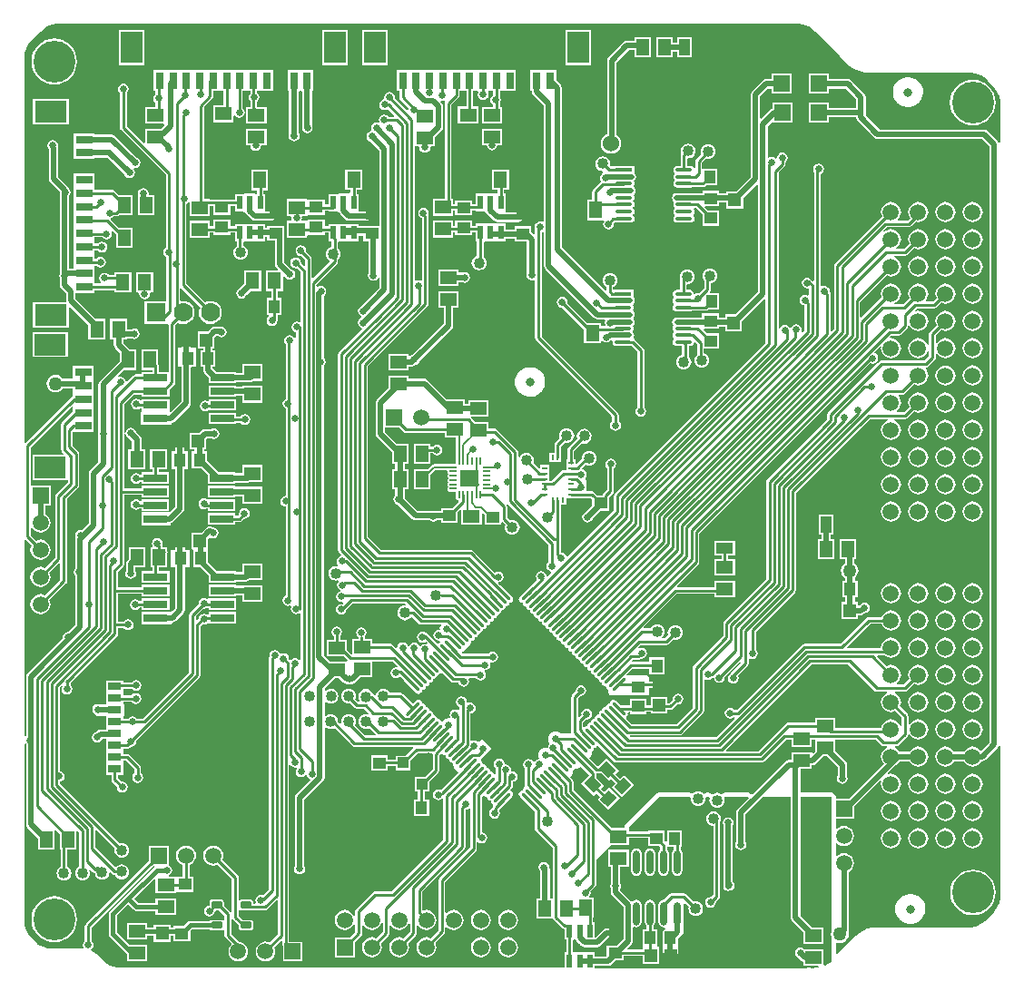
<source format=gtl>
%FSTAX23Y23*%
%MOIN*%
%SFA1B1*%

%IPPOS*%
%AMD31*
4,1,4,-0.004200,0.031900,-0.031900,0.004200,0.004200,-0.031900,0.031900,-0.004200,-0.004200,0.031900,0.0*
%
%AMD32*
4,1,4,-0.031200,-0.002700,-0.001600,-0.031300,0.031200,0.002700,0.001600,0.031300,-0.031200,-0.002700,0.0*
%
%AMD33*
4,1,4,-0.031300,-0.002100,-0.002100,-0.031300,0.031300,0.002100,0.002100,0.031300,-0.031300,-0.002100,0.0*
%
%AMD45*
4,1,4,0.016000,-0.024300,0.024300,-0.016000,-0.016000,0.024300,-0.024300,0.016000,0.016000,-0.024300,0.0*
1,1,0.011810,0.020200,-0.020200*
1,1,0.011810,-0.020200,0.020200*
%
%AMD46*
4,1,4,-0.024300,-0.016000,-0.016000,-0.024300,0.024300,0.016000,0.016000,0.024300,-0.024300,-0.016000,0.0*
1,1,0.011810,-0.020200,-0.020200*
1,1,0.011810,0.020200,0.020200*
%
%AMD47*
4,1,8,0.019700,-0.009800,0.019700,0.009800,0.017700,0.011800,-0.017700,0.011800,-0.019700,0.009800,-0.019700,-0.009800,-0.017700,-0.011800,0.017700,-0.011800,0.019700,-0.009800,0.0*
1,1,0.004020,0.017700,-0.009800*
1,1,0.004020,0.017700,0.009800*
1,1,0.004020,-0.017700,0.009800*
1,1,0.004020,-0.017700,-0.009800*
%
%ADD10C,0.020000*%
%ADD11C,0.010000*%
%ADD12C,0.032000*%
%ADD13R,0.047240X0.060000*%
%ADD14R,0.047240X0.041340*%
%ADD15R,0.020000X0.050000*%
%ADD16R,0.060000X0.060000*%
%ADD17R,0.062990X0.031500*%
%ADD18R,0.118110X0.078740*%
%ADD19R,0.048820X0.031500*%
%ADD20R,0.047240X0.031500*%
%ADD21R,0.086610X0.045280*%
%ADD22R,0.045280X0.059060*%
%ADD23R,0.086610X0.037400*%
%ADD24R,0.098430X0.037400*%
%ADD25R,0.040000X0.060000*%
%ADD26R,0.041340X0.047240*%
%ADD27R,0.047240X0.047240*%
%ADD28R,0.060000X0.040000*%
%ADD29R,0.060000X0.047240*%
%ADD30R,0.047240X0.047240*%
G04~CAMADD=31~9~0.0~0.0~393.7~511.8~0.0~0.0~0~0.0~0.0~0.0~0.0~0~0.0~0.0~0.0~0.0~0~0.0~0.0~0.0~45.0~638.0~637.0*
%ADD31D31*%
G04~CAMADD=32~9~0.0~0.0~413.4~472.4~0.0~0.0~0~0.0~0.0~0.0~0.0~0~0.0~0.0~0.0~0.0~0~0.0~0.0~0.0~136.0~624.0~625.0*
%ADD32D32*%
G04~CAMADD=33~9~0.0~0.0~413.4~472.4~0.0~0.0~0~0.0~0.0~0.0~0.0~0~0.0~0.0~0.0~0.0~0~0.0~0.0~0.0~135.0~626.0~625.0*
%ADD33D33*%
%ADD34O,0.023620X0.086610*%
%ADD35R,0.041340X0.031500*%
%ADD36R,0.019690X0.009840*%
%ADD37R,0.009840X0.019690*%
%ADD38R,0.039370X0.039370*%
%ADD39R,0.031500X0.062990*%
%ADD40R,0.078740X0.118110*%
%ADD41R,0.086610X0.027560*%
%ADD42R,0.096850X0.090950*%
%ADD43O,0.062990X0.013780*%
%ADD44R,0.062990X0.013780*%
G04~CAMADD=45~3~0.0~0.0~118.1~689.0~0.0~0.0~0~0.0~0.0~0.0~0.0~0~0.0~0.0~0.0~0.0~0~0.0~0.0~0.0~225.0~520.0~520.0*
%ADD45D45*%
G04~CAMADD=46~3~0.0~0.0~118.1~689.0~0.0~0.0~0~0.0~0.0~0.0~0.0~0~0.0~0.0~0.0~0.0~0~0.0~0.0~0.0~135.0~520.0~520.0*
%ADD46D46*%
G04~CAMADD=47~8~0.0~0.0~236.2~393.7~20.1~0.0~15~0.0~0.0~0.0~0.0~0~0.0~0.0~0.0~0.0~0~0.0~0.0~0.0~270.0~394.0~237.0*
%ADD47D47*%
%ADD48R,0.068900X0.062990*%
%ADD49O,0.007870X0.027560*%
%ADD50O,0.027560X0.007870*%
%ADD51C,0.015000*%
%ADD52C,0.008000*%
%ADD53C,0.009000*%
%ADD54C,0.040000*%
%ADD55C,0.060000*%
%ADD56C,0.153540*%
%ADD57C,0.059060*%
%ADD58R,0.059060X0.059060*%
%ADD59R,0.059060X0.059060*%
%ADD60C,0.070000*%
%ADD61R,0.070000X0.070000*%
%ADD62C,0.025000*%
%ADD63C,0.050000*%
%ADD64C,0.030000*%
%LNpcb_obdh-1*%
%LPD*%
G36*
X05593Y03372D02*
X05592Y0337D01*
X05591Y03362*
X05592Y03354*
X05593Y03353*
Y0326*
X05581Y03253*
X05568Y03248*
X05563Y03251*
Y03307*
X05493*
X05492Y03308*
X05485Y03313*
X05478Y03314*
X0547Y03313*
X05464Y03308*
X05459Y03302*
X05458Y03294*
X05459Y03287*
X05464Y0328*
X0547Y03276*
X05472Y03275*
X05483Y03264*
X05489Y0326*
X05489Y0326*
Y03246*
X05544*
X05545Y03241*
X05539Y03239*
X05521Y03238*
X05512Y03239*
X0551Y03239*
X05505Y03239*
X05504Y03239*
X05499Y03238*
X05499Y03237*
X04722*
Y03246*
X04772*
X04779Y03248*
X04784Y03251*
X04799Y03266*
X04828*
Y03282*
X04898*
Y03255*
X0496*
Y03316*
X04956*
X04954Y0332*
Y03381*
X04938*
Y03392*
X0494Y03393*
X04944Y03399*
X04945Y03407*
Y0347*
X04944Y03477*
X0494Y03483*
X04933Y03487*
X04926Y03489*
X04919Y03487*
X04913Y03483*
X04908Y03477*
X04907Y0347*
Y03407*
X04908Y03399*
X04913Y03393*
X04914Y03392*
Y03381*
X04898*
Y0332*
Y03316*
Y03306*
X04845*
X04843Y03311*
X04859Y03326*
X04863Y03332*
X04864Y03338*
Y03387*
X04868Y03389*
X04869Y03389*
X04876Y03387*
X04883Y03389*
X0489Y03393*
X04894Y03399*
X04895Y03407*
Y0347*
X04894Y03477*
X0489Y03483*
X04883Y03487*
X04876Y03489*
X04869Y03487*
X04863Y03483*
X04857Y03484*
X04817Y03524*
Y0353*
X04818Y03531*
X0482Y03539*
X04818Y03546*
X04817Y03548*
Y0361*
X04848*
Y03672*
X04774*
Y0361*
X04783*
Y03548*
X04782Y03546*
X0478Y03539*
X04782Y03531*
X04783Y0353*
Y03517*
X04784Y0351*
X04788Y03505*
X04829Y03463*
Y03346*
X04805Y03321*
X04767*
Y03283*
X04765Y03281*
X04722*
Y03296*
X04688*
X04685*
X04652*
X04651*
X04647*
X04642Y03296*
Y03341*
X04647Y03342*
X04652Y03343*
X04652Y03343*
X04655Y03338*
X04674Y0332*
X04679Y03316*
X04686Y03314*
X04732*
X04739Y03316*
X04744Y0332*
X04774Y03349*
X04798*
X04804Y03351*
X0481Y03354*
X04814Y0336*
X04815Y03367*
X04814Y03373*
X0481Y03379*
X04804Y03383*
X04798Y03384*
X04767*
X0476Y03383*
X04755Y03379*
X04727Y03351*
X04722Y03353*
Y03406*
X04717*
Y03422*
X04719*
Y03496*
X04705*
X04704Y03498*
X04703Y03501*
X04707Y03506*
X04708Y03514*
X04707Y03519*
X04724Y03536*
X04727Y0354*
X04728Y03544*
Y03636*
X04782Y0369*
X04848*
Y03716*
X04919*
Y03688*
X0496*
X04964Y03684*
Y03673*
X04963Y03672*
X04958Y03666*
X04957Y03659*
Y03596*
X04958Y03588*
X04963Y03582*
X04969Y03578*
X04976Y03576*
X04983Y03578*
X0499Y03582*
X04994Y03588*
X04995Y03596*
Y03659*
X04994Y03666*
X0499Y03672*
X04988Y03673*
Y03684*
X05014*
Y03673*
X05013Y03672*
X05008Y03666*
X05007Y03659*
Y03596*
X05008Y03588*
X05013Y03582*
X05019Y03578*
X05026Y03576*
X05033Y03578*
X0504Y03582*
X05044Y03588*
X05045Y03596*
Y03659*
X05044Y03666*
X0504Y03672*
X05038Y03673*
Y03684*
X05043*
Y03745*
X04988*
Y03705*
X04983Y03702*
X04981Y03704*
Y03743*
X04919*
Y0374*
X04848*
Y03752*
X04847Y03755*
X04958Y03866*
X05073*
X05076Y03863*
X05076Y03861*
X05077Y03853*
X05079Y03847*
X05084Y03841*
X05089Y03837*
X05096Y03834*
X05103Y03833*
X0511Y03834*
X05117Y03837*
X05122Y03841*
X05127Y03847*
X05129Y03853*
X0513Y03861*
X0513Y03863*
X05133Y03866*
X05143*
X05145Y03863*
X05145Y03861*
X05144Y03855*
X05145Y03848*
X05148Y03841*
X05152Y03835*
X05158Y03831*
X05165Y03828*
X05172Y03827*
X05179Y03828*
X05185Y03831*
X05191Y03835*
X05195Y03841*
X05198Y03848*
X05199Y03855*
X05198Y03861*
X05198Y03863*
X052Y03866*
X05286*
X05288Y03862*
X05247Y03821*
X05244Y03816*
X05242Y03809*
Y037*
X05241Y03699*
X0524Y03691*
X05241Y03684*
X05246Y03677*
X05252Y03673*
X0526Y03671*
X05267Y03673*
X05274Y03677*
X05278Y03684*
X05279Y03691*
X05278Y03699*
X05277Y037*
Y03802*
X05341Y03866*
X05443*
Y03422*
X05445Y03415*
X05448Y0341*
X05489Y03369*
Y03326*
X05563*
Y03387*
X0552*
X05478Y03429*
Y03866*
X05593*
Y03372*
G37*
G36*
X05775Y04058D02*
X05779Y04055D01*
X05783Y04054*
X05797*
X05798Y04049*
X05793Y04047*
X05785Y04041*
X05779Y04034*
X05776Y04025*
X05774Y04015*
X05776Y04006*
X05779Y03997*
X05785Y03989*
X05656Y0386*
X05608*
Y03866*
X05607Y03872*
X05604Y03877*
X05599Y03881*
X05593Y03882*
X05478*
Y0397*
X05478Y0397*
X05521*
Y03983*
X05523*
X0553Y03984*
X05535Y03988*
X05564Y04017*
X05576*
X05615Y03978*
Y03944*
X05614Y03942*
X05613Y03935*
X05614Y03927*
X05619Y0392*
X05625Y03916*
X05633Y03915*
X0564Y03916*
X05647Y0392*
X05651Y03927*
X05652Y03935*
X05651Y03942*
X0565Y03944*
Y03985*
X05649Y03991*
X05645Y03997*
X05607Y04035*
Y04078*
X05755*
X05775Y04058*
G37*
G36*
X0575Y04258D02*
X05753Y04255D01*
X05758Y04254*
X05797*
X05798Y04249*
X05793Y04247*
X05785Y04241*
X05779Y04234*
X05776Y04225*
X05774Y04215*
X05776Y04206*
X05779Y04197*
X05785Y04189*
X05793Y04183*
X05802Y0418*
X05811Y04178*
X05821Y0418*
X05827Y04182*
X05851Y04159*
Y04129*
X05846Y04128*
X05843Y04134*
X05837Y04141*
X0583Y04147*
X05821Y04151*
X05811Y04152*
X05802Y04151*
X05793Y04147*
X05785Y04141*
X05779Y04134*
X05776Y04125*
X05775Y04119*
X05607*
Y04158*
X05533*
Y0414*
X05434*
X05429Y04139*
X05425Y04136*
X05324Y04035*
X05207*
X05205Y0404*
X05519Y04353*
X05654*
X0575Y04258*
G37*
G36*
X0549Y06704D02*
X05508Y06696D01*
X05525Y06685*
X05532Y06678*
X05608Y06602*
X05641Y06568*
X05642Y06568*
X05642Y06568*
Y06568*
X05642Y06568*
X05642*
X05643Y06568*
X05643Y06568*
X05653Y06557*
X05661Y06551*
X05677Y0654*
X05695Y06532*
X05714Y06528*
X05724Y06528*
X06104*
X06123Y06524*
X06142Y06516*
X06158Y06506*
X06165Y06499*
X06166Y06498*
X06183Y06481*
X0619Y06474*
X06201Y06457*
X06208Y06439*
X06212Y0642*
Y0641*
Y06271*
X06207Y06269*
X06207Y06269*
X06203Y06275*
X06165Y06313*
X06159Y06317*
X06153Y06318*
X05768*
X05718Y06369*
Y06438*
X05717Y06444*
X05713Y0645*
X05665Y06498*
X05659Y06502*
X05653Y06503*
X05582*
Y06523*
X05508*
Y06449*
X05582*
Y06468*
X05645*
X05683Y06431*
Y06397*
X05584*
Y06417*
X0551*
Y06343*
X05584*
Y06362*
X05683*
Y06362*
X05685Y06355*
X05688Y06349*
X05749Y06289*
X05755Y06285*
X05761Y06284*
X06145*
X06174Y06255*
Y04067*
X06145Y04038*
X0614Y04038*
X06137Y04041*
X0613Y04047*
X06121Y04051*
X06111Y04052*
X06102Y04051*
X06093Y04047*
X06085Y04041*
X06079Y04034*
X06079Y04033*
X06044*
X06043Y04034*
X06037Y04041*
X0603Y04047*
X06021Y04051*
X06011Y04052*
X06002Y04051*
X05993Y04047*
X05985Y04041*
X05979Y04034*
X05976Y04025*
X05974Y04015*
X05976Y04006*
X05979Y03997*
X05985Y03989*
X05993Y03983*
X06002Y0398*
X06011Y03978*
X06021Y0398*
X0603Y03983*
X06037Y03989*
X06043Y03997*
X06044Y03998*
X06079*
X06079Y03997*
X06085Y03989*
X06093Y03983*
X06102Y0398*
X06111Y03978*
X06121Y0398*
X0613Y03983*
X06137Y03989*
X06143Y03997*
X06144Y03998*
X06146*
X06153Y03999*
X06159Y04003*
X06203Y04048*
X06207Y04053*
X06207Y04053*
X06212Y04052*
Y03521*
Y03496*
X06208Y03477*
X06201Y03459*
X0619Y03443*
X06164Y03416*
X06157Y0341*
X0614Y03399*
X06122Y03391*
X06103Y03387*
X05752*
X05743Y03387*
X05723Y03383*
X05705Y03375*
X05689Y03365*
X05682Y03358*
X05624Y033*
X05613Y03289*
X05608Y03291*
Y03329*
X05612Y03332*
X05615Y03331*
X05624Y0333*
X05632Y03331*
X0564Y03334*
X05646Y03339*
X05651Y03346*
X05655Y03354*
X05656Y03362*
X05655Y0337*
X05655Y03371*
X05655Y03371*
X05656Y03377*
Y03591*
X05657Y03591*
X05665Y03597*
X05671Y03605*
X05674Y03614*
X05676Y03623*
X05674Y03633*
X05671Y03642*
X05665Y03649*
X05657Y03655*
X05648Y03659*
X05639Y0366*
X05629Y03659*
X0562Y03655*
X05613Y03649*
X05611Y0365*
X05608Y03651*
Y03695*
X05611Y03697*
X05613Y03697*
X0562Y03691*
X05629Y03688*
X05639Y03686*
X05648Y03688*
X05657Y03691*
X05665Y03697*
X05671Y03705*
X05674Y03714*
X05676Y03723*
X05674Y03733*
X05671Y03742*
X05665Y03749*
X05657Y03755*
X05648Y03759*
X05639Y0376*
X05629Y03759*
X0562Y03755*
X05613Y03749*
X05611Y0375*
X05608Y03751*
Y03787*
X05675*
Y0383*
X05771Y03926*
X05772Y03926*
X05776Y03924*
X05774Y03915*
X05776Y03906*
X05779Y03897*
X05785Y03889*
X05793Y03883*
X05802Y0388*
X05811Y03878*
X05821Y0388*
X0583Y03883*
X05837Y03889*
X05843Y03897*
X05847Y03906*
X05848Y03915*
X05847Y03925*
X05843Y03934*
X05837Y03941*
X0583Y03947*
X05821Y03951*
X05811Y03952*
X05803Y03951*
X05801Y03955*
X058Y03955*
X05827Y03982*
X0583Y03983*
X05837Y03989*
X05843Y03997*
X05844Y03998*
X05879*
X05879Y03997*
X05885Y03989*
X05893Y03983*
X05902Y0398*
X05911Y03978*
X05921Y0398*
X0593Y03983*
X05937Y03989*
X05943Y03997*
X05947Y04006*
X05948Y04015*
X05947Y04025*
X05943Y04034*
X05937Y04041*
X0593Y04047*
X05921Y04051*
X05911Y04052*
X05902Y04051*
X05893Y04047*
X05885Y04041*
X05879Y04034*
X05879Y04033*
X05844*
X05843Y04034*
X05837Y04041*
X0583Y04047*
X05825Y04049*
X05826Y04054*
X05831*
X05836Y04055*
X0584Y04058*
X05872Y04089*
X05874Y04093*
X05875Y04095*
X05877Y04096*
X0588Y04096*
X05885Y04089*
X05893Y04083*
X05902Y0408*
X05911Y04078*
X05921Y0408*
X0593Y04083*
X05937Y04089*
X05943Y04097*
X05947Y04106*
X05948Y04115*
X05947Y04125*
X05943Y04134*
X05937Y04141*
X0593Y04147*
X05921Y04151*
X05911Y04152*
X05902Y04151*
X05893Y04147*
X05885Y04141*
X0588Y04135*
X05876Y04135*
X05875Y04136*
Y04164*
X05874Y04168*
X05872Y04172*
X05844Y042*
X05847Y04206*
X05848Y04215*
X05847Y04225*
X05843Y04234*
X05837Y04241*
X0583Y04247*
X05825Y04249*
X05826Y04254*
X05862*
X05867Y04255*
X05871Y04258*
X05896Y04282*
X05902Y0428*
X05911Y04278*
X05921Y0428*
X0593Y04283*
X05937Y04289*
X05943Y04297*
X05947Y04306*
X05948Y04315*
X05947Y04325*
X05943Y04334*
X05937Y04341*
X0593Y04347*
X05921Y04351*
X05911Y04352*
X05902Y04351*
X05893Y04347*
X05885Y04341*
X05879Y04334*
X05876Y04325*
X05874Y04315*
X05876Y04306*
X05878Y043*
X05857Y04279*
X05834*
X05833Y0428*
X05834Y04286*
X05837Y04289*
X05843Y04297*
X05847Y04306*
X05848Y04315*
X05847Y04325*
X05843Y04334*
X05837Y04341*
X0583Y04347*
X05821Y04351*
X05811Y04352*
X05802Y04351*
X05796Y04348*
X05761Y04383*
X05763Y04387*
X05788*
X05793Y04383*
X05802Y0438*
X05811Y04378*
X05821Y0438*
X0583Y04383*
X05837Y04389*
X05843Y04397*
X05847Y04406*
X05848Y04415*
X05847Y04425*
X05843Y04434*
X05837Y04441*
X0583Y04447*
X05821Y04451*
X05811Y04452*
X05802Y04451*
X05793Y04447*
X05785Y04441*
X05779Y04434*
X05776Y04425*
X05774Y04415*
X05771Y04412*
X0565*
X05648Y04416*
X05735Y04503*
X05777*
X05779Y04497*
X05785Y04489*
X05793Y04483*
X05802Y0448*
X05811Y04478*
X05821Y0448*
X0583Y04483*
X05837Y04489*
X05843Y04497*
X05847Y04506*
X05848Y04515*
X05847Y04525*
X05843Y04534*
X05837Y04541*
X0583Y04547*
X05821Y04551*
X05811Y04552*
X05802Y04551*
X05793Y04547*
X05785Y04541*
X05779Y04534*
X05777Y04527*
X0573*
X05725Y04527*
X05721Y04524*
X05626Y04429*
X05492*
X05488Y04428*
X05484Y04425*
X05245Y04187*
X05236*
X05235Y04188*
X05228Y04193*
X05221Y04194*
X05213Y04193*
X05207Y04188*
X05202Y04182*
X05201Y04174*
X05202Y04167*
X05207Y0416*
X05213Y04156*
X05221Y04154*
X05228Y04156*
X05234Y0416*
X05235Y04159*
X05237Y04154*
X05169Y04086*
X04853*
X04852Y04088*
X04854Y04093*
X05035*
X0504Y04094*
X05044Y04096*
X05121Y04174*
X05124Y04178*
X05125Y04182*
Y04297*
X05129Y04299*
X0513Y04298*
X05138Y04297*
X05145Y04298*
X05152Y04303*
X05153Y04305*
X05153*
X05157Y04305*
X05158Y04305*
X05162Y04302*
X05163Y04298*
X05167Y04291*
X05174Y04287*
X05181Y04286*
X05189Y04287*
X05195Y04291*
X052Y04298*
X05201Y04305*
X05201Y04308*
X05256Y04362*
X05261Y04361*
X05261Y04359*
X05224Y04322*
X05222Y04319*
X05218Y04316*
X05214Y0431*
X05212Y04302*
X05214Y04295*
X05218Y04288*
X05225Y04284*
X05232Y04282*
X0524Y04284*
X05246Y04288*
X05251Y04295*
X05252Y04302*
X05251Y0431*
X05249Y04312*
X05285Y04348*
X05287Y04352*
X05288Y04357*
Y04373*
X05293Y04376*
X05295Y04375*
X05303Y04373*
X0531Y04375*
X05317Y04379*
X05321Y04386*
X05323Y04393*
X05321Y04401*
X05317Y04407*
X05315Y04408*
Y04475*
X05459Y04618*
X05461Y04622*
X05462Y04627*
Y04984*
X05734Y05255*
X058*
X05801Y0525*
X05793Y05247*
X05785Y05241*
X05779Y05234*
X05776Y05225*
X05774Y05215*
X05776Y05206*
X05779Y05197*
X05785Y05189*
X05793Y05183*
X05802Y0518*
X05811Y05178*
X05821Y0518*
X0583Y05183*
X05837Y05189*
X05843Y05197*
X05847Y05206*
X05848Y05215*
X05847Y05225*
X05843Y05234*
X05837Y05241*
X0583Y05247*
X05822Y0525*
X05823Y05255*
X05864*
X05868Y05256*
X05872Y05259*
X05896Y05282*
X05902Y0528*
X05911Y05278*
X05921Y0528*
X0593Y05283*
X05937Y05289*
X05943Y05297*
X05947Y05306*
X05948Y05315*
X05947Y05325*
X05943Y05334*
X05937Y05341*
X0593Y05347*
X05921Y05351*
X05911Y05352*
X05902Y05351*
X05893Y05347*
X05885Y05341*
X05879Y05334*
X05876Y05325*
X05874Y05315*
X05876Y05306*
X05878Y053*
X05859Y0528*
X05833*
X05832Y05285*
X05837Y05289*
X05843Y05297*
X05847Y05306*
X05848Y05315*
X05847Y05325*
X05843Y05334*
X05839Y0534*
X05841Y05345*
X05853*
X05858Y05345*
X05861Y05348*
X05896Y05382*
X05902Y0538*
X05911Y05378*
X05921Y0538*
X0593Y05383*
X05937Y05389*
X05943Y05397*
X05947Y05406*
X05948Y05415*
X05947Y05425*
X05943Y05434*
X05939Y0544*
X05939Y05441*
X0594Y05445*
X05941Y05445*
X05944Y05445*
X05948Y05448*
X05972Y05472*
X05975Y05476*
X05976Y05481*
Y05494*
X05981Y05495*
X05985Y05489*
X05993Y05483*
X06002Y0548*
X06011Y05478*
X06021Y0548*
X0603Y05483*
X06037Y05489*
X06043Y05497*
X06047Y05506*
X06048Y05515*
X06047Y05525*
X06043Y05534*
X06037Y05541*
X0603Y05547*
X06021Y05551*
X06011Y05552*
X06002Y05551*
X05993Y05547*
X05985Y05541*
X05981Y05535*
X05976Y05537*
Y05562*
X05996Y05582*
X06002Y0558*
X06011Y05578*
X06021Y0558*
X0603Y05583*
X06037Y05589*
X06043Y05597*
X06047Y05606*
X06048Y05615*
X06047Y05625*
X06043Y05634*
X06037Y05641*
X0603Y05647*
X06021Y05651*
X06011Y05652*
X06002Y05651*
X05993Y05647*
X05985Y05641*
X05979Y05634*
X05976Y05625*
X05974Y05615*
X05976Y05606*
X05978Y056*
X05955Y05576*
X05952Y05572*
X05951Y05567*
Y05528*
X05946Y05527*
X05943Y05534*
X05937Y05541*
X0593Y05547*
X05921Y05551*
X05911Y05552*
X05902Y05551*
X05893Y05547*
X05885Y05541*
X05879Y05534*
X05876Y05525*
X05874Y05515*
X05876Y05506*
X05879Y05497*
X05885Y05489*
X05893Y05483*
X05902Y0548*
X05911Y05478*
X05921Y0548*
X0593Y05483*
X05937Y05489*
X05943Y05497*
X05946Y05504*
X05951Y05503*
Y05486*
X05934Y05469*
X05775*
X05771Y05468*
X05767Y05465*
X05763Y05461*
X05759Y05465*
X05763Y05471*
X05764Y05478*
X05763Y05486*
X05758Y05492*
X05752Y05496*
X05752Y05497*
X0575Y05501*
X0577Y05521*
X05775Y05519*
X05774Y05515*
X05776Y05506*
X05779Y05497*
X05785Y05489*
X05793Y05483*
X05802Y0548*
X05811Y05478*
X05821Y0548*
X0583Y05483*
X05837Y05489*
X05843Y05497*
X05847Y05506*
X05848Y05515*
X05847Y05525*
X05843Y05534*
X05837Y05541*
X0583Y05547*
X05821Y05551*
X05811Y05552*
X05807Y05552*
X05805Y05556*
X0581Y05561*
X0584*
X05845Y05562*
X05849Y05565*
X05871Y05587*
X05873Y05591*
X05874Y05596*
Y05596*
X05879Y05597*
X05879Y05597*
X05885Y05589*
X05893Y05583*
X05902Y0558*
X05911Y05578*
X05921Y0558*
X0593Y05583*
X05937Y05589*
X05943Y05597*
X05947Y05606*
X05948Y05615*
X05947Y05625*
X05943Y05634*
X05937Y05641*
X0593Y05647*
X05921Y05651*
X05911Y05652*
X05902Y05651*
X05901Y05651*
X05899Y05655*
X05905Y05661*
X0597*
X05974Y05662*
X05978Y05665*
X05995Y05682*
X06002Y0568*
X06011Y05678*
X06021Y0568*
X0603Y05683*
X06037Y05689*
X06043Y05697*
X06047Y05706*
X06048Y05715*
X06047Y05725*
X06043Y05734*
X06037Y05741*
X0603Y05747*
X06021Y05751*
X06011Y05752*
X06002Y05751*
X05993Y05747*
X05985Y05741*
X05979Y05734*
X05976Y05725*
X05974Y05715*
X05976Y05706*
X05978Y057*
X05965Y05686*
X05941*
X05939Y05691*
X05943Y05697*
X05947Y05706*
X05948Y05715*
X05947Y05725*
X05943Y05734*
X05937Y05741*
X0593Y05747*
X05921Y05751*
X05911Y05752*
X05902Y05751*
X05893Y05747*
X05885Y05741*
X05879Y05734*
X05876Y05725*
X05874Y05715*
X05876Y05706*
X05878Y057*
X05855Y05676*
X05825*
X05824Y05681*
X0583Y05683*
X05837Y05689*
X05843Y05697*
X05847Y05706*
X05848Y05715*
X05847Y05725*
X05843Y05734*
X05837Y05741*
X0583Y05747*
X05821Y05751*
X05811Y05752*
X05802Y05751*
X05793Y05747*
X05785Y05741*
X05779Y05734*
X05776Y05725*
X05774Y05715*
X05776Y05706*
X05777Y05702*
X05702Y05627*
X05697Y05629*
Y05684*
X05796Y05782*
X05802Y0578*
X05811Y05778*
X05821Y0578*
X0583Y05783*
X05837Y05789*
X05843Y05797*
X05847Y05806*
X05848Y05815*
X05847Y05825*
X05843Y05834*
X05837Y05841*
X0583Y05847*
X05823Y0585*
X05824Y05855*
X05863*
X05868Y05856*
X05872Y05859*
X05896Y05882*
X05902Y0588*
X05911Y05878*
X05921Y0588*
X0593Y05883*
X05937Y05889*
X05943Y05897*
X05947Y05906*
X05948Y05915*
X05947Y05925*
X05943Y05934*
X05937Y05941*
X0593Y05947*
X05921Y05951*
X05911Y05952*
X05902Y05951*
X05893Y05947*
X05885Y05941*
X05879Y05934*
X05876Y05925*
X05874Y05915*
X05876Y05906*
X05878Y059*
X05858Y05879*
X05833*
X05831Y05884*
X05837Y05889*
X05843Y05897*
X05847Y05906*
X05848Y05915*
X05847Y05925*
X05843Y05934*
X05837Y05941*
X0583Y05947*
X05821Y05951*
X05811Y05952*
X05802Y05951*
X05793Y05947*
X05787Y05943*
X05784Y05947*
X05796Y05959*
X05877*
X05881Y05959*
X05885Y05962*
X05903Y0598*
X05911Y05978*
X05921Y0598*
X0593Y05983*
X05937Y05989*
X05943Y05997*
X05947Y06006*
X05948Y06015*
X05947Y06025*
X05943Y06034*
X05937Y06041*
X0593Y06047*
X05921Y06051*
X05911Y06052*
X05902Y06051*
X05893Y06047*
X05885Y06041*
X05879Y06034*
X05876Y06025*
X05874Y06015*
X05876Y06006*
X05879Y05997*
X05882Y05993*
X05872Y05983*
X05837*
X05836Y05988*
X05837Y05989*
X05843Y05997*
X05847Y06006*
X05848Y06015*
X05847Y06025*
X05843Y06034*
X05837Y06041*
X0583Y06047*
X05821Y06051*
X05811Y06052*
X05802Y06051*
X05793Y06047*
X05785Y06041*
X05779Y06034*
X05776Y06025*
X05774Y06015*
X05776Y06006*
X05778Y06*
X05605Y05827*
X05603Y05823*
X05602Y05818*
Y05585*
X05593Y05576*
X05589Y05578*
Y05714*
X05588Y05719*
X05586Y05722*
X05586Y05724*
X05585Y05732*
X0558Y05738*
X05574Y05743*
X05566Y05744*
X05559Y05743*
X05558Y05742*
X05553Y05744*
Y06154*
X05559Y06158*
X05563Y06164*
X05565Y06172*
X05563Y0618*
X05559Y06186*
X05552Y0619*
X05545Y06192*
X05537Y0619*
X05531Y06186*
X05526Y0618*
X05525Y06172*
X05526Y06164*
X05529Y0616*
Y05762*
X05524Y0576*
X05519Y05765*
X05517Y05768*
X05511Y05773*
X05503Y05774*
X05495Y05773*
X05489Y05768*
X05485Y05762*
X05483Y05754*
X05485Y05747*
X05489Y0574*
X05495Y05736*
X05503Y05734*
X05506Y05735*
X05509Y05732*
Y05711*
X05504Y05708*
X05502Y0571*
X05495Y05711*
X05487Y0571*
X05481Y05705*
X05476Y05699*
X05475Y05691*
X05476Y05684*
X05481Y05677*
X05487Y05673*
X05492Y05672*
Y0558*
X05486Y05573*
X05484Y05574*
X05482Y05576*
X05483Y05583*
X05482Y05591*
X05477Y05597*
X05471Y05601*
X05463Y05603*
X05456Y05601*
X05449Y05597*
X05445Y05591*
X05445Y05589*
X05442Y05589*
X05439Y05589*
X05436Y05595*
X05429Y05599*
X05422Y056*
X05414Y05599*
X05407Y05595*
X05403Y05588*
X05403Y05588*
X05398Y0559*
Y0616*
X0542Y06182*
X05423Y06186*
X05424Y0619*
Y06198*
X05426Y06199*
X0543Y06206*
X05432Y06213*
X0543Y06221*
X05426Y06227*
X05419Y06232*
X05412Y06233*
X05404Y06232*
X05398Y06227*
X05393Y06221*
X05392Y06213*
X05392Y06212*
X05387Y0621*
X05386Y06212*
X0538Y06216*
X05372Y06218*
X05364Y06216*
X05363Y06215*
X05358Y06218*
Y06331*
X05372Y06344*
X05375Y06343*
X05449*
Y06417*
X05375*
Y06395*
X0537Y06392*
X05336Y06358*
X05331Y0636*
Y0644*
X0536Y06468*
X05373*
Y06449*
X05447*
Y06523*
X05373*
Y06503*
X05353*
X05346Y06502*
X0534Y06498*
X05302Y06459*
X05298Y06454*
X05297Y06447*
Y06143*
X05243Y0609*
X05206*
Y06085*
X05181*
Y06092*
X0512*
Y06085*
X05024*
X05017Y06083*
X05011Y0608*
X05008Y06074*
X05006Y06067*
X05008Y06061*
X05011Y06055*
X05012Y06055*
X05013Y06048*
X05013Y06047*
X05012Y06042*
X05013Y06036*
X05016Y06032*
X05016Y06032*
Y06027*
X05016Y06026*
X05013Y06022*
X05012Y06016*
X05013Y06011*
X05016Y06006*
X05016Y06006*
Y06001*
X05016Y06001*
X05013Y05996*
X05012Y05991*
X05013Y05985*
X05016Y05981*
X05021Y05978*
X05026Y05976*
X05075*
X05081Y05978*
X05085Y05981*
X05088Y05985*
X05089Y05991*
X05088Y05996*
X05085Y06001*
X05085Y06001*
Y06006*
X05085Y06006*
X05088Y06011*
X05089Y06016*
X05088Y06022*
X05086Y06025*
X05089Y0603*
X05089Y0603*
X05096*
X0512Y06005*
Y05964*
X05181*
Y06019*
X0514*
X05127Y06032*
X05129Y06037*
X05181*
Y0605*
X05206*
Y06028*
X05268*
Y06065*
X05319Y06117*
X05324Y06115*
Y05723*
X0524Y05639*
X05203*
Y05628*
X05178*
Y05642*
X05117*
Y05628*
X05025*
X05018Y05627*
X05012Y05623*
X05009Y05618*
X05007Y05611*
X05009Y05604*
X05012Y05599*
X05011Y05594*
X0501Y05593*
X05009Y05587*
X0501Y05582*
X05013Y05577*
X05013Y05577*
Y05572*
X05013Y05572*
X0501Y05567*
X05009Y05562*
X0501Y05556*
X05013Y05551*
X05013Y05551*
Y05546*
X05013Y05546*
X0501Y05541*
X05009Y05536*
X0501Y05531*
X05013Y05526*
X05018Y05523*
X05023Y05522*
X05043*
Y0549*
X05037Y05488*
X05031Y05483*
X05027Y05478*
X05024Y05471*
X05023Y05464*
X05024Y05457*
X05027Y0545*
X05031Y05445*
X05037Y0544*
X05043Y05438*
X0505Y05437*
X05057Y05438*
X05064Y0544*
X0507Y05445*
X05074Y0545*
X05077Y05457*
X05078Y05464*
X05077Y05471*
X05074Y05478*
X0507Y05483*
X05068Y05485*
Y05522*
X05072*
X05078Y05523*
X05082Y05526*
X05085Y05531*
X05086Y05535*
X05088Y05537*
X05091Y05537*
X051Y05529*
Y05491*
X05098Y0549*
X05094Y05484*
X05091Y05477*
X0509Y0547*
X05091Y05463*
X05094Y05457*
X05098Y05451*
X05104Y05447*
X0511Y05444*
X05117Y05443*
X05124Y05444*
X05131Y05447*
X05136Y05451*
X05141Y05457*
X05144Y05463*
X05144Y0547*
X05144Y05477*
X05141Y05484*
X05136Y0549*
X05131Y05494*
X05124Y05497*
X05124Y05497*
Y05513*
X05178*
Y05569*
X05137*
X05124Y05582*
X05126Y05586*
X05178*
Y05594*
X05203*
Y05578*
X05264*
Y05614*
X05346Y05696*
X05351Y05694*
Y05534*
X04797Y04981*
X04795Y04977*
X04794Y04972*
Y04918*
X04624Y04749*
X04619Y0475*
X04619Y04752*
X04614Y04758*
X04608Y04763*
X046Y04764*
X046Y04765*
Y04814*
Y04941*
X04619*
Y04964*
X04633*
X04635Y04964*
X04709*
X04714Y04959*
Y04937*
X04691Y04913*
X04689Y04913*
X04682Y04908*
X04678Y04902*
X04676Y04894*
X04678Y04887*
X04682Y0488*
X04689Y04876*
X04696Y04875*
X04704Y04876*
X0471Y0488*
X04715Y04887*
X04715Y04889*
X04745Y04918*
X04775*
Y0496*
X04776Y04962*
Y04968*
X04789Y04981*
X04792Y04985*
X04792Y0499*
Y05072*
X04796Y05075*
X04801Y05081*
X04802Y05089*
X04801Y05096*
X04796Y05103*
X0479Y05107*
X04782Y05109*
X04775Y05107*
X04768Y05103*
X04764Y05096*
X04762Y05089*
X04764Y05081*
X04768Y05075*
Y04995*
X04755Y04982*
X04752Y04978*
X04751Y04974*
X04734*
X04723Y04985*
X04719Y04988*
X04714Y04989*
X04692*
Y05029*
X04687Y05034*
X04688Y05037*
X04692Y05043*
X04693Y05051*
X04692Y05059*
X04688Y05065*
X04681Y05069*
X04678Y0507*
X04677Y05075*
X04688Y05087*
X04689Y05086*
X04695Y05083*
X04702Y05082*
X04709Y05083*
X04716Y05086*
X04722Y0509*
X04726Y05096*
X04729Y05102*
X04729Y05109*
X04729Y05116*
X04726Y05123*
X04722Y05129*
X04716Y05133*
X04709Y05136*
X04702Y05137*
X04695Y05136*
X04689Y05133*
X04683Y05129*
X04679Y05123*
X04676Y05116*
X04675Y05109*
X04675Y05109*
X04657Y0509*
X04652Y05092*
Y05106*
X04647*
Y05137*
X04676Y05166*
X04677Y05165*
X04685Y05164*
X04692Y05165*
X04698Y05168*
X04704Y05172*
X04708Y05178*
X04711Y05185*
X04712Y05192*
X04711Y05199*
X04708Y05205*
X04704Y05211*
X04698Y05215*
X04692Y05218*
X04685Y05219*
X04677Y05218*
X04671Y05215*
X04665Y05211*
X04661Y05205*
X04658Y05199*
X04657Y05192*
X04658Y05185*
X04659Y05183*
X04626Y05151*
X04624Y05147*
X04623Y05142*
Y05106*
X04618*
Y05067*
X04609*
X04604Y05066*
X046Y05064*
X04564Y05028*
X04557*
Y05043*
Y05087*
X04523*
Y05075*
X04518Y05073*
X04498Y05094*
X04498Y05095*
X04499Y05102*
X04498Y05109*
X04496Y05116*
X04491Y05122*
X04486Y05126*
X04479Y05129*
X04472Y05129*
X04465Y05129*
X04458Y05126*
X04453Y05122*
X04448Y05116*
X04448Y05115*
X04443Y05116*
Y05133*
X04442Y05137*
X04439Y05141*
X04364Y05217*
X0436Y05219*
X04355Y0522*
X04332*
Y05245*
X04282*
X04268Y05259*
X0427Y05264*
X04332*
Y05325*
X04258*
Y05309*
X04246*
Y05327*
X04181*
X04111Y05397*
X04105Y05401*
X04099Y05402*
X0404*
Y05415*
X03966*
Y05369*
X03923Y05325*
X03919Y05319*
X03918Y05313*
Y05199*
X03919Y05192*
X03923Y05186*
X03978Y05132*
Y05089*
X03991*
Y05071*
X03978*
Y04997*
X03991*
Y04975*
X03989Y04974*
X03985Y04967*
X03984Y0496*
X03985Y04952*
X03989Y04946*
X03996Y04941*
X04Y04941*
X04054Y04887*
X04059Y04883*
X04066Y04882*
X04118*
X04123Y04879*
X0413Y04878*
X04138Y04879*
X04142Y04882*
X04158*
Y04872*
X04219*
Y04913*
X04229Y04923*
X04234Y04921*
Y04866*
X04308*
Y04906*
X04313Y04908*
X04319Y04902*
Y04867*
X0438*
Y04874*
X04385Y04876*
X04395Y04866*
X04394Y04864*
X04393Y04857*
X04394Y0485*
X04397Y04843*
X04401Y04838*
X04407Y04833*
X04413Y04831*
X0442Y0483*
X04427Y04831*
X04434Y04833*
X0444Y04838*
X04444Y04843*
X04447Y0485*
X04448Y04857*
X04447Y04864*
X04444Y04871*
X0444Y04876*
X04434Y04881*
X04427Y04883*
X0442Y04884*
X04413Y04883*
X04411Y04883*
X04402Y04892*
Y04934*
X04401Y04938*
X04401Y04939*
X04407Y0494*
X04553Y04793*
Y04729*
X04552Y04728*
X04547Y04722*
X04546Y04714*
X04547Y04706*
X04552Y047*
X04558Y04696*
X04563Y04695*
X04565Y04689*
X04551Y04676*
X0455Y04676*
X04546Y04678*
X04545Y04684*
X0454Y0469*
X04534Y04695*
X04526Y04696*
X04519Y04695*
X04512Y0469*
X04508Y04684*
X04506Y04676*
X04508Y04669*
X04511Y04664*
X04492Y04645*
X04488Y04642*
X04448Y04602*
X04445Y04598*
X04444Y04593*
X04445Y04588*
X04448Y04583*
X04452Y04581*
X04457Y0458*
X04458Y04579*
X04459Y04574*
X04462Y04569*
X04466Y04567*
X04471Y04566*
X04472Y04565*
X04473Y0456*
X04476Y04556*
X0448Y04553*
X04485Y04552*
X04486Y04551*
X04487Y04546*
X0449Y04542*
X04494Y04539*
X04499Y04538*
X045Y04537*
X04501Y04532*
X04504Y04528*
X04508Y04525*
X04513Y04524*
X04514Y04523*
X04515Y04518*
X04518Y04514*
X04522Y04511*
X04527Y0451*
X04528Y04509*
X04529Y04504*
X04532Y045*
X04536Y04497*
X04541Y04496*
X04542Y04495*
X04543Y0449*
X04546Y04486*
X0455Y04483*
X04555Y04482*
X04556Y04481*
X04557Y04476*
X04559Y04472*
X04564Y04469*
X04569Y04468*
X0457Y04467*
X04571Y04462*
X04573Y04458*
X04578Y04455*
X04583Y04454*
X04583Y04453*
X04584Y04448*
X04587Y04444*
X04592Y04441*
X04597Y0444*
X04597Y0444*
X04598Y04435*
X04601Y0443*
X04605Y04427*
X04611Y04426*
X04611Y04426*
X04612Y04421*
X04615Y04416*
X04619Y04413*
X04624Y04412*
X04625Y04412*
X04626Y04407*
X04629Y04402*
X04633Y044*
X04638Y04399*
X04639Y04398*
X0464Y04393*
X04643Y04388*
X04647Y04386*
X04652Y04385*
X04653Y04384*
X04654Y04379*
X04657Y04375*
X04661Y04372*
X04666Y04371*
X04667Y0437*
X04668Y04365*
X04671Y04361*
X04675Y04358*
X0468Y04357*
X04681Y04356*
X04682Y04351*
X04685Y04347*
X04689Y04344*
X04694Y04343*
X04695Y04342*
X04696Y04337*
X04699Y04333*
X04703Y0433*
X04708Y04329*
X04709Y04328*
X0471Y04323*
X04713Y04319*
X04717Y04316*
X04722Y04315*
X04723Y04314*
X04724Y04309*
X04727Y04305*
X04731Y04302*
X04736Y04301*
X04737Y043*
X04738Y04295*
X0474Y04291*
X04745Y04288*
X0475Y04287*
X0475Y04286*
X04751Y04281*
X04754Y04277*
X04759Y04274*
X04764Y04273*
X04764Y04273*
X04765Y04267*
X04768Y04263*
X04771Y04262*
X04774Y04258*
X04777Y0424*
X04778Y0424*
X04924*
Y04267*
X04934*
X04942Y04259*
X04946Y04257*
X0495Y04256*
X04955Y04257*
X04959Y04259*
X04962Y04263*
X04962Y04268*
X04962Y04273*
X04959Y04277*
X04948Y04287*
X04944Y0429*
X04939Y04291*
X04924*
Y04305*
X04916Y04312*
X04841*
X04839Y04317*
X0486Y04338*
X04924*
Y04317*
X0498*
Y04379*
X04924*
Y04362*
X04861*
X04859Y04367*
X04862Y0437*
X04882*
X04887Y04371*
X04891Y04373*
X04893Y04375*
X04895Y04375*
X04902Y04376*
X04909Y04381*
X04913Y04387*
X04915Y04395*
X04913Y04402*
X04909Y04409*
X04902Y04413*
X04895Y04415*
X04887Y04413*
X04886Y04413*
X04883Y04416*
X04891Y04425*
X04985*
X04989Y04426*
X04993Y04428*
X0501Y04445*
X05011Y04444*
X05018Y04444*
X05025Y04444*
X05032Y04447*
X05038Y04452*
X05042Y04457*
X05045Y04464*
X05046Y04471*
X05045Y04478*
X05042Y04484*
X05038Y0449*
X05032Y04494*
X05025Y04497*
X05018Y04498*
X05011Y04497*
X05005Y04494*
X04999Y0449*
X04995Y04484*
X04992Y04478*
X04991Y04471*
X04992Y04464*
X04993Y04462*
X04979Y04449*
X04973*
X04971Y04454*
X04972Y04455*
X04976Y0446*
X04979Y04467*
X04979Y04474*
X04979Y04481*
X04976Y04488*
X04972Y04493*
X04966Y04497*
X04959Y045*
X04952Y04501*
X04945Y045*
X04939Y04497*
X04933Y04493*
X04929Y04488*
X04928Y04486*
X04904*
X04902Y04491*
X05024Y04613*
X05164*
Y04599*
X05238*
Y0466*
X05164*
Y04637*
X05027*
X05025Y04642*
X05103Y0472*
X05106Y04724*
X05107Y04729*
Y04833*
X05735Y05461*
X05737Y0546*
X05744Y05458*
X05752Y0546*
X05758Y05464*
X05761Y0546*
X05581Y0528*
X05578Y05276*
X05577Y05271*
Y05254*
X05356Y05033*
X05354Y05029*
X05353Y05024*
Y04667*
X05198Y04513*
X05196Y04509*
X05195Y04504*
Y04457*
X05087Y04349*
X05084Y04345*
X05083Y0434*
Y04194*
X05023Y04134*
X04858*
X04838Y04154*
X04839Y0416*
X04841Y04162*
X04844Y04166*
X04845Y04171*
X04844Y04174*
X04848Y04179*
X04853*
Y04171*
X04914*
Y04179*
X04928*
Y04174*
X0499*
Y04187*
X05001*
X05005Y04188*
X05009Y0419*
X05026Y04207*
X05029Y04207*
X05036Y04208*
X05043Y04213*
X05047Y04219*
X05049Y04227*
X05047Y04234*
X05043Y04241*
X05036Y04245*
X05029Y04247*
X05021Y04245*
X05015Y04241*
X0501Y04234*
X05009Y04227*
X05009Y04225*
X04996Y04211*
X0499*
Y04235*
X04928*
Y04203*
X04914*
Y04226*
X04853*
Y04203*
X04818*
X04801Y04221*
X04797Y04223*
X04791Y04224*
X04786Y04223*
X04782Y04221*
X04779Y04216*
X04778Y04211*
X04778Y04211*
X04773Y0421*
X04768Y04207*
X04765Y04202*
X04764Y04197*
X04764Y04197*
X04759Y04196*
X04754Y04193*
X04751Y04188*
X0475Y04183*
X0475Y04183*
X04745Y04182*
X0474Y04179*
X04738Y04175*
X04737Y0417*
X04736Y04169*
X04731Y04168*
X04727Y04165*
X04724Y04161*
X04723Y04156*
X04722Y04155*
X04717Y04154*
X04713Y04151*
X0471Y04147*
X04709Y04142*
X04708Y04141*
X04703Y0414*
X04699Y04137*
X04696Y04133*
X04695Y04128*
X04694Y04127*
X04689Y04126*
X04686Y04124*
X04682Y04125*
X04681Y04126*
Y04141*
X04692Y04152*
X04694Y04151*
X04702Y04153*
X04708Y04157*
X04712Y04164*
X04714Y04171*
X04712Y04179*
X04708Y04185*
X04702Y0419*
X04694Y04191*
X04686Y0419*
X0468Y04185*
X04676Y04179*
X04674Y04171*
X04675Y04169*
X04666Y04161*
X04662Y04163*
Y04229*
X04671Y04238*
X04673Y04237*
X04681Y04239*
X04687Y04243*
X04691Y0425*
X04693Y04257*
X04691Y04265*
X04687Y04271*
X04681Y04276*
X04673Y04277*
X04666Y04276*
X04659Y04271*
X04655Y04265*
X04653Y04257*
X04654Y04255*
X04641Y04242*
X04638Y04238*
X04637Y04234*
Y04103*
X04635Y04099*
X04599*
X04594Y04103*
X04587Y04106*
X0458Y04107*
X04573Y04106*
X04566Y04103*
X04561Y04099*
X04556Y04093*
X04553Y04086*
X04552Y04079*
X04553Y04072*
X04556Y04065*
X04557Y04064*
X04557Y04061*
X04552Y04054*
X04552Y04051*
X04551Y04047*
X04544Y04048*
X04536Y04047*
X0453Y04044*
X04524Y0404*
X0452Y04034*
X04517Y04027*
X04516Y0402*
X04517Y04013*
X04518Y0401*
X04516Y04006*
X04513Y04005*
X04506Y04001*
X04503Y03996*
X04498Y03996*
X04498Y03996*
X04495Y04*
X04489Y04004*
X04481Y04006*
X04473Y04004*
X04467Y04*
X04463Y03993*
X04461Y03986*
X04463Y03978*
X04466Y03973*
Y03912*
X04467Y03908*
X04467Y03907*
X04464Y03902*
X04462Y039*
X04459Y03896*
X04458Y03891*
X04457Y0389*
X04452Y03889*
X04448Y03887*
X04445Y03882*
X04444Y03877*
X04445Y03872*
X04448Y03868*
X04488Y03828*
X04492Y03825*
X04503Y03815*
Y03751*
X04504Y03746*
X04506Y03742*
X04568Y03681*
Y03495*
X04558*
Y03602*
X04557Y03607*
X04557Y03608*
X04556Y03616*
X04551Y03622*
X04545Y03626*
X04537Y03628*
X0453Y03626*
X04523Y03622*
X04519Y03616*
X04517Y03608*
X04519Y036*
X04523Y03594*
X04523Y03594*
Y03495*
X0451*
Y03421*
X04569*
X04572Y03417*
X04603Y03385*
X04607Y03382*
X04612Y03381*
X04613*
Y03342*
X04618*
Y03296*
X04613*
Y03239*
X02969*
X02956Y03242*
X02943Y03247*
X02932Y03255*
X02927Y0326*
X02926Y0326*
X02906Y0328*
X02899Y03287*
X02882Y03298*
X02875Y03301*
X02874Y03307*
X02877Y03309*
X02882Y03315*
X02883Y03323*
X02882Y0333*
X02877Y03337*
X02876Y03338*
Y03387*
X03102Y03614*
X03105Y03614*
X03106Y03608*
X03105Y03608*
X03001Y03503*
X02943Y03446*
X0294Y03441*
X02939Y03436*
Y03364*
X0294Y03358*
X02943Y03353*
X03005Y03291*
Y03262*
X03079*
Y03323*
X03016*
X02969Y0337*
Y0343*
X03011Y03472*
X03031Y03453*
X03035Y03449*
X03041Y03448*
X03111*
Y03432*
X03185*
Y03494*
X03111*
Y03478*
X03047*
X03032Y03493*
X03106Y03567*
X03111Y03565*
Y03512*
X03185*
Y03514*
X03187Y03518*
X03249*
Y03573*
X03235*
Y03617*
X03241Y0362*
X03248Y03625*
X03254Y03633*
X03258Y03642*
X03259Y03651*
X03258Y03661*
X03254Y0367*
X03248Y03678*
X03241Y03683*
X03232Y03687*
X03222Y03688*
X03213Y03687*
X03204Y03683*
X03196Y03678*
X0319Y0367*
X03187Y03661*
X03185Y03651*
X03187Y03642*
X0319Y03633*
X03196Y03625*
X03204Y0362*
X0321Y03617*
Y03573*
X03187*
X03185Y03574*
X03182*
X0316*
X0316Y03579*
X0316Y03579*
X03167Y03583*
X03171Y0359*
X03173Y03597*
X03171Y03605*
X03167Y03611*
X0316Y03616*
X03159Y03616*
Y03688*
X03086*
Y03632*
X02855Y03401*
X02852Y03397*
X02851Y03392*
Y03338*
X02849Y03337*
X02845Y0333*
X02843Y03323*
X02845Y03315*
X02846Y03314*
X02843Y03309*
X02835Y0331*
X02714*
X02705Y03312*
X02688Y03319*
X02681Y03323*
X02677Y03327*
X02655Y03349*
X02649Y03355*
X02639Y0337*
X02633Y03384*
X0263Y03397*
X02629Y03401*
X02629Y03409*
Y03413*
Y0406*
X02634Y04062*
X02635Y04062*
Y03766*
X02636Y0376*
X0264Y03754*
X02678Y03715*
Y03672*
X02739*
Y03743*
X02744Y03745*
X02758Y03731*
Y03672*
X02762*
Y03611*
X02761Y03611*
X02755Y03607*
X02751Y03601*
X02748Y03594*
X02747Y03587*
X02748Y0358*
X02751Y03574*
X02755Y03568*
X02761Y03564*
X02767Y03561*
X02774Y0356*
X02781Y03561*
X02788Y03564*
X02794Y03568*
X02798Y03574*
X02801Y0358*
X02802Y03587*
X02801Y03594*
X02798Y03601*
X02794Y03607*
X02788Y03611*
X02787Y03611*
Y03672*
X02819*
Y0374*
X02824Y03742*
X0283Y03737*
Y03611*
X02829Y0361*
X02823Y03606*
X02819Y036*
X02816Y03594*
X02815Y03587*
X02816Y03579*
X02819Y03573*
X02823Y03567*
X02829Y03563*
X02835Y0356*
X02842Y03559*
X02849Y0356*
X02856Y03563*
X02862Y03567*
X02866Y03573*
X02869Y03579*
X0287Y03587*
X02869Y03594*
X02867Y03598*
X02871Y036*
X02881Y03591*
X02885Y03588*
X02887Y03588*
X02888Y03587*
X02888Y03583*
X02891Y03576*
X02895Y0357*
X02901Y03566*
X02907Y03563*
X02914Y03562*
X02922Y03563*
X02928Y03566*
X02934Y0357*
X02938Y03576*
X02941Y03583*
X02941Y03587*
X02947Y03589*
X02953Y03583*
X02957Y0358*
X02961Y03579*
X02962*
X02962Y03578*
X02966Y03572*
X02972Y03568*
X02979Y03565*
X02986Y03564*
X02993Y03565*
X02999Y03568*
X03005Y03572*
X03009Y03578*
X03012Y03585*
X03013Y03592*
X03012Y03599*
X03009Y03605*
X03005Y03611*
X02999Y03615*
X02993Y03618*
X02986Y03619*
X02979Y03618*
X02972Y03615*
X02966Y03611*
X02966Y0361*
X02961Y0361*
X02889Y03682*
Y03744*
X02893Y03746*
X02961Y03678*
X02961Y03678*
X0296Y03671*
X02961Y03664*
X02963Y03657*
X02968Y03652*
X02973Y03647*
X0298Y03644*
X02987Y03644*
X02994Y03644*
X03001Y03647*
X03006Y03652*
X0301Y03657*
X03013Y03664*
X03014Y03671*
X03013Y03678*
X0301Y03684*
X03006Y0369*
X03001Y03694*
X02994Y03697*
X02987Y03698*
X0298Y03697*
X02978Y03696*
X02758Y03916*
Y03922*
X02764Y03924*
X02771Y03928*
X02775Y03934*
X02776Y03942*
X02775Y0395*
X02771Y03956*
X02764Y0396*
X02758Y03962*
Y0427*
X02765Y04276*
X0277Y04275*
X0277Y04274*
X02767Y04269*
X02765Y04262*
X02767Y04254*
X02771Y04248*
X02778Y04243*
X02785Y04242*
X02793Y04243*
X02799Y04248*
X02804Y04254*
X02805Y04262*
X02804Y04269*
X02799Y04276*
X02798Y04277*
Y04285*
X02969Y04457*
X02972Y04461*
X02973Y04466*
Y04486*
X02994*
X02996Y04485*
X03002Y0448*
X0301Y04479*
X03017Y0448*
X03024Y04485*
X03028Y04491*
X0303Y04499*
X03028Y04506*
X03024Y04513*
X03017Y04517*
X0301Y04519*
X03002Y04517*
X02996Y04513*
X02994Y04511*
X02973*
Y04613*
X03061*
Y04604*
X03162*
Y04646*
X03061*
Y04637*
X02973*
Y04694*
X02992Y04712*
X02994Y04716*
X02995Y04721*
Y04976*
X03059*
Y04968*
X0316*
Y05009*
X03059*
Y05001*
X02995*
Y05201*
X03Y05201*
X03002Y05194*
X03006Y05188*
X03012Y05183*
X03014Y05183*
X03024Y05173*
Y05143*
X03011*
Y05069*
X03072*
Y05143*
X03059*
Y0518*
X03058Y05187*
X03054Y05192*
X03039Y05208*
X03038Y05209*
X03034Y05216*
X03028Y0522*
X0302Y05222*
X03012Y0522*
X03006Y05216*
X03002Y05209*
X03Y05202*
X02995Y05203*
Y0531*
X0303Y05344*
X03061*
Y05336*
X03162*
Y05363*
X03179Y0538*
X03182Y05384*
X03183Y05389*
Y05599*
X03192Y05608*
X03201Y05605*
X03212Y05603*
X03223Y05605*
X03233Y05609*
X03242Y05616*
X03249Y05624*
X03253Y05635*
X03254Y05646*
X03253Y05657*
X03249Y05667*
X03242Y05676*
X03233Y05682*
X03223Y05686*
X03212Y05688*
X03205Y05687*
X032Y05691*
Y05733*
X03205Y05735*
X03275Y05665*
X03271Y05657*
X0327Y05646*
X03271Y05635*
X03275Y05624*
X03282Y05616*
X03291Y05609*
X03301Y05605*
X03312Y05603*
X03323Y05605*
X03333Y05609*
X03342Y05616*
X03349Y05624*
X03353Y05635*
X03354Y05646*
X03353Y05657*
X03349Y05667*
X03342Y05676*
X03333Y05682*
X03323Y05686*
X03312Y05688*
X03301Y05686*
X03292Y05683*
X03224Y05751*
Y06045*
X0323Y06049*
X03232Y06053*
X03237Y06051*
Y06001*
X03311*
Y06037*
X03324*
Y06004*
X03385*
Y06037*
X03403*
Y06017*
X03434*
X03437Y06015*
X03438Y06014*
X03441*
X03441Y06011*
X03445Y06006*
X03463Y05988*
X03469Y05984*
X03475Y05983*
X03533*
X03539Y05984*
X03545Y05988*
X03549Y05993*
X0355Y06*
X03549Y06007*
X03545Y06012*
X03539Y06016*
X03533Y06017*
X03512*
Y06081*
X03507*
Y06095*
X03524*
Y06169*
X03463*
Y06095*
X03483*
Y06081*
X03478*
X03474Y06083*
X03438*
X03434Y06081*
X03403*
Y06061*
X03311*
Y06062*
X03288*
Y064*
X0332Y06432*
X03322Y06436*
X03323Y06441*
Y06459*
X03344*
X03345*
X03349*
X0335*
X0336*
Y06407*
X03323*
Y06345*
X03397*
Y06368*
X03402Y0637*
X03404Y06367*
X0341Y06363*
X03418Y06361*
X03426Y06363*
X03432Y06367*
X03436Y06373*
X03438Y06381*
X03436Y06389*
X03432Y06395*
X0343Y06396*
Y06459*
X03443*
X03444*
X03448*
X03449*
X03458*
Y0645*
X03454Y06444*
X03453Y06437*
X03454Y06429*
X03458Y06423*
Y064*
X03444*
Y06339*
X03518*
Y064*
X03485*
X03483Y06402*
Y0642*
X03487Y06422*
X03491Y06429*
X03493Y06437*
X03491Y06444*
X03487Y06451*
X03483Y06453*
Y06459*
X03492*
X03493*
X03497*
X03498*
X03542*
Y06536*
X03498*
X03497*
X03493*
X03492*
X03449*
X03448*
X03444*
X03443*
X034*
X03398*
X03395*
X03393*
X0335*
X03349*
X03345*
X03344*
X03301*
X033*
X03296*
X03252*
X03251*
X03247*
X03246*
X03202*
X03198*
X03154*
X03152*
X03149*
X03103*
Y06459*
X0311*
Y06447*
X03108Y06446*
X03104Y06439*
X03102Y06432*
X03104Y06424*
X03108Y06418*
X0311Y06417*
Y064*
X03072*
Y06339*
X03141*
X03144Y06334*
X0313Y0632*
X03072*
Y0627*
X03067Y06268*
X03005Y0633*
Y06452*
X03006Y06453*
X03011Y0646*
X03012Y06467*
X03011Y06475*
X03006Y06481*
X03Y06486*
X02992Y06487*
X02985Y06486*
X02978Y06481*
X02974Y06475*
X02973Y06467*
X02974Y0646*
X02978Y06453*
X0298Y06452*
Y06325*
X02981Y0632*
X02984Y06316*
X03148Y06152*
Y05884*
X03145Y05882*
X03141Y05876*
X03139Y05868*
X03141Y05861*
X03145Y05854*
X03151Y05851*
Y05833*
X03151Y05833*
Y05688*
X0307*
Y05604*
X03154*
X03158Y05601*
Y05427*
X03124*
Y0545*
X03123Y05454*
X0312Y05458*
X03119Y05459*
Y05509*
X03058*
Y05435*
X03099*
Y05427*
X03061*
Y05419*
X03037*
X03032Y05418*
X03028Y05415*
X03006Y05393*
X03001Y05395*
X03001Y05398*
X02996Y05404*
X0299Y05408*
X02982Y0541*
X02977Y05409*
X02974Y05413*
X02996Y05435*
X03039*
Y05509*
X03016*
X02992Y05533*
Y05548*
X03005*
Y0555*
X03024*
X03025Y05549*
X03033Y05548*
X03041Y05549*
X03047Y05554*
X03051Y0556*
X03053Y05568*
X03051Y05575*
X03047Y05582*
X03041Y05586*
X03033Y05587*
X03025Y05586*
X03024Y05585*
X03005*
Y05622*
X02944*
Y05548*
X02957*
Y05526*
X02959Y0552*
X02962Y05514*
X02978Y05498*
Y05466*
X02906Y05394*
X02902Y05388*
X02901Y05382*
X02901Y05379*
Y05209*
X029Y05208*
X02899Y052*
X029Y05193*
X02901Y05191*
Y05098*
X0287Y05066*
X02866Y05061*
X02865Y05054*
Y04871*
X02841Y04847*
X02836Y04848*
X02828Y04846*
X02822Y04842*
X02817Y04836*
X02816Y04828*
X02817Y0482*
X02817Y0482*
X02816Y04815*
Y04706*
X02812Y04699*
X02811Y04692*
X02812Y04684*
X02816Y04678*
Y04497*
X02791Y04472*
X02789Y04472*
X02782Y04471*
X02775Y04466*
X02771Y0446*
X02769Y04452*
X0277Y04451*
X0264Y0432*
X02636Y04315*
X02635Y04308*
Y04089*
X02634Y04089*
X02629Y04091*
Y0481*
X02634Y04812*
X02655Y0479*
X02653Y04784*
X02651Y04775*
X02653Y04765*
X02656Y04756*
X02662Y04749*
X0267Y04743*
X02679Y04739*
X02688Y04738*
X02698Y04739*
X02707Y04743*
X02714Y04749*
X0272Y04756*
X02724Y04765*
X02725Y04775*
X02724Y04784*
X0272Y04793*
X02714Y04801*
X02707Y04807*
X02698Y0481*
X02688Y04812*
X02679Y0481*
X02672Y04808*
X02653Y04827*
Y04853*
X02658Y04854*
X02662Y04849*
X0267Y04843*
X02679Y04839*
X02688Y04838*
X02698Y04839*
X02707Y04843*
X02714Y04849*
X0272Y04856*
X02724Y04865*
X02725Y04875*
X02724Y04884*
X0272Y04893*
X02714Y04901*
X02707Y04907*
X02705Y04907*
Y04938*
X02725*
Y05011*
X02653*
Y05151*
X02802Y05301*
X02807Y05299*
Y05283*
X02767Y05243*
X02765Y05239*
X02764Y05234*
Y05143*
X02765Y05139*
X02767Y05135*
X02774Y05128*
X02772Y05124*
X02658*
Y05031*
X02789*
Y05023*
X02746Y04979*
X02743Y04975*
X02742Y04971*
Y04746*
X02704Y04708*
X02698Y0471*
X02688Y04712*
X02679Y0471*
X0267Y04707*
X02662Y04701*
X02656Y04693*
X02653Y04684*
X02651Y04675*
X02653Y04665*
X02656Y04656*
X02662Y04649*
X0267Y04643*
X02679Y04639*
X02688Y04638*
X02698Y04639*
X02707Y04643*
X02714Y04649*
X0272Y04656*
X02724Y04665*
X02725Y04675*
X02724Y04684*
X02721Y0469*
X02757Y04726*
X02761Y04724*
Y04665*
X02704Y04608*
X02698Y0461*
X02688Y04612*
X02679Y0461*
X0267Y04607*
X02662Y04601*
X02656Y04593*
X02653Y04584*
X02651Y04575*
X02653Y04565*
X02656Y04556*
X02662Y04549*
X0267Y04543*
X02679Y04539*
X02688Y04538*
X02698Y04539*
X02707Y04543*
X02714Y04549*
X0272Y04556*
X02724Y04565*
X02725Y04575*
X02724Y04584*
X02721Y0459*
X02782Y04651*
X02785Y04655*
X02786Y0466*
Y04961*
X02827Y05002*
X0283Y05006*
X02831Y05011*
Y05127*
X0283Y05132*
X02827Y05136*
X02805Y05158*
Y05202*
X02807Y05206*
X02884*
Y05252*
Y05255*
Y053*
Y05301*
Y05305*
Y05306*
Y05349*
Y0535*
Y05354*
Y05355*
Y05399*
Y05403*
Y05449*
X02807*
Y05403*
X02803Y05402*
X02771*
X02766Y05407*
X0276Y05412*
X02752Y05416*
X02744Y05417*
X02735Y05416*
X02727Y05412*
X02721Y05407*
X02716Y05401*
X02712Y05393*
X02711Y05385*
X02712Y05376*
X02716Y05368*
X02721Y05362*
X02727Y05357*
X02735Y05353*
X02744Y05352*
X02752Y05353*
X0276Y05357*
X02766Y05362*
X02771Y05367*
X02807*
Y05355*
Y05354*
Y0535*
Y05349*
Y05339*
X02807Y05339*
X02803Y05336*
X02634Y05167*
X02629Y05169*
Y0652*
Y0658*
X0263Y06592*
X02631Y06599*
X02633Y06608*
X0264Y06625*
X02651Y06641*
X02671Y06661*
X02688Y06678*
Y06678*
Y06678*
X02695Y06685*
X02711Y06696*
X02729Y06704*
X02749Y06707*
X05471*
X0549Y06704*
G37*
G36*
X05533Y04035D02*
X05526Y04028D01*
X05521Y0403*
Y04031*
X05447*
Y04002*
X05435*
X05429Y04001*
X05423Y03997*
X05303Y03877*
X05297Y03877*
X05292Y03881*
X05286Y03882*
X052*
X05199Y03881*
X05197*
X05196Y03881*
X05195Y03881*
X05193Y0388*
X05192Y03879*
X05191Y03878*
X0519Y03877*
X05185Y03878*
X05179Y03881*
X05172Y03882*
X05165Y03881*
X05158Y03878*
X05154Y03877*
X05152Y03878*
X05151Y03879*
X0515Y0388*
X05149Y03881*
X05147Y03881*
X05146Y03881*
X05144*
X05143Y03882*
X05133*
X05133Y03882*
X05132Y03882*
X0513Y03881*
X05127Y03881*
X05127Y0388*
X05127Y0388*
X05125Y03879*
X05124Y03878*
X05122Y0388*
X05117Y03884*
X0511Y03887*
X05103Y03888*
X05096Y03887*
X05089Y03884*
X05084Y0388*
X05082Y03878*
X05082Y03879*
X0508Y0388*
X05079Y0388*
X05079Y03881*
X05076Y03881*
X05074Y03882*
X05073Y03882*
X05073Y03882*
X04958*
X04952Y03881*
X04947Y03877*
X04836Y03766*
X04833Y03761*
X04832Y03755*
X04828Y03752*
X04787*
X04645Y03893*
Y03922*
X04644Y03926*
X04642Y0393*
X04634Y03938*
X04635Y03945*
X04638Y03947*
X04643Y03954*
X04644Y03962*
X04644Y03965*
X04646Y03967*
X04648Y03969*
X04651Y03969*
X04659Y0397*
X04666Y03975*
X04668Y03978*
X04673Y03978*
X04703Y03948*
Y03946*
X04673Y03916*
X0472Y0387*
X0473Y0388*
X04742Y03868*
X04733Y03858*
X04773Y0382*
X04816Y03864*
X04776Y03902*
X04762Y03888*
X04757Y03888*
X04747Y03897*
X04757Y03908*
X04728Y03937*
Y0395*
X04729Y03954*
X04732Y03955*
X04746*
X04775Y03926*
X04783Y03934*
X04799Y03918*
X04785Y03905*
X04824Y03866*
X04868Y03909*
X04829Y03948*
X04816Y03935*
X048Y03951*
X04813Y03963*
X04767Y04009*
X04737Y0398*
X04734*
X04704Y0401*
X04705Y04015*
X04708Y04017*
X04712Y04024*
X04714Y04032*
X04713Y04035*
X04716Y04036*
X04719Y04041*
X0472Y04046*
X0472Y04046*
X04726Y04047*
X0473Y0405*
X04731Y04052*
X04737Y04053*
X04793Y03997*
X04797Y03995*
X04802Y03994*
X05336*
X05341Y03995*
X05345Y03997*
X05425Y04078*
X05447*
Y0405*
X05521*
Y04078*
X05533*
Y04035*
G37*
G36*
X04022Y05208D02*
X04026Y05205D01*
X0403Y05204*
X04172*
Y05186*
X04213*
Y05099*
X04214Y05099*
Y05093*
X04213Y05089*
X04209Y05089*
X04203*
X04203Y05089*
X04132*
X04128Y05088*
X04124Y05085*
X04109Y05071*
X04058*
Y04997*
X04119*
Y05048*
X04137Y05066*
X04178*
X04182Y05062*
X04183Y05057*
X04185Y05054*
X04183Y0505*
X04182Y05046*
X04183Y05042*
X04185Y05038*
X04183Y05034*
X04182Y0503*
X04183Y05026*
X04185Y05022*
X04183Y05019*
X04182Y05014*
X04183Y0501*
X04185Y05007*
X04183Y05003*
X04182Y04999*
X04183Y04994*
X04185Y04991*
X04189Y04988*
X04193Y04988*
X04209*
X04213Y04987*
X04214Y04983*
Y04967*
X04214Y04963*
X04217Y04959*
X0422Y04957*
X04222Y04957*
X04223Y04951*
X04199Y04927*
X04158*
Y04917*
X04134*
X0413Y04917*
X04126Y04917*
X04073*
X04026Y04964*
Y04997*
X04039*
Y05071*
X04026*
Y05089*
X04039*
Y05163*
X03996*
X03953Y05206*
Y05223*
X04007*
X04022Y05208*
G37*
%LNpcb_obdh-2*%
%LPC*%
G36*
X04876Y03678D02*
X04869Y03676D01*
X04863Y03672*
X04858Y03666*
X04857Y03659*
Y03596*
X04858Y03588*
X04863Y03582*
X04869Y03578*
X04876Y03576*
X04883Y03578*
X0489Y03582*
X04894Y03588*
X04895Y03596*
Y03659*
X04894Y03666*
X0489Y03672*
X04883Y03676*
X04876Y03678*
G37*
G36*
X05213Y03791D02*
X05206Y0379D01*
X05199Y03786*
X05195Y03779*
X05193Y03772*
X05195Y03764*
X05196Y03762*
Y03538*
X05197Y03531*
X05201Y03525*
X05207Y03522*
X05213Y0352*
X0522Y03522*
X05221Y03523*
X05225Y03523*
X05231Y03528*
X05236Y03534*
X05237Y03542*
X05236Y03549*
X05231Y03556*
X05231Y03556*
Y03762*
X05232Y03764*
X05233Y03772*
X05232Y03779*
X05227Y03786*
X05221Y0379*
X05213Y03791*
G37*
G36*
X0516Y03813D02*
X05153Y03812D01*
X05146Y0381*
X05141Y03805*
X05136Y038*
X05134Y03793*
X05133Y03786*
X05134Y03779*
X05136Y03772*
X05141Y03767*
X05146Y03762*
X05153Y0376*
X05159Y03759*
Y03506*
X05151Y03499*
X05148Y035*
X0514Y03498*
X05134Y03494*
X05129Y03487*
X05128Y0348*
X05129Y03472*
X05134Y03466*
X0514Y03461*
X05148Y0346*
X05155Y03461*
X05162Y03466*
X05166Y03472*
X05168Y0348*
X05167Y0348*
X0518Y03493*
X05182Y03497*
X05183Y03501*
Y03772*
X05184Y03772*
X05186Y03779*
X05187Y03786*
X05186Y03793*
X05184Y038*
X05179Y03805*
X05174Y0381*
X05167Y03812*
X0516Y03813*
G37*
G36*
X04926Y03678D02*
X04919Y03676D01*
X04913Y03672*
X04908Y03666*
X04907Y03659*
Y03596*
X04908Y03588*
X04913Y03582*
X04919Y03578*
X04926Y03576*
X04933Y03578*
X0494Y03582*
X04944Y03588*
X04945Y03596*
Y03659*
X04944Y03666*
X0494Y03672*
X04933Y03676*
X04926Y03678*
G37*
G36*
X0505Y03512D02*
X05005D01*
X05Y03511*
X04996Y03509*
X04976Y03489*
X04976Y03489*
X04969Y03487*
X04963Y03483*
X04958Y03477*
X04957Y0347*
Y03407*
X04958Y03399*
X04963Y03393*
X04969Y03389*
X04976Y03387*
X04981Y03388*
X04984Y03384*
X04972Y03372*
Y03292*
X04981Y03292*
X04982Y03289*
X04986Y03284*
X0499Y03279*
X04995Y03276*
X05002Y03274*
X05009Y03276*
X05014Y03279*
X05018Y03285*
X05019Y03291*
X05031Y03291*
Y03346*
X05051Y03365*
Y03475*
X05056Y03477*
X05068Y03465*
X05068Y03463*
X05067Y03456*
X05068Y03449*
X0507Y03443*
X05075Y03437*
X0508Y03433*
X05087Y0343*
X05094Y03429*
X05101Y0343*
X05108Y03433*
X05113Y03437*
X05118Y03443*
X0512Y03449*
X05121Y03456*
X0512Y03463*
X05118Y0347*
X05113Y03475*
X05108Y0348*
X05101Y03483*
X05094Y03483*
X05087Y03483*
X05086Y03482*
X05059Y03509*
X05055Y03511*
X0505Y03512*
G37*
G36*
X05684Y04815D02*
X05623D01*
Y04741*
X05642*
Y04725*
X05637Y04721*
X05631Y04714*
X05628Y04707*
X05627Y04698*
X05628Y0469*
X05631Y04682*
X05637Y04676*
X05643Y0467*
X05643Y0467*
Y04661*
X05633*
Y046*
X05643*
Y04582*
X05628*
Y0452*
X05689*
Y04534*
X05699*
X05705Y04535*
X05711Y04539*
X05714Y04541*
X05714Y04541*
X05721Y04543*
X05728Y04547*
X05732Y04554*
X05734Y04561*
X05732Y04569*
X05728Y04575*
X05721Y0458*
X05714Y04581*
X05706Y0458*
X057Y04575*
X05697Y04571*
X05696Y04571*
X05694Y0457*
X05689Y04572*
Y04582*
X05678*
Y046*
X05688*
Y04661*
X05678*
Y04672*
X05682Y04676*
X05687Y04682*
X05691Y0469*
X05692Y04698*
X05691Y04707*
X05687Y04714*
X05682Y04721*
X05677Y04725*
Y04741*
X05684*
Y04815*
G37*
G36*
X06011Y04652D02*
X06002Y04651D01*
X05993Y04647*
X05985Y04641*
X05979Y04634*
X05976Y04625*
X05974Y04615*
X05976Y04606*
X05979Y04597*
X05985Y04589*
X05993Y04583*
X06002Y0458*
X06011Y04578*
X06021Y0458*
X0603Y04583*
X06037Y04589*
X06043Y04597*
X06047Y04606*
X06048Y04615*
X06047Y04625*
X06043Y04634*
X06037Y04641*
X0603Y04647*
X06021Y04651*
X06011Y04652*
G37*
G36*
X06111D02*
X06102Y04651D01*
X06093Y04647*
X06085Y04641*
X06079Y04634*
X06076Y04625*
X06074Y04615*
X06076Y04606*
X06079Y04597*
X06085Y04589*
X06093Y04583*
X06102Y0458*
X06111Y04578*
X06121Y0458*
X0613Y04583*
X06137Y04589*
X06143Y04597*
X06147Y04606*
X06148Y04615*
X06147Y04625*
X06143Y04634*
X06137Y04641*
X0613Y04647*
X06121Y04651*
X06111Y04652*
G37*
G36*
X05911D02*
X05902Y04651D01*
X05893Y04647*
X05885Y04641*
X05879Y04634*
X05876Y04625*
X05874Y04615*
X05876Y04606*
X05879Y04597*
X05885Y04589*
X05893Y04583*
X05902Y0458*
X05911Y04578*
X05921Y0458*
X0593Y04583*
X05937Y04589*
X05943Y04597*
X05947Y04606*
X05948Y04615*
X05947Y04625*
X05943Y04634*
X05937Y04641*
X0593Y04647*
X05921Y04651*
X05911Y04652*
G37*
G36*
X03289Y04598D02*
X03282Y04597D01*
X03275Y04592*
X03271Y04586*
X03269Y04578*
X0327Y04576*
X03237Y04544*
X03235Y0454*
X03234Y04535*
Y04324*
X03063Y04154*
X03042*
X0304Y04156*
X03034Y0416*
X03026Y04162*
X03019Y0416*
X03012Y04156*
X03011Y04154*
X02992*
Y04163*
X02995*
Y04208*
X02992*
Y04216*
X03022*
X03024Y04214*
X0303Y0421*
X03038Y04208*
X03045Y0421*
X03052Y04214*
X03056Y04221*
X03058Y04228*
X03056Y04236*
X03052Y04242*
X03045Y04247*
X03038Y04248*
X0303Y04247*
X03024Y04242*
X03022Y0424*
X02992*
Y04264*
X03024*
X03025Y04262*
X03031Y04258*
X03039Y04256*
X03046Y04258*
X03053Y04262*
X03057Y04268*
X03059Y04276*
X03057Y04283*
X03053Y0429*
X03046Y04294*
X03039Y04296*
X03031Y04294*
X03025Y0429*
X03024Y04288*
X02992*
Y04295*
X02929*
Y04249*
Y04208*
X02888*
X02877Y04197*
X02878Y04196*
Y04179*
X02894Y04163*
X02929*
Y04114*
X02908*
X02901Y04113*
X02896Y04109*
X02891Y04104*
X02889Y04104*
X02882Y041*
X02878Y04093*
X02876Y04086*
X02878Y04078*
X02882Y04072*
X02889Y04067*
X02896Y04066*
X02904Y04067*
X0291Y04072*
X02915Y04078*
X02915Y0408*
X02929*
Y04033*
Y0399*
Y03946*
X02948*
Y03929*
X02949Y03925*
X02952Y03921*
X02968Y03904*
X02968Y03902*
X02969Y03895*
X02974Y03888*
X0298Y03884*
X02988Y03882*
X02995Y03884*
X03002Y03888*
X03006Y03895*
X03008Y03902*
X03006Y0391*
X03002Y03916*
X02995Y03921*
X02988Y03922*
X02986Y03922*
X02973Y03934*
Y03946*
X02992*
Y04*
X03002*
X03033Y03969*
Y03953*
X03031Y03952*
X03026Y03946*
X03025Y03938*
X03026Y0393*
X03031Y03924*
X03037Y0392*
X03045Y03918*
X03052Y0392*
X03059Y03924*
X03063Y0393*
X03065Y03938*
X03063Y03946*
X03059Y03952*
X03057Y03953*
Y03974*
X03056Y03979*
X03053Y03983*
X03015Y04021*
X03011Y04024*
X03007Y04025*
X02992*
Y04043*
X03006*
X03011Y04044*
X03015Y04047*
X03019Y04051*
X03021Y0405*
X03029Y04052*
X03035Y04056*
X0304Y04063*
X03041Y0407*
X03041Y04073*
X03272Y04304*
X03274Y04307*
X03275Y04312*
Y04495*
X03282Y04501*
X03288Y045*
X03296Y04501*
X033Y04504*
X03305Y04504*
X03406*
Y04546*
X03305*
Y04537*
X03297*
X03296Y04538*
X03288Y04539*
X03281Y04538*
X03274Y04534*
X0327Y04527*
X03269Y04523*
X03263Y04517*
X03258Y04519*
Y0453*
X03287Y04559*
X03289Y04558*
X03297Y0456*
X033Y04562*
X03305Y0456*
Y04554*
X03406*
Y04596*
X03305*
X033Y04594*
X03297Y04597*
X03289Y04598*
G37*
G36*
X05811Y04652D02*
X05802Y04651D01*
X05793Y04647*
X05785Y04641*
X05779Y04634*
X05776Y04625*
X05774Y04615*
X05776Y04606*
X05779Y04597*
X05785Y04589*
X05793Y04583*
X05802Y0458*
X05811Y04578*
X05821Y0458*
X0583Y04583*
X05837Y04589*
X05843Y04597*
X05847Y04606*
X05848Y04615*
X05847Y04625*
X05843Y04634*
X05837Y04641*
X0583Y04647*
X05821Y04651*
X05811Y04652*
G37*
G36*
X06111Y04452D02*
X06102Y04451D01*
X06093Y04447*
X06085Y04441*
X06079Y04434*
X06076Y04425*
X06074Y04415*
X06076Y04406*
X06079Y04397*
X06085Y04389*
X06093Y04383*
X06102Y0438*
X06111Y04378*
X06121Y0438*
X0613Y04383*
X06137Y04389*
X06143Y04397*
X06147Y04406*
X06148Y04415*
X06147Y04425*
X06143Y04434*
X06137Y04441*
X0613Y04447*
X06121Y04451*
X06111Y04452*
G37*
G36*
X06011D02*
X06002Y04451D01*
X05993Y04447*
X05985Y04441*
X05979Y04434*
X05976Y04425*
X05974Y04415*
X05976Y04406*
X05979Y04397*
X05985Y04389*
X05993Y04383*
X06002Y0438*
X06011Y04378*
X06021Y0438*
X0603Y04383*
X06037Y04389*
X06043Y04397*
X06047Y04406*
X06048Y04415*
X06047Y04425*
X06043Y04434*
X06037Y04441*
X0603Y04447*
X06021Y04451*
X06011Y04452*
G37*
G36*
X05911D02*
X05902Y04451D01*
X05893Y04447*
X05885Y04441*
X05879Y04434*
X05876Y04425*
X05874Y04415*
X05876Y04406*
X05879Y04397*
X05885Y04389*
X05893Y04383*
X05902Y0438*
X05911Y04378*
X05921Y0438*
X0593Y04383*
X05937Y04389*
X05943Y04397*
X05947Y04406*
X05948Y04415*
X05947Y04425*
X05943Y04434*
X05937Y04441*
X0593Y04447*
X05921Y04451*
X05911Y04452*
G37*
G36*
Y04552D02*
X05902Y04551D01*
X05893Y04547*
X05885Y04541*
X05879Y04534*
X05876Y04525*
X05874Y04515*
X05876Y04506*
X05879Y04497*
X05885Y04489*
X05893Y04483*
X05902Y0448*
X05911Y04478*
X05921Y0448*
X0593Y04483*
X05937Y04489*
X05943Y04497*
X05947Y04506*
X05948Y04515*
X05947Y04525*
X05943Y04534*
X05937Y04541*
X0593Y04547*
X05921Y04551*
X05911Y04552*
G37*
G36*
X032Y04825D02*
X03194Y04824D01*
X03188Y0482*
X03184Y04814*
X03183Y04808*
Y04772*
X03165*
Y04711*
X03183*
Y0456*
X03172Y04549*
X03167Y04547*
X0306*
Y04504*
Y04503*
X03059Y04503*
X03062Y045*
X03063*
X03168*
X03168Y04504*
X03172Y04508*
X03173*
X03179Y04509*
X03185Y04513*
X03213Y0454*
X03216Y04546*
X03218Y04553*
Y04711*
X03235*
Y04772*
X03218*
Y04808*
X03216Y04814*
X03213Y0482*
X03207Y04824*
X032Y04825*
G37*
G36*
X06111Y04552D02*
X06102Y04551D01*
X06093Y04547*
X06085Y04541*
X06079Y04534*
X06076Y04525*
X06074Y04515*
X06076Y04506*
X06079Y04497*
X06085Y04489*
X06093Y04483*
X06102Y0448*
X06111Y04478*
X06121Y0448*
X0613Y04483*
X06137Y04489*
X06143Y04497*
X06147Y04506*
X06148Y04515*
X06147Y04525*
X06143Y04534*
X06137Y04541*
X0613Y04547*
X06121Y04551*
X06111Y04552*
G37*
G36*
X06011D02*
X06002Y04551D01*
X05993Y04547*
X05985Y04541*
X05979Y04534*
X05976Y04525*
X05974Y04515*
X05976Y04506*
X05979Y04497*
X05985Y04489*
X05993Y04483*
X06002Y0448*
X06011Y04478*
X06021Y0448*
X0603Y04483*
X06037Y04489*
X06043Y04497*
X06047Y04506*
X06048Y04515*
X06047Y04525*
X06043Y04534*
X06037Y04541*
X0603Y04547*
X06021Y04551*
X06011Y04552*
G37*
G36*
X06111Y04952D02*
X06102Y04951D01*
X06093Y04947*
X06085Y04941*
X06079Y04934*
X06076Y04925*
X06074Y04915*
X06076Y04906*
X06079Y04897*
X06085Y04889*
X06093Y04883*
X06102Y0488*
X06111Y04878*
X06121Y0488*
X0613Y04883*
X06137Y04889*
X06143Y04897*
X06147Y04906*
X06148Y04915*
X06147Y04925*
X06143Y04934*
X06137Y04941*
X0613Y04947*
X06121Y04951*
X06111Y04952*
G37*
G36*
X03437Y04928D02*
X03429Y04926D01*
X03422Y04922*
X03418Y04915*
X03417Y04908*
X03417Y04904*
X03414Y04901*
X03404*
Y04909*
X03304*
Y04868*
X03404*
Y04876*
X03419*
X03423Y04877*
X03427Y0488*
X03436Y04888*
X03437Y04888*
X03444Y04889*
X03451Y04894*
X03455Y049*
X03456Y04908*
X03455Y04915*
X03451Y04922*
X03444Y04926*
X03437Y04928*
G37*
G36*
X05911Y04952D02*
X05902Y04951D01*
X05893Y04947*
X05885Y04941*
X05879Y04934*
X05876Y04925*
X05874Y04915*
X05876Y04906*
X05879Y04897*
X05885Y04889*
X05893Y04883*
X05902Y0488*
X05911Y04878*
X05921Y0488*
X0593Y04883*
X05937Y04889*
X05943Y04897*
X05947Y04906*
X05948Y04915*
X05947Y04925*
X05943Y04934*
X05937Y04941*
X0593Y04947*
X05921Y04951*
X05911Y04952*
G37*
G36*
X06011D02*
X06002Y04951D01*
X05993Y04947*
X05985Y04941*
X05979Y04934*
X05976Y04925*
X05974Y04915*
X05976Y04906*
X05979Y04897*
X05985Y04889*
X05993Y04883*
X06002Y0488*
X06011Y04878*
X06021Y0488*
X0603Y04883*
X06037Y04889*
X06043Y04897*
X06047Y04906*
X06048Y04915*
X06047Y04925*
X06043Y04934*
X06037Y04941*
X0603Y04947*
X06021Y04951*
X06011Y04952*
G37*
G36*
X03404Y05009D02*
X03304D01*
Y04968*
X03404*
Y04971*
X03429*
Y04945*
X03503*
Y05006*
X03429*
Y05006*
X03404*
Y05009*
G37*
G36*
X05811Y05052D02*
X05802Y05051D01*
X05793Y05047*
X05785Y05041*
X05779Y05034*
X05776Y05025*
X05774Y05015*
X05776Y05006*
X05779Y04997*
X05785Y04989*
X05793Y04983*
X05802Y0498*
X05811Y04978*
X05821Y0498*
X0583Y04983*
X05837Y04989*
X05843Y04997*
X05847Y05006*
X05848Y05015*
X05847Y05025*
X05843Y05034*
X05837Y05041*
X0583Y05047*
X05821Y05051*
X05811Y05052*
G37*
G36*
X03039Y04961D02*
X03032Y0496D01*
X03025Y04955*
X03021Y04949*
X03019Y04941*
X03021Y04934*
X03025Y04927*
X03032Y04923*
X03039Y04921*
X03047Y04923*
X03052Y04926*
X03059*
Y04918*
X0316*
Y04959*
X03059*
Y04955*
X03054Y04954*
X03053Y04955*
X03047Y0496*
X03039Y04961*
G37*
G36*
X03288Y04963D02*
X0328Y04962D01*
X03274Y04957*
X03269Y04951*
X03268Y04943*
X03269Y04936*
X03274Y04929*
X0328Y04925*
X03288Y04923*
X03295Y04925*
X03297Y04926*
X03304*
Y04918*
X03404*
Y04959*
X03304*
X03299Y04959*
X03295Y04962*
X03288Y04963*
G37*
G36*
X03116Y04818D02*
X03109Y04816D01*
X03102Y04812*
X03098Y04805*
X03097Y04798*
X03098Y0479*
X03099Y04788*
X03097Y04783*
X03093*
Y04709*
X03099*
Y04696*
X03061*
Y04654*
X03162*
Y04696*
X03124*
Y04709*
X03154*
Y04761*
X03155Y04766*
X03154Y0477*
Y04783*
X03136*
Y0479*
X03135Y04793*
X03136Y04798*
X03135Y04805*
X0313Y04812*
X03124Y04816*
X03116Y04818*
G37*
G36*
X03074Y04783D02*
X03013D01*
Y0474*
X03007Y04734*
X03003Y04729*
X03002Y04722*
Y04696*
X03001Y04695*
X02999Y04687*
X03001Y04679*
X03005Y04673*
X03012Y04669*
X03019Y04667*
X03027Y04669*
X03033Y04673*
X03038Y04679*
X03039Y04687*
X03038Y04695*
X03037Y04696*
Y04709*
X03074*
Y04783*
G37*
G36*
X03406Y04646D02*
X03305D01*
Y04604*
X03406*
Y04608*
X03429*
Y04584*
X03503*
Y04645*
X03429*
Y04642*
X03406*
Y04646*
G37*
G36*
X03162Y04596D02*
X03061D01*
Y04587*
X03051*
X03045Y04591*
X03037Y04593*
X0303Y04591*
X03023Y04587*
X03019Y0458*
X03017Y04573*
X03019Y04565*
X03023Y04559*
X0303Y04554*
X03037Y04553*
X03045Y04554*
X03051Y04559*
X03054Y04563*
X03061*
Y04554*
X03162*
Y04596*
G37*
G36*
X03314Y04859D02*
X03307D01*
X03301Y04858*
X03295Y04854*
X0328Y04838*
X03243*
Y04777*
X03247*
X03248Y04773*
Y04711*
X03273*
X03305Y04679*
Y04654*
X03406*
Y04658*
X03443*
X0345Y04659*
X03455Y04663*
X03456Y04664*
X03503*
Y04725*
X03429*
Y04692*
X03406*
Y04696*
X03337*
X03303Y0473*
Y04773*
X03304Y04777*
Y04777*
Y04814*
X03311Y04821*
X03316Y04818*
X03323Y04817*
X03331Y04818*
X03337Y04822*
X03341Y04829*
X03343Y04837*
X03341Y04844*
X03337Y04851*
X03331Y04855*
X03323Y04856*
X03323Y04856*
X03321Y04858*
X03314Y04859*
G37*
G36*
X05811Y04952D02*
X05802Y04951D01*
X05793Y04947*
X05785Y04941*
X05779Y04934*
X05776Y04925*
X05774Y04915*
X05776Y04906*
X05779Y04897*
X05785Y04889*
X05793Y04883*
X05802Y0488*
X05811Y04878*
X05821Y0488*
X0583Y04883*
X05837Y04889*
X05843Y04897*
X05847Y04906*
X05848Y04915*
X05847Y04925*
X05843Y04934*
X05837Y04941*
X0583Y04947*
X05821Y04951*
X05811Y04952*
G37*
G36*
X05238Y04808D02*
X05164D01*
Y04754*
X05189*
Y0474*
X05164*
Y04679*
X05238*
Y0474*
X05214*
Y04754*
X05238*
Y04808*
G37*
G36*
X056Y04903D02*
X05546D01*
Y04829*
X05556*
Y04815*
X05543*
Y04741*
X05604*
Y04815*
X05591*
Y04829*
X056*
Y04903*
G37*
G36*
X06011Y03752D02*
X06002Y03751D01*
X05993Y03747*
X05985Y03741*
X05979Y03734*
X05976Y03725*
X05974Y03715*
X05976Y03706*
X05979Y03697*
X05985Y03689*
X05993Y03683*
X06002Y0368*
X06011Y03678*
X06021Y0368*
X0603Y03683*
X06037Y03689*
X06043Y03697*
X06047Y03706*
X06048Y03715*
X06047Y03725*
X06043Y03734*
X06037Y03741*
X0603Y03747*
X06021Y03751*
X06011Y03752*
G37*
G36*
X05911D02*
X05902Y03751D01*
X05893Y03747*
X05885Y03741*
X05879Y03734*
X05876Y03725*
X05874Y03715*
X05876Y03706*
X05879Y03697*
X05885Y03689*
X05893Y03683*
X05902Y0368*
X05911Y03678*
X05921Y0368*
X0593Y03683*
X05937Y03689*
X05943Y03697*
X05947Y03706*
X05948Y03715*
X05947Y03725*
X05943Y03734*
X05937Y03741*
X0593Y03747*
X05921Y03751*
X05911Y03752*
G37*
G36*
X05811D02*
X05802Y03751D01*
X05793Y03747*
X05785Y03741*
X05779Y03734*
X05776Y03725*
X05774Y03715*
X05776Y03706*
X05779Y03697*
X05785Y03689*
X05793Y03683*
X05802Y0368*
X05811Y03678*
X05821Y0368*
X0583Y03683*
X05837Y03689*
X05843Y03697*
X05847Y03706*
X05848Y03715*
X05847Y03725*
X05843Y03734*
X05837Y03741*
X0583Y03747*
X05821Y03751*
X05811Y03752*
G37*
G36*
X02739Y03502D02*
X02722Y035D01*
X02707Y03495*
X02692Y03487*
X02679Y03477*
X02669Y03464*
X02661Y0345*
X02656Y03434*
X02655Y03417*
X02656Y03401*
X02661Y03385*
X02669Y03371*
X02679Y03358*
X02692Y03347*
X02707Y0334*
X02722Y03335*
X02739Y03333*
X02755Y03335*
X02771Y0334*
X02786Y03347*
X02798Y03358*
X02809Y03371*
X02817Y03385*
X02821Y03401*
X02823Y03417*
X02821Y03434*
X02817Y0345*
X02809Y03464*
X02798Y03477*
X02786Y03487*
X02771Y03495*
X02755Y035*
X02739Y03502*
G37*
G36*
X04405Y03352D02*
X04396Y0335D01*
X04387Y03347*
X04379Y03341*
X04374Y03333*
X0437Y03324*
X04369Y03315*
X0437Y03305*
X04374Y03296*
X04379Y03289*
X04387Y03283*
X04396Y03279*
X04405Y03278*
X04415Y03279*
X04424Y03283*
X04431Y03289*
X04437Y03296*
X04441Y03305*
X04442Y03315*
X04441Y03324*
X04437Y03333*
X04431Y03341*
X04424Y03347*
X04415Y0335*
X04405Y03352*
G37*
G36*
X04305D02*
X04296Y0335D01*
X04287Y03347*
X04279Y03341*
X04274Y03333*
X0427Y03324*
X04269Y03315*
X0427Y03305*
X04274Y03296*
X04279Y03289*
X04287Y03283*
X04296Y03279*
X04305Y03278*
X04315Y03279*
X04324Y03283*
X04331Y03289*
X04337Y03296*
X04341Y03305*
X04342Y03315*
X04341Y03324*
X04337Y03333*
X04331Y03341*
X04324Y03347*
X04315Y0335*
X04305Y03352*
G37*
G36*
Y03452D02*
X04296Y0345D01*
X04287Y03447*
X04279Y03441*
X04274Y03433*
X0427Y03424*
X04269Y03415*
X0427Y03405*
X04274Y03396*
X04279Y03389*
X04287Y03383*
X04296Y03379*
X04305Y03378*
X04315Y03379*
X04324Y03383*
X04331Y03389*
X04337Y03396*
X04341Y03405*
X04342Y03415*
X04341Y03424*
X04337Y03433*
X04331Y03441*
X04324Y03447*
X04315Y0345*
X04305Y03452*
G37*
G36*
X06112Y036D02*
X06095Y03598D01*
X0608Y03594*
X06065Y03586*
X06052Y03575*
X06042Y03563*
X06034Y03548*
X06029Y03532*
X06028Y03516*
X06029Y03499*
X06034Y03484*
X06042Y03469*
X06052Y03456*
X06065Y03446*
X0608Y03438*
X06095Y03433*
X06112Y03432*
X06128Y03433*
X06144Y03438*
X06159Y03446*
X06171Y03456*
X06182Y03469*
X0619Y03484*
X06194Y03499*
X06196Y03516*
X06194Y03532*
X0619Y03548*
X06182Y03563*
X06171Y03575*
X06159Y03586*
X06144Y03594*
X06128Y03598*
X06112Y036*
G37*
G36*
X05888Y0351D02*
X05875D01*
X05866Y03508*
X05857Y03505*
X0585Y035*
X05846Y03496*
X05838Y03488*
X05836Y03486*
X05832Y0348*
X05829Y03473*
X05827Y03466*
Y03444*
X05829Y03437*
X05832Y03431*
X05836Y03425*
X05838Y03422*
X05842Y03418*
X05846Y03414*
X05856Y03408*
X05866Y03404*
X05877Y03401*
X05891*
X059Y03403*
X05909Y03407*
X05916Y03412*
X05918Y03414*
X05921Y03417*
X05925Y03421*
X05931Y0343*
X05935Y0344*
X05937Y0345*
Y03466*
X05936Y03473*
X05933Y03481*
X05929Y03487*
X05918Y03498*
X05909Y03504*
X05899Y03508*
X05888Y0351*
G37*
G36*
X04405Y03452D02*
X04396Y0345D01*
X04387Y03447*
X04379Y03441*
X04374Y03433*
X0437Y03424*
X04369Y03415*
X0437Y03405*
X04374Y03396*
X04379Y03389*
X04387Y03383*
X04396Y03379*
X04405Y03378*
X04415Y03379*
X04424Y03383*
X04431Y03389*
X04437Y03396*
X04441Y03405*
X04442Y03415*
X04441Y03424*
X04437Y03433*
X04431Y03441*
X04424Y03447*
X04415Y0345*
X04405Y03452*
G37*
G36*
X05911Y04252D02*
X05902Y04251D01*
X05893Y04247*
X05885Y04241*
X05879Y04234*
X05876Y04225*
X05874Y04215*
X05876Y04206*
X05879Y04197*
X05885Y04189*
X05893Y04183*
X05902Y0418*
X05911Y04178*
X05921Y0418*
X0593Y04183*
X05937Y04189*
X05943Y04197*
X05947Y04206*
X05948Y04215*
X05947Y04225*
X05943Y04234*
X05937Y04241*
X0593Y04247*
X05921Y04251*
X05911Y04252*
G37*
G36*
X06111Y04152D02*
X06102Y04151D01*
X06093Y04147*
X06085Y04141*
X06079Y04134*
X06076Y04125*
X06074Y04115*
X06076Y04106*
X06079Y04097*
X06085Y04089*
X06093Y04083*
X06102Y0408*
X06111Y04078*
X06121Y0408*
X0613Y04083*
X06137Y04089*
X06143Y04097*
X06147Y04106*
X06148Y04115*
X06147Y04125*
X06143Y04134*
X06137Y04141*
X0613Y04147*
X06121Y04151*
X06111Y04152*
G37*
G36*
X06011D02*
X06002Y04151D01*
X05993Y04147*
X05985Y04141*
X05979Y04134*
X05976Y04125*
X05974Y04115*
X05976Y04106*
X05979Y04097*
X05985Y04089*
X05993Y04083*
X06002Y0408*
X06011Y04078*
X06021Y0408*
X0603Y04083*
X06037Y04089*
X06043Y04097*
X06047Y04106*
X06048Y04115*
X06047Y04125*
X06043Y04134*
X06037Y04141*
X0603Y04147*
X06021Y04151*
X06011Y04152*
G37*
G36*
Y04252D02*
X06002Y04251D01*
X05993Y04247*
X05985Y04241*
X05979Y04234*
X05976Y04225*
X05974Y04215*
X05976Y04206*
X05979Y04197*
X05985Y04189*
X05993Y04183*
X06002Y0418*
X06011Y04178*
X06021Y0418*
X0603Y04183*
X06037Y04189*
X06043Y04197*
X06047Y04206*
X06048Y04215*
X06047Y04225*
X06043Y04234*
X06037Y04241*
X0603Y04247*
X06021Y04251*
X06011Y04252*
G37*
G36*
X06111Y04352D02*
X06102Y04351D01*
X06093Y04347*
X06085Y04341*
X06079Y04334*
X06076Y04325*
X06074Y04315*
X06076Y04306*
X06079Y04297*
X06085Y04289*
X06093Y04283*
X06102Y0428*
X06111Y04278*
X06121Y0428*
X0613Y04283*
X06137Y04289*
X06143Y04297*
X06147Y04306*
X06148Y04315*
X06147Y04325*
X06143Y04334*
X06137Y04341*
X0613Y04347*
X06121Y04351*
X06111Y04352*
G37*
G36*
X06011D02*
X06002Y04351D01*
X05993Y04347*
X05985Y04341*
X05979Y04334*
X05976Y04325*
X05974Y04315*
X05976Y04306*
X05979Y04297*
X05985Y04289*
X05993Y04283*
X06002Y0428*
X06011Y04278*
X06021Y0428*
X0603Y04283*
X06037Y04289*
X06043Y04297*
X06047Y04306*
X06048Y04315*
X06047Y04325*
X06043Y04334*
X06037Y04341*
X0603Y04347*
X06021Y04351*
X06011Y04352*
G37*
G36*
X06111Y04252D02*
X06102Y04251D01*
X06093Y04247*
X06085Y04241*
X06079Y04234*
X06076Y04225*
X06074Y04215*
X06076Y04206*
X06079Y04197*
X06085Y04189*
X06093Y04183*
X06102Y0418*
X06111Y04178*
X06121Y0418*
X0613Y04183*
X06137Y04189*
X06143Y04197*
X06147Y04206*
X06148Y04215*
X06147Y04225*
X06143Y04234*
X06137Y04241*
X0613Y04247*
X06121Y04251*
X06111Y04252*
G37*
G36*
Y03952D02*
X06102Y03951D01*
X06093Y03947*
X06085Y03941*
X06079Y03934*
X06076Y03925*
X06074Y03915*
X06076Y03906*
X06079Y03897*
X06085Y03889*
X06093Y03883*
X06102Y0388*
X06111Y03878*
X06121Y0388*
X0613Y03883*
X06137Y03889*
X06143Y03897*
X06147Y03906*
X06148Y03915*
X06147Y03925*
X06143Y03934*
X06137Y03941*
X0613Y03947*
X06121Y03951*
X06111Y03952*
G37*
G36*
X05911Y03852D02*
X05902Y03851D01*
X05893Y03847*
X05885Y03841*
X05879Y03834*
X05876Y03825*
X05874Y03815*
X05876Y03806*
X05879Y03797*
X05885Y03789*
X05893Y03783*
X05902Y0378*
X05911Y03778*
X05921Y0378*
X0593Y03783*
X05937Y03789*
X05943Y03797*
X05947Y03806*
X05948Y03815*
X05947Y03825*
X05943Y03834*
X05937Y03841*
X0593Y03847*
X05921Y03851*
X05911Y03852*
G37*
G36*
X05811D02*
X05802Y03851D01*
X05793Y03847*
X05785Y03841*
X05779Y03834*
X05776Y03825*
X05774Y03815*
X05776Y03806*
X05779Y03797*
X05785Y03789*
X05793Y03783*
X05802Y0378*
X05811Y03778*
X05821Y0378*
X0583Y03783*
X05837Y03789*
X05843Y03797*
X05847Y03806*
X05848Y03815*
X05847Y03825*
X05843Y03834*
X05837Y03841*
X0583Y03847*
X05821Y03851*
X05811Y03852*
G37*
G36*
X06111Y03752D02*
X06102Y03751D01*
X06093Y03747*
X06085Y03741*
X06079Y03734*
X06076Y03725*
X06074Y03715*
X06076Y03706*
X06079Y03697*
X06085Y03689*
X06093Y03683*
X06102Y0368*
X06111Y03678*
X06121Y0368*
X0613Y03683*
X06137Y03689*
X06143Y03697*
X06147Y03706*
X06148Y03715*
X06147Y03725*
X06143Y03734*
X06137Y03741*
X0613Y03747*
X06121Y03751*
X06111Y03752*
G37*
G36*
X06011Y03852D02*
X06002Y03851D01*
X05993Y03847*
X05985Y03841*
X05979Y03834*
X05976Y03825*
X05974Y03815*
X05976Y03806*
X05979Y03797*
X05985Y03789*
X05993Y03783*
X06002Y0378*
X06011Y03778*
X06021Y0378*
X0603Y03783*
X06037Y03789*
X06043Y03797*
X06047Y03806*
X06048Y03815*
X06047Y03825*
X06043Y03834*
X06037Y03841*
X0603Y03847*
X06021Y03851*
X06011Y03852*
G37*
G36*
Y03952D02*
X06002Y03951D01*
X05993Y03947*
X05985Y03941*
X05979Y03934*
X05976Y03925*
X05974Y03915*
X05976Y03906*
X05979Y03897*
X05985Y03889*
X05993Y03883*
X06002Y0388*
X06011Y03878*
X06021Y0388*
X0603Y03883*
X06037Y03889*
X06043Y03897*
X06047Y03906*
X06048Y03915*
X06047Y03925*
X06043Y03934*
X06037Y03941*
X0603Y03947*
X06021Y03951*
X06011Y03952*
G37*
G36*
X05911D02*
X05902Y03951D01*
X05893Y03947*
X05885Y03941*
X05879Y03934*
X05876Y03925*
X05874Y03915*
X05876Y03906*
X05879Y03897*
X05885Y03889*
X05893Y03883*
X05902Y0388*
X05911Y03878*
X05921Y0388*
X0593Y03883*
X05937Y03889*
X05943Y03897*
X05947Y03906*
X05948Y03915*
X05947Y03925*
X05943Y03934*
X05937Y03941*
X0593Y03947*
X05921Y03951*
X05911Y03952*
G37*
G36*
X06111Y03852D02*
X06102Y03851D01*
X06093Y03847*
X06085Y03841*
X06079Y03834*
X06076Y03825*
X06074Y03815*
X06076Y03806*
X06079Y03797*
X06085Y03789*
X06093Y03783*
X06102Y0378*
X06111Y03778*
X06121Y0378*
X0613Y03783*
X06137Y03789*
X06143Y03797*
X06147Y03806*
X06148Y03815*
X06147Y03825*
X06143Y03834*
X06137Y03841*
X0613Y03847*
X06121Y03851*
X06111Y03852*
G37*
G36*
X04753Y06219D02*
X04746Y06218D01*
X04739Y06216*
X04734Y06211*
X04729Y06206*
X04727Y06199*
X04726Y06192*
X04727Y06185*
X04729Y06178*
X04734Y06173*
X04739Y06168*
X04746Y06166*
X04753Y06165*
X04754Y06165*
X04755Y0616*
X0475Y06156*
X04749Y06155*
X04748Y06155*
X04744Y06148*
X04742Y0614*
X04744Y06133*
X04748Y06127*
X04744Y06125*
X04717Y06098*
X04715Y06094*
X04714Y06089*
Y06059*
X04695*
Y05985*
X04753*
X04755Y05985*
X04758Y05981*
X04756Y05978*
X04754Y0597*
X04756Y05962*
X0476Y05956*
X04766Y05952*
X04774Y0595*
X04782Y05952*
X04788Y05956*
X04792Y05962*
X04794Y0597*
X04793Y05975*
X04796Y05978*
X04799*
X048Y05978*
X04806Y05976*
X04855*
X0486Y05978*
X04865Y05981*
X04868Y05985*
X04869Y05991*
X04868Y05996*
X04865Y06001*
X04864Y06001*
Y06006*
X04865Y06006*
X04868Y06011*
X04869Y06016*
X04868Y06022*
X04865Y06026*
X04864Y06027*
Y06032*
X04865Y06032*
X04868Y06036*
X04869Y06042*
X04868Y06047*
X04865Y06052*
X04864Y06052*
Y06057*
X04865Y06057*
X04868Y06062*
X04869Y06067*
X04868Y06073*
X04867Y06074*
X04869Y06081*
X04869Y06081*
X04873Y06086*
X04874Y06093*
X04873Y061*
X04869Y06105*
X04869Y06105*
X04867Y06112*
X04868Y06113*
X04869Y06119*
X04868Y06124*
X04865Y06129*
X0487Y06132*
X04874Y06138*
X04875Y06144*
X04874Y06151*
X0487Y06156*
X04869Y06157*
Y06184*
X04792*
Y06182*
X04784*
X04782Y06183*
X0478Y06187*
X0478Y06192*
X04779Y06199*
X04777Y06206*
X04772Y06211*
X04767Y06216*
X0476Y06218*
X04753Y06219*
G37*
G36*
X03385Y05987D02*
X03324D01*
Y05963*
X03311*
Y05982*
X03237*
Y05921*
X03311*
Y05939*
X03324*
Y05931*
X03385*
Y05939*
X03403*
X03403Y05939*
Y05907*
X03408*
Y05889*
X03403Y05885*
X03398Y0588*
X03396Y05873*
X03395Y05866*
X03396Y05859*
X03398Y05852*
X03403Y05847*
X03408Y05842*
X03415Y0584*
X03422Y05839*
X03429Y0584*
X03436Y05842*
X03441Y05847*
X03446Y05852*
X03448Y05859*
X03449Y05866*
X03448Y05873*
X03446Y0588*
X03441Y05885*
X03436Y0589*
X03432Y05891*
Y05903*
X03436Y05907*
X0344*
X03442*
X03474*
X03478*
X03512*
Y05922*
X03521*
Y05909*
X03549*
Y05822*
X03551Y05816*
X03555Y0581*
X03561Y05804*
X03559Y05799*
X03517*
Y05725*
X03535*
Y05699*
X03518*
Y05637*
X03526*
X03528Y05632*
X03524Y0563*
X0352Y05624*
X03519Y05616*
X0352Y05608*
X03524Y05602*
X03531Y05598*
X03538Y05596*
X03546Y05598*
X03553Y05602*
X03557Y05608*
X03558Y05616*
X03558Y05616*
X03558Y05617*
Y05637*
X03574*
Y05699*
X0356*
Y05725*
X03578*
Y05777*
X03583Y05779*
X03585Y05778*
X03589Y05772*
X03596Y05767*
X03603Y05766*
X03611Y05767*
X03618Y05772*
X03622Y05778*
X03623Y05786*
X03622Y05793*
X03618Y058*
X03611Y05804*
X03609Y05804*
X03584Y0583*
Y05947*
X03583Y05953*
X03582Y05954*
Y05964*
X03521*
Y05956*
X03512*
Y05971*
X03478*
X03474*
X03442*
X03437*
X03435*
X03403*
Y05963*
X03385*
Y05987*
G37*
G36*
X02733Y06279D02*
X02726Y06277D01*
X02719Y06273*
X02715Y06267*
X02713Y06259*
X02715Y06251*
X02719Y06245*
Y06136*
X0272Y06129*
X02724Y06123*
X02759Y06089*
Y05789*
X02758Y05787*
X02756Y0578*
X02758Y05772*
X02759Y05771*
Y05747*
X0276Y0574*
X02764Y05734*
X02782Y05716*
Y05689*
X02783Y05688*
X02779Y05684*
X0266*
Y05591*
X02792*
Y05665*
X02797Y05667*
X02864Y056*
Y05548*
X02925*
Y05622*
X02891*
X02817Y05696*
Y05717*
X02887*
Y05728*
X02961*
Y0572*
X03022*
Y05794*
X02961*
Y05784*
X02939*
X02938Y05786*
X02931Y0579*
X02924Y05791*
X02916Y0579*
X02909Y05786*
X02905Y05779*
X02904Y05772*
X02905Y05764*
X02909Y05757*
X0291Y05757*
X02908Y05752*
X02887*
Y05763*
Y05767*
Y05811*
Y05812*
Y05816*
X02891Y05818*
X02893*
X02894Y05817*
X02901Y05812*
X02908Y05811*
X02916Y05812*
X02922Y05817*
X02927Y05823*
X02928Y05831*
X02927Y05838*
X02922Y05845*
X02916Y05849*
X02908Y0585*
X02901Y05849*
X02894Y05845*
X02893Y05843*
X02887*
Y0586*
Y05861*
Y05865*
Y05866*
Y05875*
X02898*
X029Y05872*
X02907Y05868*
X02914Y05867*
X02922Y05868*
X02929Y05872*
X02933Y05879*
X02934Y05887*
X02933Y05894*
X02929Y05901*
X02922Y05905*
X02914Y05906*
X02907Y05905*
X029Y05901*
X029Y059*
X02887*
Y05909*
Y0591*
Y05914*
Y05915*
Y05922*
X02915*
X02916Y0592*
X02923Y05916*
X0293Y05915*
X02938Y05916*
X02944Y0592*
X02949Y05927*
X0295Y05935*
X02949Y05942*
X02948Y05943*
X02952Y05946*
X02966Y05932*
Y05882*
X03027*
Y05956*
X02977*
X02946Y05987*
X02947Y05993*
X02949Y05993*
X02956Y05997*
X02957Y05999*
X02967*
X02972Y06*
X02976Y06003*
X02977Y06003*
X03027*
Y06077*
X02977*
X02961Y06093*
X02957Y06096*
X02952Y06097*
X02887*
Y06106*
Y06107*
Y06111*
Y06112*
Y06157*
X0281*
Y06112*
Y06111*
Y06107*
Y06106*
Y06063*
Y06062*
Y06058*
Y06057*
Y06014*
Y06013*
Y06009*
Y06008*
Y05965*
Y05963*
Y0596*
Y05958*
Y05915*
Y05914*
Y0591*
Y05909*
Y05866*
Y05865*
Y05861*
Y0586*
Y05817*
Y05816*
Y05812*
X02808Y05807*
X02793*
Y06074*
X02797Y06079*
X02799Y06087*
X02797Y06095*
X02793Y06101*
X02792Y06101*
X02792Y06103*
X02788Y06108*
X02754Y06143*
Y0625*
X02753Y06256*
X02753Y06259*
X02752Y06267*
X02747Y06273*
X02741Y06277*
X02733Y06279*
G37*
G36*
X06011Y06052D02*
X06002Y06051D01*
X05993Y06047*
X05985Y06041*
X05979Y06034*
X05976Y06025*
X05974Y06015*
X05976Y06006*
X05979Y05997*
X05985Y05989*
X05993Y05983*
X06002Y0598*
X06011Y05978*
X06021Y0598*
X0603Y05983*
X06037Y05989*
X06043Y05997*
X06047Y06006*
X06048Y06015*
X06047Y06025*
X06043Y06034*
X06037Y06041*
X0603Y06047*
X06021Y06051*
X06011Y06052*
G37*
G36*
X03065Y06103D02*
X03058Y06101D01*
X03051Y06097*
X03047Y06091*
X03045Y06083*
X03046Y06078*
X03046Y06077*
Y06003*
X03107*
Y06077*
X03088*
X03085Y06081*
X03085Y06083*
X03084Y06091*
X03079Y06097*
X03073Y06101*
X03065Y06103*
G37*
G36*
X04533Y06536D02*
D01*
X04532*
X04487*
Y06459*
X04493*
Y06456*
X04494Y06449*
X04498Y06444*
X04537Y06405*
Y05982*
X04532Y05979*
X04532Y0598*
X04524Y05981*
X04516Y0598*
X04515Y05979*
X04512Y05978*
X04508Y05975*
X04505Y05972*
X04504Y05967*
Y05962*
X04504Y05961*
X04504Y05961*
Y05934*
X04499Y05932*
X0449Y05942*
Y05962*
X04429*
Y05951*
X04395*
Y05972*
X04361*
X04358*
X04325*
X0432*
X04319*
X04286*
Y05964*
X04272*
Y05984*
X04211*
Y05964*
X04202*
Y05983*
X04128*
Y05921*
X04202*
Y0594*
X04211*
Y05929*
X04272*
Y0594*
X04286*
Y05908*
X04291*
Y05855*
X04285Y05852*
X04279Y05848*
X04275Y05842*
X04272Y05835*
X04271Y05828*
X04272Y05821*
X04275Y05815*
X04279Y05809*
X04285Y05805*
X04291Y05802*
X04298Y05801*
X04305Y05802*
X04312Y05805*
X04318Y05809*
X04322Y05815*
X04325Y05821*
X04326Y05828*
X04325Y05835*
X04322Y05842*
X04318Y05848*
X04316Y05849*
Y05904*
X04319Y05908*
X04324*
X04325*
X04358*
X04361*
X04395*
Y05917*
X04429*
Y05906*
X04474*
Y05794*
X04473Y05792*
X04472Y05785*
X04473Y05777*
X04478Y0577*
X04484Y05766*
X04492Y05765*
X04499Y05766*
X045Y05767*
X04504Y05764*
Y05552*
X04505Y05547*
X04508Y05543*
X04787Y05264*
Y05246*
X04785Y05245*
X04781Y05239*
X0478Y05231*
X04781Y05223*
X04785Y05217*
X04792Y05213*
X048Y05211*
X04807Y05213*
X04814Y05217*
X04818Y05223*
X04819Y05231*
X04818Y05239*
X04814Y05245*
X04812Y05246*
Y05269*
X04811Y05273*
X04808Y05277*
X04529Y05557*
Y0594*
X04532Y05942*
X04537Y05939*
Y05816*
X04538Y0581*
X04542Y05804*
X0472Y05626*
X04725Y05622*
X04732Y05621*
X0476*
X04762Y05617*
X04762Y05616*
X0476Y05608*
X04762Y05601*
X04762Y056*
X04759Y05596*
X04746*
Y05607*
X04695*
X04623Y05679*
X04624Y05683*
X04622Y05691*
X04618Y05697*
X04611Y05702*
X04604Y05703*
X04596Y05702*
X0459Y05697*
X04585Y05691*
X04584Y05683*
X04585Y05676*
X0459Y05669*
X04596Y05665*
X04604Y05663*
X04604Y05664*
X04684Y05583*
Y05533*
X04746*
Y05543*
X04751Y05544*
X04753Y05541*
X04759Y05537*
X04767Y05536*
X04774Y05537*
X04781Y05541*
X04781Y05542*
X04785Y05542*
X04789Y05538*
X04788Y05536*
X04789Y05531*
X04792Y05526*
X04797Y05523*
X04802Y05522*
X04852*
X04857Y05523*
X04858Y05524*
X04858*
X0488Y05502*
Y05298*
X04878Y05297*
X04874Y0529*
X04873Y05283*
X04874Y05275*
X04878Y05269*
X04885Y05264*
X04892Y05263*
X049Y05264*
X04906Y05269*
X04911Y05275*
X04912Y05283*
X04911Y0529*
X04906Y05297*
X04905Y05298*
Y05507*
X04904Y05512*
X04901Y05516*
X04872Y05545*
X04868Y05547*
X04868Y05547*
X04866Y05553*
X04867Y05555*
X04868Y05562*
X04867Y05568*
X04863Y05574*
X04863Y0558*
X04865Y05582*
X04866Y05587*
X04865Y05593*
X04862Y05597*
X04865Y05599*
X04869Y05604*
X0487Y05611*
X04869Y05618*
X04867Y05621*
X04866Y05624*
X04867Y05628*
X04869Y05632*
X0487Y05638*
X04869Y05645*
X04865Y05651*
X04864Y05657*
X04865Y05658*
X04866Y05664*
X04865Y05669*
X04864Y0567*
X04866Y05677*
X04866Y05677*
X0487Y05683*
X04871Y05689*
X0487Y05696*
X04866Y05702*
X04866Y05702*
Y05729*
X04791*
Y0574*
X04793Y0574*
X04798Y05744*
X04803Y0575*
X04805Y05757*
X04806Y05764*
X04805Y05771*
X04803Y05777*
X04798Y05783*
X04793Y05787*
X04786Y0579*
X04779Y05791*
X04772Y0579*
X04765Y05787*
X0476Y05783*
X04755Y05777*
X04753Y05771*
X04752Y05764*
X04753Y05757*
X04755Y0575*
X0476Y05744*
X04765Y0574*
X04767Y0574*
Y05728*
X04762Y05726*
X04603Y05885*
Y06471*
X04601Y06478*
X04598Y06483*
X04582Y06499*
Y06536*
X04538*
X04537*
X04533*
G37*
G36*
X06111Y06052D02*
X06102Y06051D01*
X06093Y06047*
X06085Y06041*
X06079Y06034*
X06076Y06025*
X06074Y06015*
X06076Y06006*
X06079Y05997*
X06085Y05989*
X06093Y05983*
X06102Y0598*
X06111Y05978*
X06121Y0598*
X0613Y05983*
X06137Y05989*
X06143Y05997*
X06147Y06006*
X06148Y06015*
X06147Y06025*
X06143Y06034*
X06137Y06041*
X0613Y06047*
X06121Y06051*
X06111Y06052*
G37*
G36*
Y05952D02*
X06102Y05951D01*
X06093Y05947*
X06085Y05941*
X06079Y05934*
X06076Y05925*
X06074Y05915*
X06076Y05906*
X06079Y05897*
X06085Y05889*
X06093Y05883*
X06102Y0588*
X06111Y05878*
X06121Y0588*
X0613Y05883*
X06137Y05889*
X06143Y05897*
X06147Y05906*
X06148Y05915*
X06147Y05925*
X06143Y05934*
X06137Y05941*
X0613Y05947*
X06121Y05951*
X06111Y05952*
G37*
G36*
X04223Y05804D02*
X04149D01*
Y05742*
X04223*
Y05758*
X04237*
X04238Y05757*
X04246Y05755*
X04253Y05757*
X0426Y05761*
X04264Y05767*
X04265Y05775*
X04264Y05783*
X0426Y05789*
X04253Y05793*
X04246Y05795*
X04238Y05793*
X04236Y05792*
X04223*
Y05804*
G37*
G36*
X05146Y05807D02*
X05139Y05806D01*
X05132Y05803*
X05126Y05799*
X05122Y05793*
X05119Y05787*
X05118Y0578*
X05119Y05773*
X05122Y05766*
X05125Y05763*
Y05736*
X05105Y05717*
X05103Y05717*
X05095Y05716*
X05091Y05712*
X05086Y05715*
X05085Y0572*
X05082Y05725*
X05078Y05728*
X05072Y05729*
X0506*
Y05747*
X05062Y0575*
X0507Y05751*
X05076Y05753*
X05082Y05758*
X05086Y05763*
X05089Y0577*
X0509Y05777*
X05089Y05784*
X05086Y05791*
X05082Y05796*
X05076Y05801*
X0507Y05803*
X05062Y05804*
X05055Y05803*
X05049Y05801*
X05043Y05796*
X05039Y05791*
X05036Y05784*
X05035Y05777*
X05036Y0577*
X05037Y05768*
X05036Y05767*
X05035Y05762*
Y05729*
X05023*
X05018Y05728*
X05013Y05725*
X0501Y0572*
X05009Y05715*
X0501Y0571*
X05013Y05705*
X05013Y05705*
Y057*
X05013Y05699*
X0501Y05695*
X05009Y05689*
X0501Y05684*
X05013Y05679*
X05013Y05679*
Y05674*
X05013Y05674*
X0501Y05669*
X05009Y05664*
X0501Y05658*
X05013Y05654*
X05018Y05651*
X05023Y0565*
X05072*
X05078Y05651*
X05079Y05652*
X05131*
X05136Y05653*
X0514Y05655*
X0514Y05656*
X05181*
Y05717*
X05147*
X05145Y05722*
X05146Y05722*
X05148Y05726*
X05149Y05731*
Y05753*
X05153Y05754*
X05159Y05756*
X05165Y05761*
X05169Y05766*
X05172Y05773*
X05173Y0578*
X05172Y05787*
X05169Y05793*
X05165Y05799*
X05159Y05803*
X05153Y05806*
X05146Y05807*
G37*
G36*
X03498Y05799D02*
X03437D01*
Y05752*
X0342Y05735*
X03418Y05735*
X03412Y0573*
X03408Y05724*
X03406Y05716*
X03408Y05709*
X03412Y05702*
X03418Y05698*
X03426Y05697*
X03433Y05698*
X0344Y05702*
X03444Y05709*
X03445Y05711*
X03459Y05725*
X03498*
Y05799*
G37*
G36*
X05911Y05852D02*
X05902Y05851D01*
X05893Y05847*
X05885Y05841*
X05879Y05834*
X05876Y05825*
X05874Y05815*
X05876Y05806*
X05879Y05797*
X05885Y05789*
X05893Y05783*
X05902Y0578*
X05911Y05778*
X05921Y0578*
X0593Y05783*
X05937Y05789*
X05943Y05797*
X05947Y05806*
X05948Y05815*
X05947Y05825*
X05943Y05834*
X05937Y05841*
X0593Y05847*
X05921Y05851*
X05911Y05852*
G37*
G36*
X06011Y05952D02*
X06002Y05951D01*
X05993Y05947*
X05985Y05941*
X05979Y05934*
X05976Y05925*
X05974Y05915*
X05976Y05906*
X05979Y05897*
X05985Y05889*
X05993Y05883*
X06002Y0588*
X06011Y05878*
X06021Y0588*
X0603Y05883*
X06037Y05889*
X06043Y05897*
X06047Y05906*
X06048Y05915*
X06047Y05925*
X06043Y05934*
X06037Y05941*
X0603Y05947*
X06021Y05951*
X06011Y05952*
G37*
G36*
X06111Y05852D02*
X06102Y05851D01*
X06093Y05847*
X06085Y05841*
X06079Y05834*
X06076Y05825*
X06074Y05815*
X06076Y05806*
X06079Y05797*
X06085Y05789*
X06093Y05783*
X06102Y0578*
X06111Y05778*
X06121Y0578*
X0613Y05783*
X06137Y05789*
X06143Y05797*
X06147Y05806*
X06148Y05815*
X06147Y05825*
X06143Y05834*
X06137Y05841*
X0613Y05847*
X06121Y05851*
X06111Y05852*
G37*
G36*
X06011D02*
X06002Y05851D01*
X05993Y05847*
X05985Y05841*
X05979Y05834*
X05976Y05825*
X05974Y05815*
X05976Y05806*
X05979Y05797*
X05985Y05789*
X05993Y05783*
X06002Y0578*
X06011Y05778*
X06021Y0578*
X0603Y05783*
X06037Y05789*
X06043Y05797*
X06047Y05806*
X06048Y05815*
X06047Y05825*
X06043Y05834*
X06037Y05841*
X0603Y05847*
X06021Y05851*
X06011Y05852*
G37*
G36*
X02887Y06304D02*
X0281D01*
Y0626*
Y06259*
Y06255*
Y06254*
Y06209*
X02887*
Y06215*
X02935*
X02997Y06153*
X02997Y06151*
X03001Y06145*
X03008Y06141*
X03015Y06139*
X03023Y06141*
X03029Y06145*
X03034Y06151*
X03035Y06159*
X03034Y06167*
X0303Y06172*
X03033Y06176*
X03035Y06176*
X03043Y06177*
X03049Y06182*
X03054Y06188*
X03055Y06196*
X03054Y06203*
X03049Y0621*
X03043Y06214*
X03041Y06214*
X02962Y06294*
X02956Y06297*
X0295Y06299*
X02887*
Y06304*
G37*
G36*
X03816Y06685D02*
X03723D01*
Y06553*
X03816*
Y06685*
G37*
G36*
X0307D02*
X02977D01*
Y06553*
X0307*
Y06685*
G37*
G36*
X02739Y06652D02*
X02722Y0665D01*
X02707Y06646*
X02692Y06638*
X02679Y06627*
X02669Y06615*
X02661Y066*
X02656Y06584*
X02655Y06568*
X02656Y06552*
X02661Y06536*
X02669Y06521*
X02679Y06508*
X02692Y06498*
X02707Y0649*
X02722Y06485*
X02739Y06484*
X02755Y06485*
X02771Y0649*
X02786Y06498*
X02798Y06508*
X02809Y06521*
X02817Y06536*
X02821Y06552*
X02823Y06568*
X02821Y06584*
X02817Y066*
X02809Y06615*
X02798Y06627*
X02786Y06638*
X02771Y06646*
X02755Y0665*
X02739Y06652*
G37*
G36*
X03962Y06685D02*
X03869D01*
Y06553*
X03962*
Y06685*
G37*
G36*
X04931Y06657D02*
X0487D01*
Y06643*
X0484*
X04834Y06642*
X04828Y06638*
X04773Y06583*
X04769Y06577*
X04768Y06571*
Y063*
X04764Y06299*
X04757Y06293*
X04751Y06285*
X04747Y06276*
X04746Y06266*
X04747Y06257*
X04751Y06248*
X04757Y0624*
X04764Y06234*
X04773Y0623*
X04783Y06229*
X04793Y0623*
X04802Y06234*
X04809Y0624*
X04815Y06248*
X04819Y06257*
X0482Y06266*
X04819Y06276*
X04815Y06285*
X04809Y06293*
X04803Y06298*
Y06564*
X04848Y06609*
X0487*
Y06583*
X04931*
Y06657*
G37*
G36*
X0508Y06658D02*
X05026D01*
Y06638*
X05011*
Y06657*
X0495*
Y06583*
X05011*
Y06603*
X05026*
Y06584*
X0508*
Y06658*
G37*
G36*
X04708Y06685D02*
X04615D01*
Y06553*
X04708*
Y06685*
G37*
G36*
X04041Y06536D02*
D01*
X03995*
Y06459*
X04006*
Y06436*
X04007Y06431*
X04009Y06427*
X0404Y06396*
X04039Y06391*
X04038Y06391*
X04034Y06389*
X0399Y06434*
X0399Y06436*
X03989Y06443*
X03984Y0645*
X03978Y06454*
X0397Y06456*
X03963Y06454*
X03956Y0645*
X03952Y06443*
X0395Y06436*
X03951Y06433*
X03947Y06427*
X03944Y06427*
X03938Y06423*
X03933Y06416*
X03932Y06409*
X03933Y06401*
X03938Y06395*
X03944Y0639*
X03952Y06389*
X03959Y0639*
X03963Y06393*
X03987Y0637*
X03985Y06365*
X03966*
X03965Y06367*
X03958Y06371*
X03951Y06373*
X03943Y06371*
X03937Y06367*
X03932Y0636*
X03931Y06353*
X03932Y06347*
X03932Y06347*
X03928Y06343*
X03922Y06345*
X03914Y06343*
X03908Y06339*
X03904Y06332*
X03902Y06325*
X03904Y06317*
X03904Y06317*
X03901Y06311*
X03898Y06311*
X03891Y06306*
X03887Y063*
X03886Y06292*
X03887Y06285*
X03891Y06278*
X03898Y06274*
X039Y06274*
X03934Y06239*
Y05963*
X03874*
Y05963*
X03855*
Y05971*
X03821*
X03818*
X03785*
X03784*
X0378*
X03746*
Y05963*
X03732*
Y05987*
X0367*
Y05986*
X03667Y05982*
X03648*
X03646Y05986*
X03646Y05987*
X03648Y05994*
X03647Y05997*
X0365Y06001*
X03667*
Y06001*
X0367Y06004*
X03732*
Y06019*
X03746*
Y06017*
X03778*
X0378*
X03784Y06015*
X03785Y06013*
X03788Y06007*
X03807Y05988*
X03813Y05985*
X0382Y05983*
X03881*
X03888Y05985*
X03894Y05988*
X03897Y05994*
X03899Y06001*
X03897Y06007*
X03894Y06013*
X03888Y06017*
X03881Y06018*
X03855*
Y06081*
X0385*
Y06096*
X03868*
Y0617*
X03807*
Y06096*
X03826*
Y06086*
X03821Y06083*
X03821Y06083*
X03819Y06085*
X03819Y06085*
X03814*
X03782*
Y06085*
X0378Y06081*
X03777*
X03746*
Y06043*
X03732*
Y0606*
X0367*
X03667Y06062*
X03593*
Y06001*
X03605*
X03608Y05997*
X03608Y05994*
X03609Y05987*
X0361Y05986*
X03607Y05982*
X03593*
Y05921*
X03667*
Y05928*
X0367Y05931*
X03732*
Y05939*
X03746*
Y05907*
X03756*
Y05887*
X0375Y05884*
X03744Y0588*
X0374Y05874*
X03737Y05868*
X03736Y05861*
X03737Y05853*
X0374Y05847*
X03744Y05841*
X03749Y05837*
X0375Y05833*
X03751Y05832*
X03689Y0577*
X03684Y05772*
Y05845*
X03683Y0585*
X03681Y05854*
X03664Y05871*
X03664Y05873*
X03663Y05881*
X03658Y05887*
X03652Y05891*
X03644Y05893*
X03637Y05891*
X0363Y05887*
X03626Y05881*
X03625Y05873*
X03626Y05866*
X0363Y05859*
X03637Y05855*
X03644Y05853*
X03647Y05854*
X0366Y0584*
Y05818*
X03655Y05816*
X03645Y05826*
X03645Y05828*
X03644Y05836*
X0364Y05842*
X03633Y05847*
X03625Y05848*
X03618Y05847*
X03611Y05842*
X03607Y05836*
X03606Y05828*
X03607Y05821*
X03611Y05814*
X03618Y0581*
X03625Y05808*
X03628Y05809*
X03643Y05794*
Y05613*
X03638Y05611*
X03638Y05611*
X0363Y05613*
X03623Y05611*
X03616Y05607*
X03612Y056*
X0361Y05593*
X03612Y05585*
X03616Y05579*
X03623Y05575*
X03626Y05574*
Y05553*
X03621Y0555*
X03621Y0555*
X03617Y05556*
X0361Y0556*
X03603Y05562*
X03595Y0556*
X03589Y05556*
X03584Y05549*
X03583Y05542*
X03584Y05534*
X03588Y05529*
Y05329*
X03583Y05325*
X03578Y05319*
X03577Y05311*
X03578Y05304*
X03583Y05297*
X03588Y05294*
Y04972*
X03582Y04971*
X03576Y04966*
X03571Y0496*
X0357Y04952*
X03571Y04945*
X03576Y04938*
X03582Y04934*
X03588Y04933*
Y04606*
X03582Y04602*
X03578Y04596*
X03577Y04588*
X03578Y04581*
X03582Y04574*
X03589Y0457*
X03596Y04568*
X03604Y0457*
X03606Y04571*
X0361Y04568*
X03608Y04565*
X03606Y04557*
X03608Y04549*
X03612Y04543*
X03619Y04539*
X03626Y04537*
X03634Y04539*
X03638Y04541*
X03643Y04539*
Y04371*
X03638Y0437*
X03637Y04371*
X0363Y04376*
X03623Y04377*
X03615Y04376*
X03609Y04371*
X03604Y04371*
X036Y04375*
X03599Y04382*
X03595Y04389*
X03588Y04393*
X03581Y04395*
X03573Y04393*
X03571Y04392*
X03567Y04394*
X03567Y04395*
X03562Y04401*
X03556Y04405*
X03548Y04407*
X03541Y04405*
X03534Y04401*
X0353Y04395*
X03528Y04387*
X03529Y04385*
X03527Y04381*
X03526Y04376*
Y03527*
X03505Y03506*
X03497Y03507*
X0349Y03506*
X03483Y03501*
X03479Y03495*
X03477Y03487*
X03479Y0348*
X03479Y03479*
X03477Y03475*
X0347*
Y0348*
X03469Y03484*
X03467Y03487*
X03464Y03489*
X03461Y03489*
X03425*
X03422Y03489*
X03421Y03488*
X03416Y0349*
Y0357*
X03415Y03575*
X03412Y03579*
X03355Y03636*
X03358Y03642*
X03359Y03651*
X03358Y03661*
X03354Y0367*
X03348Y03678*
X03341Y03683*
X03332Y03687*
X03322Y03688*
X03313Y03687*
X03304Y03683*
X03296Y03678*
X0329Y0367*
X03287Y03661*
X03285Y03651*
X03287Y03642*
X0329Y03633*
X03296Y03625*
X03304Y0362*
X03313Y03616*
X03322Y03615*
X03332Y03616*
X03338Y03618*
X03391Y03565*
Y03445*
X03386Y03443*
X03385Y03445*
X03362Y03468*
Y0348*
X03361Y03484*
X03359Y03487*
X03356Y03489*
X03352Y03489*
X03317*
X03314Y03489*
X03311Y03487*
X03309Y03484*
X03308Y0348*
Y03468*
X03301Y03466*
X03295Y03462*
X0329Y03456*
X03289Y03448*
X0329Y0344*
X03295Y03434*
X03301Y0343*
X03309Y03428*
X03316Y0343*
X03323Y03434*
X03327Y0344*
X03328Y03448*
X03333Y03451*
X03344*
X03364Y03431*
Y03413*
X03359Y03411*
X03359Y03412*
X03356Y03414*
X03352Y03415*
X03317*
X03314Y03414*
X03311Y03412*
X0331Y0341*
X03238*
X03232Y03409*
X03227Y03406*
X03214Y03393*
X03177*
Y03387*
X03166*
Y03397*
X03104*
Y03387*
X03079*
Y03403*
X03005*
Y03342*
X03079*
Y03357*
X03104*
Y03335*
X03166*
Y03357*
X03177*
Y03337*
X03238*
Y03375*
X03244Y03381*
X0331*
X03311Y03379*
X03314Y03377*
X03317Y03377*
X03352*
X03356Y03377*
X03359Y03379*
X03359Y0338*
X03364Y03379*
Y03358*
X03365Y03353*
X03368Y0335*
X03389Y03329*
X03388Y03325*
X03383Y03317*
X03379Y03308*
X03378Y03299*
X03379Y03289*
X03383Y0328*
X03388Y03273*
X03396Y03267*
X03405Y03263*
X03414Y03262*
X03424Y03263*
X03433Y03267*
X03441Y03273*
X03446Y0328*
X0345Y03289*
X03451Y03299*
X0345Y03308*
X03446Y03317*
X03441Y03325*
X03433Y03331*
X03424Y03334*
X03417Y03335*
X03389Y03363*
Y03416*
X03394Y03418*
X03395Y03417*
X03416Y03395*
Y03386*
X03417Y03382*
X03419Y03379*
X03422Y03377*
X03425Y03377*
X03461*
X03464Y03377*
X03467Y03379*
X03469Y03382*
X0347Y03386*
Y03405*
X03469Y03409*
X03467Y03412*
X03464Y03414*
X03461Y03415*
X03431*
X03416Y0343*
Y0345*
X03421Y03453*
X03422Y03452*
X03425Y03451*
X03439*
X03443Y03451*
X03512*
X03517Y03451*
X03521Y03454*
X03555Y03488*
X0356Y03486*
Y03361*
X0353Y03332*
X03524Y03334*
X03514Y03336*
X03505Y03334*
X03496Y03331*
X03488Y03325*
X03483Y03317*
X03479Y03308*
X03478Y03299*
X03479Y03289*
X03483Y0328*
X03488Y03273*
X03496Y03267*
X03505Y03263*
X03514Y03262*
X03524Y03263*
X03533Y03267*
X03541Y03273*
X03546Y0328*
X0355Y03289*
X03551Y03299*
X0355Y03308*
X03547Y03314*
X03572Y03339*
X03577Y03337*
Y03324*
X03578Y0332*
X03578Y03319*
Y03262*
X03651*
Y03335*
X03601*
Y03982*
X03606Y03984*
X03608Y03981*
X03615Y03976*
X03622Y03975*
X03627Y03976*
X0363Y03971*
X03627Y03967*
X03625Y03959*
X03627Y03951*
X03631Y03945*
X03638Y03941*
X03645Y03939*
X03653Y03941*
X03659Y03945*
X03661Y03947*
X03666Y03946*
X03667Y03943*
X03671Y03936*
X03677Y03932*
X03678Y03931*
X03679Y03927*
X03627Y03876*
X03624Y0387*
X03622Y03863*
Y03611*
X03621Y0361*
X0362Y03602*
X03621Y03595*
X03626Y03588*
X03632Y03584*
X0364Y03582*
X03647Y03584*
X03654Y03588*
X03658Y03595*
X0366Y03602*
X03658Y0361*
X03657Y03611*
Y03856*
X03727Y03926*
X0373Y03931*
X03732Y03938*
Y03956*
X03732Y03956*
Y0412*
X03737Y04123*
X03741Y0412*
X03747Y04117*
X03754Y04116*
X03761Y04117*
X03768Y0412*
X03768Y0412*
X03833Y04055*
X03837Y04052*
X03841Y04051*
X04055*
X04057Y04046*
X04029Y04018*
X03993*
Y04004*
X03964*
Y04019*
X03903*
Y03964*
X03964*
Y03979*
X03993*
Y03965*
X04047*
Y04001*
X04074Y04028*
X04123*
X04128Y04025*
Y03969*
X04098Y0394*
X04062*
Y03886*
X04073*
Y03858*
X0406*
Y03796*
X04115*
Y03858*
X04098*
Y03886*
X04116*
Y03922*
X04149Y03955*
X04151Y03959*
X04152Y03964*
Y0402*
X04158Y04026*
X04164Y04024*
X04166Y04022*
X0417Y0402*
X04175Y04019*
X04176Y04018*
X04177Y04013*
X04179Y04008*
X04184Y04006*
X04189Y04005*
X0419Y04004*
X04191Y03999*
X04193Y03995*
X04198Y03992*
X04203Y03991*
X04203Y0399*
X04204Y03985*
X04207Y03981*
X04208Y03978*
X04204Y03974*
X04222Y03957*
X04158Y03893*
X04157Y03893*
X04149Y03895*
X04142Y03893*
X04135Y03889*
X04131Y03883*
X04129Y03875*
X04131Y03867*
X04135Y03861*
X04142Y03857*
X04149Y03855*
X04157Y03857*
X04162Y0386*
X04167Y03859*
Y03709*
X03977Y03519*
X03915*
X03911Y03518*
X03907Y03515*
X03848Y03456*
X03845Y03452*
X03844Y03448*
Y0343*
X03839Y03429*
X03837Y03433*
X03831Y03441*
X03824Y03447*
X03815Y0345*
X03805Y03452*
X03796Y0345*
X03787Y03447*
X03779Y03441*
X03774Y03433*
X0377Y03424*
X03769Y03415*
X0377Y03405*
X03774Y03396*
X03779Y03389*
X03787Y03383*
X03796Y03379*
X03805Y03378*
X03815Y03379*
X03824Y03383*
X03831Y03389*
X03837Y03396*
X03839Y034*
X03844Y03399*
Y03371*
X03825Y03351*
X03769*
Y03278*
X03842*
Y03334*
X03865Y03357*
X03868Y03361*
X03868Y03366*
Y03396*
X03873Y03397*
X03874Y03396*
X03879Y03389*
X03887Y03383*
X03896Y03379*
X03905Y03378*
X03915Y03379*
X03924Y03383*
X03931Y03389*
X03937Y03396*
X0394Y03403*
X03945Y03402*
Y03372*
X03921Y03348*
X03915Y0335*
X03905Y03352*
X03896Y0335*
X03887Y03347*
X03879Y03341*
X03874Y03333*
X0387Y03324*
X03869Y03315*
X0387Y03305*
X03874Y03296*
X03879Y03289*
X03887Y03283*
X03896Y03279*
X03905Y03278*
X03915Y03279*
X03924Y03283*
X03931Y03289*
X03937Y03296*
X03941Y03305*
X03942Y03315*
X03941Y03324*
X03938Y03331*
X03966Y03358*
X03969Y03362*
X0397Y03367*
Y03393*
X03975Y03395*
X03979Y03389*
X03987Y03383*
X03996Y03379*
X04005Y03378*
X04015Y03379*
X04024Y03383*
X04031Y03389*
X04037Y03396*
X0404Y03402*
X04045Y03401*
Y03372*
X04021Y03348*
X04015Y0335*
X04005Y03352*
X03996Y0335*
X03987Y03347*
X03979Y03341*
X03974Y03333*
X0397Y03324*
X03969Y03315*
X0397Y03305*
X03974Y03296*
X03979Y03289*
X03987Y03283*
X03996Y03279*
X04005Y03278*
X04015Y03279*
X04024Y03283*
X04031Y03289*
X04037Y03296*
X04041Y03305*
X04042Y03315*
X04041Y03324*
X04038Y03331*
X04066Y03358*
X04068Y03362*
X04069Y03366*
Y03394*
X0407Y03395*
X04074Y03396*
X04079Y03389*
X04087Y03383*
X04096Y03379*
X04105Y03378*
X04115Y03379*
X04124Y03383*
X04131Y03389*
X04137Y03396*
X04141Y03405*
X04142Y03415*
X04141Y03424*
X04137Y03433*
X04131Y03441*
X04124Y03447*
X04115Y0345*
X04105Y03452*
X04096Y0345*
X04094Y0345*
X0409Y03453*
Y0352*
X04244Y03674*
X04247Y03677*
X04248Y03682*
Y03819*
X04249Y0382*
X04257Y03821*
X04262Y03825*
X04267Y03823*
Y03682*
X04153Y03568*
X04151Y03564*
X0415Y0356*
Y03377*
X04121Y03348*
X04115Y0335*
X04105Y03352*
X04096Y0335*
X04087Y03347*
X04079Y03341*
X04074Y03333*
X0407Y03324*
X04069Y03315*
X0407Y03305*
X04074Y03296*
X04079Y03289*
X04087Y03283*
X04096Y03279*
X04105Y03278*
X04115Y03279*
X04124Y03283*
X04131Y03289*
X04137Y03296*
X04141Y03305*
X04142Y03315*
X04141Y03324*
X04138Y03331*
X04171Y03363*
X04173Y03367*
X04174Y03372*
Y03388*
X04179Y03389*
X04179Y03389*
X04187Y03383*
X04196Y03379*
X04205Y03378*
X04215Y03379*
X04224Y03383*
X04231Y03389*
X04237Y03396*
X04241Y03405*
X04242Y03415*
X04241Y03424*
X04237Y03433*
X04231Y03441*
X04224Y03447*
X04215Y0345*
X04205Y03452*
X04196Y0345*
X04187Y03447*
X04179Y03441*
X04179Y03441*
X04174Y03442*
Y03555*
X04288Y03668*
X0429Y03672*
X04291Y03677*
Y03699*
X04296Y03701*
X04301Y03698*
X04309Y03697*
X04317Y03698*
X04323Y03702*
X04327Y03709*
X04329Y03716*
X04327Y03724*
X04323Y0373*
X04317Y03735*
X04309Y03736*
Y03868*
X04313Y03871*
X04318Y0387*
X04319Y03869*
X04323Y03866*
X04328Y03865*
X04329Y03865*
X0433Y0386*
X04333Y03855*
X04337Y03853*
X04342Y03852*
X04343Y03851*
X04344Y03846*
X04347Y03841*
X04349Y0384*
X04349Y03838*
X0435Y03834*
X0435Y03834*
X04348Y03831*
X04347Y03826*
Y03824*
X04341Y03821*
X04337Y03814*
X04336Y03807*
X04337Y03799*
X04341Y03793*
X04348Y03788*
X04355Y03787*
X04363Y03788*
X04369Y03793*
X04374Y03799*
X04375Y03807*
X04374Y03814*
X04372Y03817*
Y03821*
X04375Y03825*
X04379Y03828*
X04419Y03868*
X04422Y03872*
X04423Y03877*
X04422Y03882*
X04419Y03887*
X04416Y03889*
X04414Y03894*
X04419Y03899*
X04422Y03903*
X04423Y03908*
Y03922*
X04428Y03923*
X04435Y03927*
X04439Y03934*
X04441Y03941*
X04439Y03949*
X04435Y03955*
X04428Y0396*
X04421Y03961*
X04419Y03961*
X04416Y03964*
X04416Y03966*
X04415Y03974*
X0441Y0398*
X04404Y03984*
X04396Y03986*
X04396Y03986*
X04392Y03989*
X0439Y03996*
X04386Y04003*
X0438Y04007*
X04372Y04008*
X04364Y04007*
X04358Y04003*
X04354Y03996*
X04352Y03988*
X04354Y03981*
X04358Y03974*
X0436Y03973*
Y03956*
X0436Y03954*
Y03953*
X04355Y0395*
X04353Y03951*
X04353Y03952*
X0435Y03956*
X04346Y03959*
X0434Y0396*
X0434Y03961*
X04339Y03966*
X04336Y0397*
X04332Y03973*
X04327Y03974*
X04326Y03975*
X04325Y0398*
X04322Y03984*
X04318Y03987*
X04313Y03988*
X04312Y03989*
X04311Y03994*
X04308Y03998*
X04306Y03999*
X04305Y04005*
X04344Y04044*
X04312Y04076*
X04312Y04076*
X0431Y04078*
Y04078*
X04309*
X04309Y04078*
Y04078*
X04308Y04078*
X04308*
X04307Y04077*
X04307Y04077*
X04299Y04069*
X04294Y04069*
X04288Y04074*
X0428Y04075*
X04273Y04074*
X04271Y04073*
X04267Y04075*
Y04174*
X04274Y04175*
X0428Y0418*
X04285Y04186*
X04286Y04194*
X04285Y04201*
X0428Y04208*
X04274Y04212*
X04266Y04213*
X04259Y04212*
X04258Y04212*
X04254Y04215*
X04254Y04216*
X04253Y04223*
X04248Y0423*
X04242Y04234*
X04234Y04236*
X04227Y04234*
X0422Y0423*
X04216Y04223*
X04214Y04216*
X04216Y04208*
X0422Y04202*
X04226Y04198*
Y04187*
X04221Y04185*
X04219Y04186*
X04211Y04187*
X04203Y04186*
X04197Y04182*
X04193Y04175*
X04191Y04168*
X04192Y04161*
X04191Y04158*
X04189Y04156*
X04187Y04156*
X0418Y04155*
X04173Y04153*
X04167Y04148*
X04163Y04144*
X0416Y04144*
X04158Y04145*
X04158Y04147*
X04155Y04151*
X04151Y04154*
X04146Y04155*
X04145Y04156*
X04144Y04161*
X04141Y04165*
X04137Y04168*
X04132Y04169*
X04131Y0417*
X0413Y04175*
X04127Y04179*
X04123Y04182*
X04118Y04183*
X04117Y04183*
X04116Y04188*
X04113Y04193*
X04109Y04196*
X04104Y04197*
X04103Y04197*
X04102Y04202*
X04099Y04207*
X04095Y0421*
X0409Y04211*
X04089Y04211*
X04088Y04216*
X04085Y04221*
X04081Y04223*
X04076Y04224*
X04071Y04223*
X04067Y04221*
X04055Y04209*
X04019Y04245*
X04015Y04248*
X0401Y04249*
X03971*
X03971Y0425*
X03966Y04256*
X03961Y0426*
X03954Y04263*
X03947Y04264*
X0394Y04263*
X03934Y0426*
X03928Y04256*
X03924Y0425*
X03921Y04244*
X03921Y04242*
X03915Y0424*
X03911Y04244*
X03908Y04246*
X03907Y04249*
X03902Y04255*
X03897Y04259*
X0389Y04262*
X03883Y04263*
X03876Y04262*
X03869Y04259*
X03864Y04255*
X03859Y04249*
X03857Y04242*
X03856Y04235*
X03857Y04228*
X03859Y04222*
X03858Y0422*
X03857Y04217*
X03853Y04217*
X03844Y04226*
X03845Y04229*
X03846Y04237*
X03845Y04244*
X03842Y0425*
X03838Y04256*
X03832Y0426*
X03826Y04263*
X03819Y04264*
X03812Y04263*
X03805Y0426*
X038Y04256*
X03795Y0425*
X03792Y04244*
X03792Y04237*
X03792Y04229*
X03795Y04223*
X038Y04217*
X03805Y04213*
X03812Y0421*
X03819Y04209*
X03825Y0421*
X03841Y04195*
X03845Y04192*
X0385Y04191*
X03876*
X03894Y04173*
X03892Y04169*
X0389Y0417*
X03883Y0417*
X03876Y0417*
X03869Y04167*
X03864Y04162*
X03859Y04157*
X03857Y0415*
X03856Y04143*
X03857Y04136*
X03859Y0413*
X03864Y04124*
X03869Y0412*
X03876Y04117*
X03883Y04116*
X0389Y04117*
X03896Y04119*
X03918Y04098*
X03916Y04093*
X03881*
X03843Y04131*
X03845Y04136*
X03846Y04143*
X03845Y0415*
X03842Y04157*
X03838Y04162*
X03832Y04167*
X03826Y0417*
X03819Y0417*
X03812Y0417*
X03805Y04167*
X038Y04162*
X03795Y04157*
X03792Y0415*
X03792Y04143*
X03792Y04137*
X03791Y04136*
X03788Y04134*
X03781Y04141*
X03781Y04143*
X03781Y0415*
X03778Y04157*
X03773Y04162*
X03768Y04167*
X03761Y0417*
X03754Y0417*
X03747Y0417*
X03741Y04167*
X03737Y04164*
X03732Y04166*
Y04214*
X03737Y04216*
X03741Y04213*
X03748Y0421*
X03755Y04209*
X03762Y0421*
X03768Y04213*
X03774Y04217*
X03778Y04223*
X03781Y04229*
X03782Y04237*
X03781Y04244*
X03778Y0425*
X03774Y04256*
X03768Y0426*
X03762Y04263*
X03755Y04264*
X03748Y04263*
X03741Y0426*
X03737Y04257*
X03732Y04259*
Y04264*
X03771Y04303*
X03783*
X038Y04286*
X03805Y04283*
X03812Y04281*
X03813Y04282*
X03814Y0428*
X03822Y04279*
X0383Y0428*
X03831Y04281*
X03832Y04281*
X03838Y04283*
X03844Y04286*
X03863Y04306*
X03907*
Y04364*
X03981*
X03999Y04347*
X03996Y04342*
X03993Y04343*
X03986Y04341*
X03979Y04337*
X03975Y0433*
X03973Y04323*
X03975Y04315*
X03979Y04309*
X03986Y04304*
X03993Y04303*
X04001Y04304*
X04007Y04309*
X04009Y04309*
X04024Y04294*
X04026Y0429*
X04067Y04249*
X04071Y04246*
X04076Y04245*
X04081Y04246*
X04085Y04249*
X04088Y04254*
X04089Y04259*
X0409Y04259*
X04095Y0426*
X04099Y04263*
X04102Y04267*
X04103Y04273*
X04104Y04273*
X04109Y04274*
X04113Y04277*
X04116Y04281*
X04117Y04286*
X04118Y04287*
X04123Y04288*
X04127Y04291*
X0413Y04295*
X04131Y043*
X04132Y04301*
X04137Y04302*
X04141Y04305*
X04144Y04309*
X04145Y04314*
X04146Y04315*
X04151Y04316*
X04155Y04319*
X04156Y04321*
X04162Y04322*
X04194Y0429*
X04198Y04288*
X04203Y04287*
X04224*
X04224Y04283*
X04229Y04276*
X04235Y04272*
X04243Y04271*
X0425Y04272*
X04257Y04276*
X04261Y04283*
X04263Y0429*
X04261Y04298*
X0426Y043*
X04262Y04305*
X04287*
X0429Y043*
X04297Y04296*
X04304Y04295*
X04312Y04296*
X04318Y043*
X04323Y04307*
X04324Y04314*
X04323Y04322*
X04319Y04327*
X04321Y04332*
X04321Y04332*
X04327Y04333*
X04333Y04337*
X04338Y04344*
X04339Y04351*
X04338Y04358*
X04339Y04359*
X0434Y04361*
X04342Y04362*
X04348Y04361*
X04356Y04362*
X04362Y04367*
X04366Y04373*
X04368Y04381*
X04366Y04388*
X04362Y04395*
X04356Y04399*
X04348Y044*
X0434Y04399*
X04334Y04395*
X04333Y04393*
X04238*
X04236Y04395*
X04237Y04401*
X04238Y04402*
X0424Y04403*
X04242Y044*
X04247Y04406*
X04267Y04426*
X04267Y04427*
X04267Y04429*
X04266Y0443*
X04266Y0443*
X04266Y0443*
X04269Y04435*
X0427Y0444*
X04271Y0444*
X04276Y04441*
X0428Y04444*
X04283Y04448*
X04284Y04453*
X04285Y04454*
X0429Y04455*
X04294Y04458*
X04297Y04462*
X04298Y04467*
X04299Y04468*
X04304Y04469*
X04308Y04472*
X04311Y04476*
X04312Y04481*
X04313Y04482*
X04318Y04483*
X04322Y04486*
X04325Y0449*
X04326Y04495*
X04327Y04496*
X04332Y04497*
X04336Y045*
X04339Y04504*
X0434Y04509*
X0434Y0451*
X04346Y04511*
X0435Y04514*
X04353Y04518*
X04354Y04523*
X04354Y04524*
X04359Y04525*
X04364Y04528*
X04367Y04532*
X04368Y04537*
X04368Y04538*
X04373Y04539*
X04378Y04542*
X0438Y04546*
X04381Y04551*
X04382Y04552*
X04387Y04553*
X04392Y04556*
X04394Y0456*
X04395Y04565*
X04396Y04566*
X04401Y04567*
X04405Y04569*
X04408Y04574*
X04409Y04579*
X0441Y0458*
X04415Y04581*
X04419Y04583*
X04422Y04588*
X04423Y04593*
X04422Y04598*
X04419Y04602*
X04379Y04642*
X04375Y04645*
X04369Y04651*
X04371Y04656*
X04376Y04657*
X04382Y04661*
X04387Y04668*
X04388Y04675*
X04387Y04683*
X04382Y0469*
X04376Y04694*
X04368Y04695*
X04361Y04694*
X04357Y04691*
X04277Y04771*
X04273Y04773*
X04269Y04774*
X04195*
X04192Y04775*
X03938*
X0389Y04823*
Y05449*
X0411Y05669*
X04112Y05673*
X04113Y05677*
Y05998*
X04112Y06003*
X04112Y06003*
X04113Y06004*
X04114Y06011*
X04113Y06019*
X04108Y06025*
X04102Y0603*
X04094Y06031*
X04087Y0603*
X0408Y06025*
X04076Y06019*
X04075Y06011*
X04076Y06004*
X0408Y05997*
X04087Y05993*
X04089Y05993*
Y05765*
X04085Y05762*
X04084Y05762*
X04077Y05764*
X04069Y05762*
X04068Y05762*
X04064Y05764*
Y06256*
X04077*
X0408Y06253*
X0408Y06252*
X04081Y06245*
X04085Y06238*
X04092Y06234*
X041Y06232*
X04107Y06234*
X04114Y06238*
X04118Y06245*
X04119Y06252*
X04119Y06253*
X04122Y06256*
X04135*
Y06289*
X04162Y06316*
X04166Y06321*
X04167Y06328*
Y06402*
X04166Y06409*
X04162Y06414*
X04157Y06419*
X0416Y06423*
X04164Y06423*
X04171Y06424*
X04173Y06422*
X04174Y0642*
X04173Y06419*
X04172Y06414*
Y06063*
X04128*
Y06001*
X04202*
Y0602*
X04211*
Y06002*
X04272*
Y0602*
X04286*
Y06018*
X04319*
X0432*
X04324Y06014*
Y06011*
X04326Y06011*
X04329Y06008*
X04353Y05983*
X04359Y0598*
X04365Y05978*
X04442*
X04449Y0598*
X04454Y05983*
X04458Y05989*
X0446Y05996*
X04458Y06002*
X04454Y06008*
X04449Y06012*
X04442Y06013*
X04395*
X04395Y06018*
Y06082*
X0439*
Y06097*
X04408*
Y06171*
X04346*
Y06097*
X04366*
Y06085*
X04365Y06085*
X04359Y06085*
X04324*
X0432Y06082*
X04319*
X04286*
Y06044*
X04272*
Y06057*
X04211*
Y06044*
X04202*
Y06063*
X04197*
Y06409*
X04224Y06436*
X04226Y0644*
X04227Y06444*
Y06459*
X04236*
X04238*
X04241*
X04243*
X04252*
Y06402*
X04221*
Y0634*
X04295*
Y06402*
X04276*
Y06459*
X04286*
X04287*
X04291*
X04292*
X04293*
X04296Y06454*
X04295Y06454*
X04294Y06446*
X04295Y06438*
X043Y06432*
X04306Y06428*
X04314Y06426*
X04321Y06428*
X04328Y06432*
X04332Y06438*
X04334Y06446*
X04332Y06454*
X04332Y06454*
X04334Y06459*
X04336*
X0434*
X04341*
X0435*
Y06444*
X04345Y0644*
X04341Y06434*
X04339Y06426*
X04341Y06419*
X04345Y06412*
X0435Y06409*
Y064*
X0431*
Y06339*
X04384*
Y064*
X04375*
Y06415*
X04377Y06419*
X04379Y06426*
X04377Y06434*
X04375Y06438*
Y06459*
X04384*
X04385*
X04389*
X0439*
X04434*
Y06536*
X0439*
X04389*
X04385*
X04384*
X04341*
X0434*
X04336*
X04335*
X04292*
X04291*
X04287*
X04286*
X04243*
X04241*
X04238*
X04236*
X04193*
X04192*
X04188*
X04187*
X04144*
X04143*
X04139*
X04138*
X04094*
X0409*
X04044*
X04041*
G37*
G36*
X04384Y0632D02*
X0431D01*
Y06259*
X04326*
X04328Y06253*
X04332Y06246*
X04338Y06242*
X04346Y06241*
X04354Y06242*
X0436Y06246*
X04364Y06253*
X04366Y06259*
X04384*
Y0632*
G37*
G36*
X03518D02*
X03444D01*
Y06259*
X03458*
X03458Y06259*
X0346Y06251*
X03464Y06245*
X03471Y0624*
X03478Y06239*
X03486Y0624*
X03492Y06245*
X03497Y06251*
X03498Y06259*
X03499Y06259*
X03518*
Y0632*
G37*
G36*
X05066Y06266D02*
X05059Y06265D01*
X05052Y06262*
X05046Y06258*
X05042Y06252*
X05039Y06246*
X05038Y06239*
X05039Y06232*
X0504Y0623*
X05039Y06229*
X05038Y06224*
Y06184*
X05026*
X05021Y06183*
X05016Y0618*
X05013Y06175*
X05012Y0617*
X05013Y06164*
X05016Y0616*
X05016Y06159*
Y06154*
X05016Y06154*
X05013Y0615*
X05012Y06144*
X05013Y06139*
X05016Y06134*
X05016Y06134*
Y06129*
X05016Y06129*
X05013Y06124*
X05012Y06119*
X05013Y06113*
X05016Y06109*
X05021Y06106*
X05026Y06104*
X05075*
X05081Y06106*
X05082Y06106*
X05121*
X05126Y06107*
X0513Y0611*
X05132Y06112*
X05173*
Y06173*
X05117*
X05117Y06178*
Y06196*
X05132Y06211*
X05133Y06211*
X0514Y0621*
X05147Y06211*
X05154Y06213*
X05159Y06218*
X05164Y06223*
X05166Y0623*
X05167Y06237*
X05166Y06244*
X05164Y06251*
X05159Y06256*
X05154Y0626*
X05147Y06263*
X0514Y06264*
X05133Y06263*
X05126Y0626*
X05121Y06256*
X05116Y06251*
X05114Y06244*
X05113Y06237*
X05114Y0623*
X05114Y06228*
X05096Y0621*
X05093Y06206*
X05092Y06201*
Y06178*
X05087Y06177*
X05085Y0618*
X05081Y06183*
X05075Y06184*
X05063*
Y06209*
X05066Y06212*
X05073Y06213*
X05079Y06215*
X05085Y0622*
X05089Y06225*
X05092Y06232*
X05093Y06239*
X05092Y06246*
X05089Y06252*
X05085Y06258*
X05079Y06262*
X05073Y06265*
X05066Y06266*
G37*
G36*
X03644Y06536D02*
X03641D01*
X03639*
X03595*
Y06459*
X03601*
Y06301*
X03599Y06294*
X03601Y06287*
X03605Y0628*
X03612Y06276*
X03619Y06275*
X03627Y06276*
X03633Y0628*
X03638Y06287*
X03639Y06294*
X03638Y06302*
X03635Y06305*
Y06455*
X03639Y06459*
X03645*
X0365Y06457*
Y06333*
X03649Y06332*
X03648Y06325*
X03649Y06317*
X03654Y06311*
X0366Y06306*
X03668Y06305*
X03675Y06306*
X03682Y06311*
X03686Y06317*
X03687Y06325*
X03686Y06332*
X03685Y06334*
Y06459*
X0369*
Y06536*
X03646*
X03644*
G37*
G36*
X05879Y0651D02*
X05865D01*
X05856Y06508*
X05848Y06505*
X0584Y065*
X05837Y06496*
X05829Y06488*
X05826Y06486*
X05822Y0648*
X05819Y06473*
X05818Y06466*
Y06444*
X05819Y06437*
X05822Y06431*
X05826Y06425*
X05829Y06422*
X05833Y06418*
X05837Y06414*
X05846Y06408*
X05857Y06404*
X05868Y06401*
X05882*
X05891Y06403*
X05899Y06407*
X05907Y06412*
X05908Y06414*
X05912Y06417*
X05916Y06421*
X05922Y0643*
X05926Y0644*
X05928Y0645*
Y06466*
X05926Y06473*
X05923Y06481*
X05919Y06487*
X05908Y06498*
X05899Y06504*
X05889Y06508*
X05879Y0651*
G37*
G36*
X02792Y0643D02*
X0266D01*
Y06337*
X02792*
Y0643*
G37*
G36*
X06112Y06501D02*
X06095Y06499D01*
X06079Y06494*
X06065Y06486*
X06052Y06476*
X06042Y06463*
X06034Y06449*
X06029Y06433*
X06027Y06417*
X06029Y064*
X06034Y06384*
X06042Y0637*
X06052Y06357*
X06065Y06347*
X06079Y06339*
X06095Y06334*
X06112Y06332*
X06128Y06334*
X06144Y06339*
X06158Y06347*
X06171Y06357*
X06181Y0637*
X06189Y06384*
X06194Y064*
X06196Y06417*
X06194Y06433*
X06189Y06449*
X06181Y06463*
X06171Y06476*
X06158Y06486*
X06144Y06494*
X06128Y06499*
X06112Y06501*
G37*
G36*
X0462Y0522D02*
X04613Y0522D01*
X04607Y05217*
X04601Y05212*
X04597Y05207*
X04594Y052*
X04593Y05193*
X04594Y05186*
X04595Y05185*
X04579Y05169*
X04576Y05165*
X04575Y0516*
Y05129*
X04556*
Y05096*
X04599*
Y05111*
X046Y05112*
Y05155*
X04612Y05167*
X04613Y05167*
X0462Y05166*
X04627Y05167*
X04634Y0517*
X0464Y05174*
X04644Y0518*
X04647Y05186*
X04648Y05193*
X04647Y052*
X04644Y05207*
X0464Y05212*
X04634Y05217*
X04627Y0522*
X0462Y0522*
G37*
G36*
X05911Y05252D02*
X05902Y05251D01*
X05893Y05247*
X05885Y05241*
X05879Y05234*
X05876Y05225*
X05874Y05215*
X05876Y05206*
X05879Y05197*
X05885Y05189*
X05893Y05183*
X05902Y0518*
X05911Y05178*
X05921Y0518*
X0593Y05183*
X05937Y05189*
X05943Y05197*
X05947Y05206*
X05948Y05215*
X05947Y05225*
X05943Y05234*
X05937Y05241*
X0593Y05247*
X05921Y05251*
X05911Y05252*
G37*
G36*
X03192Y05192D02*
X03185Y0519D01*
X0318Y05187*
X03176Y05181*
X03175Y05174*
X03176Y05168*
X0318Y05162*
X03182Y0516*
Y05138*
X0317*
X03169Y05139*
Y05071*
X03182*
Y04931*
X03162Y04912*
X03059*
X03059Y04911*
Y04864*
X03167Y04863*
X03166Y04864*
Y04872*
X0317Y04872*
X03176Y04876*
X03211Y04912*
X03215Y04917*
X03216Y04924*
Y05071*
X03229*
X03231Y05072*
Y05138*
X03216*
Y05167*
X03215Y05174*
X03211Y05179*
X03204Y05187*
X03199Y0519*
X03192Y05192*
G37*
G36*
X03325Y05221D02*
X03317Y05219D01*
X03316Y05218*
X03292*
X03285Y05217*
X0328Y05213*
X03271Y05205*
X03235*
Y05144*
X03254*
Y05136*
X03244*
Y05075*
X03278*
X03304Y05049*
Y05018*
X03404*
Y05021*
X03449*
X03456Y05022*
X03459Y05025*
X03503*
Y05086*
X03429*
Y05056*
X03404*
Y05059*
X03342*
X03299Y05102*
Y05136*
X03289*
Y05144*
X03296*
Y0518*
X03299Y05184*
X03316*
X03317Y05183*
X03325Y05181*
X03332Y05183*
X03339Y05187*
X03343Y05193*
X03345Y05201*
X03343Y05209*
X03339Y05215*
X03332Y05219*
X03325Y05221*
G37*
G36*
X03406Y05277D02*
X03305D01*
Y05236*
X03406*
Y05241*
X03423*
X03424Y05239*
X03431Y05235*
X03438Y05233*
X03446Y05235*
X03453Y05239*
X03457Y05245*
X03458Y05253*
X03457Y05261*
X03453Y05267*
X03446Y05271*
X03438Y05273*
X03431Y05271*
X03424Y05267*
X03423Y05265*
X03406*
Y05277*
G37*
G36*
X06011Y05252D02*
X06002Y05251D01*
X05993Y05247*
X05985Y05241*
X05979Y05234*
X05976Y05225*
X05974Y05215*
X05976Y05206*
X05979Y05197*
X05985Y05189*
X05993Y05183*
X06002Y0518*
X06011Y05178*
X06021Y0518*
X0603Y05183*
X06037Y05189*
X06043Y05197*
X06047Y05206*
X06048Y05215*
X06047Y05225*
X06043Y05234*
X06037Y05241*
X0603Y05247*
X06021Y05251*
X06011Y05252*
G37*
G36*
X06111D02*
X06102Y05251D01*
X06093Y05247*
X06085Y05241*
X06079Y05234*
X06076Y05225*
X06074Y05215*
X06076Y05206*
X06079Y05197*
X06085Y05189*
X06093Y05183*
X06102Y0518*
X06111Y05178*
X06121Y0518*
X0613Y05183*
X06137Y05189*
X06143Y05197*
X06147Y05206*
X06148Y05215*
X06147Y05225*
X06143Y05234*
X06137Y05241*
X0613Y05247*
X06121Y05251*
X06111Y05252*
G37*
G36*
Y05052D02*
X06102Y05051D01*
X06093Y05047*
X06085Y05041*
X06079Y05034*
X06076Y05025*
X06074Y05015*
X06076Y05006*
X06079Y04997*
X06085Y04989*
X06093Y04983*
X06102Y0498*
X06111Y04978*
X06121Y0498*
X0613Y04983*
X06137Y04989*
X06143Y04997*
X06147Y05006*
X06148Y05015*
X06147Y05025*
X06143Y05034*
X06137Y05041*
X0613Y05047*
X06121Y05051*
X06111Y05052*
G37*
G36*
X03152Y05143D02*
X03091D01*
Y05069*
X03098*
Y05059*
X03059*
Y05051*
X03052*
X03047Y05054*
X03039Y05056*
X03032Y05054*
X03025Y0505*
X03021Y05043*
X03019Y05036*
X03021Y05028*
X03025Y05022*
X03032Y05017*
X03039Y05016*
X03047Y05017*
X03053Y05022*
X03054Y05023*
X03059Y05022*
Y05018*
X0316*
Y05059*
X03122*
Y05069*
X03152*
Y05143*
G37*
G36*
X05911Y05052D02*
X05902Y05051D01*
X05893Y05047*
X05885Y05041*
X05879Y05034*
X05876Y05025*
X05874Y05015*
X05876Y05006*
X05879Y04997*
X05885Y04989*
X05893Y04983*
X05902Y0498*
X05911Y04978*
X05921Y0498*
X0593Y04983*
X05937Y04989*
X05943Y04997*
X05947Y05006*
X05948Y05015*
X05947Y05025*
X05943Y05034*
X05937Y05041*
X0593Y05047*
X05921Y05051*
X05911Y05052*
G37*
G36*
X06011D02*
X06002Y05051D01*
X05993Y05047*
X05985Y05041*
X05979Y05034*
X05976Y05025*
X05974Y05015*
X05976Y05006*
X05979Y04997*
X05985Y04989*
X05993Y04983*
X06002Y0498*
X06011Y04978*
X06021Y0498*
X0603Y04983*
X06037Y04989*
X06043Y04997*
X06047Y05006*
X06048Y05015*
X06047Y05025*
X06043Y05034*
X06037Y05041*
X0603Y05047*
X06021Y05051*
X06011Y05052*
G37*
G36*
Y05152D02*
X06002Y05151D01*
X05993Y05147*
X05985Y05141*
X05979Y05134*
X05976Y05125*
X05974Y05115*
X05976Y05106*
X05979Y05097*
X05985Y05089*
X05993Y05083*
X06002Y0508*
X06011Y05078*
X06021Y0508*
X0603Y05083*
X06037Y05089*
X06043Y05097*
X06047Y05106*
X06048Y05115*
X06047Y05125*
X06043Y05134*
X06037Y05141*
X0603Y05147*
X06021Y05151*
X06011Y05152*
G37*
G36*
X06111D02*
X06102Y05151D01*
X06093Y05147*
X06085Y05141*
X06079Y05134*
X06076Y05125*
X06074Y05115*
X06076Y05106*
X06079Y05097*
X06085Y05089*
X06093Y05083*
X06102Y0508*
X06111Y05078*
X06121Y0508*
X0613Y05083*
X06137Y05089*
X06143Y05097*
X06147Y05106*
X06148Y05115*
X06147Y05125*
X06143Y05134*
X06137Y05141*
X0613Y05147*
X06121Y05151*
X06111Y05152*
G37*
G36*
X05811D02*
X05802Y05151D01*
X05793Y05147*
X05785Y05141*
X05779Y05134*
X05776Y05125*
X05774Y05115*
X05776Y05106*
X05779Y05097*
X05785Y05089*
X05793Y05083*
X05802Y0508*
X05811Y05078*
X05821Y0508*
X0583Y05083*
X05837Y05089*
X05843Y05097*
X05847Y05106*
X05848Y05115*
X05847Y05125*
X05843Y05134*
X05837Y05141*
X0583Y05147*
X05821Y05151*
X05811Y05152*
G37*
G36*
X05911D02*
X05902Y05151D01*
X05893Y05147*
X05885Y05141*
X05879Y05134*
X05876Y05125*
X05874Y05115*
X05876Y05106*
X05879Y05097*
X05885Y05089*
X05893Y05083*
X05902Y0508*
X05911Y05078*
X05921Y0508*
X0593Y05083*
X05937Y05089*
X05943Y05097*
X05947Y05106*
X05948Y05115*
X05947Y05125*
X05943Y05134*
X05937Y05141*
X0593Y05147*
X05921Y05151*
X05911Y05152*
G37*
G36*
X0279Y05575D02*
X02658D01*
Y05482*
X0279*
Y05575*
G37*
G36*
X04223Y05724D02*
X04149D01*
Y05662*
X04169*
Y05605*
X04054Y0549*
X04053Y0549*
X04046Y05486*
X04045Y05485*
X0404Y05486*
Y05495*
X03966*
Y05434*
X0404*
Y05447*
X04053*
X0406Y05449*
X04066Y05452*
X04066Y05453*
X04068Y05453*
X04074Y05457*
X04079Y05464*
X04079Y05466*
X04198Y05585*
X04202Y05591*
X04203Y05598*
Y05662*
X04223*
Y05724*
G37*
G36*
X03223Y05563D02*
X03216Y05561D01*
X0321Y05557*
X03207Y05552*
X03205Y05545*
Y05517*
X03192*
Y05449*
X03192Y05448*
X03205Y05448*
Y0532*
X03167Y05281*
X03162Y05282*
X03162Y05286*
Y05286*
Y05327*
X03061*
Y05324*
X03056Y05322*
X03055Y05324*
X03048Y05328*
X03041Y0533*
X03033Y05328*
X03027Y05324*
X03022Y05317*
X03021Y0531*
X03022Y05302*
X03027Y05296*
X03033Y05291*
X03041Y0529*
X03048Y05291*
X03053Y05294*
X03061*
Y05286*
Y05286*
X03061Y05281*
X03056*
Y05233*
X03168*
Y0524*
X03173Y05241*
X03179Y05244*
X03235Y053*
X03239Y05306*
X0324Y05312*
Y05444*
X03244Y05448*
X0326Y05448*
Y05517*
X0324*
Y05545*
X03239Y05552*
X03235Y05557*
X03229Y05561*
X03223Y05563*
G37*
G36*
X06111Y05552D02*
X06102Y05551D01*
X06093Y05547*
X06085Y05541*
X06079Y05534*
X06076Y05525*
X06074Y05515*
X06076Y05506*
X06079Y05497*
X06085Y05489*
X06093Y05483*
X06102Y0548*
X06111Y05478*
X06121Y0548*
X0613Y05483*
X06137Y05489*
X06143Y05497*
X06147Y05506*
X06148Y05515*
X06147Y05525*
X06143Y05534*
X06137Y05541*
X0613Y05547*
X06121Y05551*
X06111Y05552*
G37*
G36*
Y05752D02*
X06102Y05751D01*
X06093Y05747*
X06085Y05741*
X06079Y05734*
X06076Y05725*
X06074Y05715*
X06076Y05706*
X06079Y05697*
X06085Y05689*
X06093Y05683*
X06102Y0568*
X06111Y05678*
X06121Y0568*
X0613Y05683*
X06137Y05689*
X06143Y05697*
X06147Y05706*
X06148Y05715*
X06147Y05725*
X06143Y05734*
X06137Y05741*
X0613Y05747*
X06121Y05751*
X06111Y05752*
G37*
G36*
X03102Y05794D02*
X03041D01*
Y0572*
X03047*
X03051Y05716*
X0305Y05715*
X03052Y05708*
X03056Y05701*
X03063Y05697*
X0307Y05695*
X03078Y05697*
X03084Y05701*
X03089Y05708*
X0309Y05715*
X0309Y05716*
X03093Y0572*
X03102*
Y05794*
G37*
G36*
X03352Y05594D02*
X03349Y05594D01*
X03327*
X0332Y05592*
X03315Y05589*
X03302Y05576*
X03265*
Y05515*
X03285*
Y05508*
X03276*
Y05447*
X03285*
Y05435*
X03286Y05429*
X0329Y05423*
X03305Y05408*
Y05386*
X03406*
Y05389*
X03458*
X03464Y05391*
X0347Y05394*
X03471Y05395*
X03503*
Y05457*
X03429*
Y05424*
X03406*
Y05427*
X03335*
X0332Y05442*
X03321Y05447*
X03331*
Y05508*
X0332*
Y05515*
X03327*
Y05551*
X03334Y05559*
X0334*
X03345Y05556*
X03352Y05554*
X0336Y05556*
X03366Y0556*
X03371Y05567*
X03372Y05574*
X03371Y05582*
X03366Y05588*
X0336Y05593*
X03352Y05594*
G37*
G36*
X06111Y05652D02*
X06102Y05651D01*
X06093Y05647*
X06085Y05641*
X06079Y05634*
X06076Y05625*
X06074Y05615*
X06076Y05606*
X06079Y05597*
X06085Y05589*
X06093Y05583*
X06102Y0558*
X06111Y05578*
X06121Y0558*
X0613Y05583*
X06137Y05589*
X06143Y05597*
X06147Y05606*
X06148Y05615*
X06147Y05625*
X06143Y05634*
X06137Y05641*
X0613Y05647*
X06121Y05651*
X06111Y05652*
G37*
G36*
X03406Y05377D02*
X03305D01*
Y05336*
X03406*
Y05339*
X03429*
Y05315*
X03503*
Y05377*
X03429*
Y05374*
X03406*
Y05377*
G37*
G36*
Y05327D02*
X03305D01*
Y05323*
X03302Y05321*
X033Y05321*
X03293Y05322*
X03286Y05321*
X03279Y05316*
X03275Y0531*
X03273Y05302*
X03275Y05295*
X03279Y05288*
X03286Y05284*
X03293Y05282*
X03301Y05284*
X03304Y05286*
X03305Y05286*
X03406*
Y05327*
G37*
G36*
X06011Y05352D02*
X06002Y05351D01*
X05993Y05347*
X05985Y05341*
X05979Y05334*
X05976Y05325*
X05974Y05315*
X05976Y05306*
X05979Y05297*
X05985Y05289*
X05993Y05283*
X06002Y0528*
X06011Y05278*
X06021Y0528*
X0603Y05283*
X06037Y05289*
X06043Y05297*
X06047Y05306*
X06048Y05315*
X06047Y05325*
X06043Y05334*
X06037Y05341*
X0603Y05347*
X06021Y05351*
X06011Y05352*
G37*
G36*
X06111D02*
X06102Y05351D01*
X06093Y05347*
X06085Y05341*
X06079Y05334*
X06076Y05325*
X06074Y05315*
X06076Y05306*
X06079Y05297*
X06085Y05289*
X06093Y05283*
X06102Y0528*
X06111Y05278*
X06121Y0528*
X0613Y05283*
X06137Y05289*
X06143Y05297*
X06147Y05306*
X06148Y05315*
X06147Y05325*
X06143Y05334*
X06137Y05341*
X0613Y05347*
X06121Y05351*
X06111Y05352*
G37*
G36*
Y05452D02*
X06102Y05451D01*
X06093Y05447*
X06085Y05441*
X06079Y05434*
X06076Y05425*
X06074Y05415*
X06076Y05406*
X06079Y05397*
X06085Y05389*
X06093Y05383*
X06102Y0538*
X06111Y05378*
X06121Y0538*
X0613Y05383*
X06137Y05389*
X06143Y05397*
X06147Y05406*
X06148Y05415*
X06147Y05425*
X06143Y05434*
X06137Y05441*
X0613Y05447*
X06121Y05451*
X06111Y05452*
G37*
G36*
X06011Y05451D02*
X06002Y0545D01*
X05993Y05446*
X05985Y0544*
X05979Y05433*
X05976Y05424*
X05974Y05414*
X05976Y05405*
X05979Y05396*
X05985Y05388*
X05993Y05382*
X06002Y05379*
X06011Y05377*
X06021Y05379*
X0603Y05382*
X06037Y05388*
X06043Y05396*
X06047Y05405*
X06048Y05414*
X06047Y05424*
X06043Y05433*
X06037Y0544*
X0603Y05446*
X06021Y0545*
X06011Y05451*
G37*
G36*
X04491Y05445D02*
X04478D01*
X04469Y05443*
X04461Y0544*
X04453Y05435*
X0445Y05432*
X04441Y05423*
X04439Y05421*
X04435Y05415*
X04432Y05408*
X04431Y05401*
Y05379*
X04432Y05372*
X04435Y05366*
X04439Y0536*
X04441Y05357*
X04445Y05353*
Y05353*
X04449Y05349*
X04459Y05343*
X04469Y05339*
X0448Y05336*
X04494*
X04503Y05338*
X04512Y05342*
X04519Y05347*
X04521Y05349*
X04525Y05352*
X04528Y05356*
X04534Y05365*
X04538Y05375*
X0454Y05385*
Y05401*
X04539Y05408*
X04536Y05416*
X04532Y05422*
X04521Y05433*
X04512Y05439*
X04502Y05443*
X04491Y05445*
G37*
G36*
X04119Y05163D02*
X04058D01*
Y05089*
X04119*
Y05129*
X04129*
X0413Y05127*
X04136Y05123*
X04144Y05121*
X04152Y05123*
X04158Y05127*
X04162Y05134*
X04164Y05141*
X04162Y05149*
X04158Y05155*
X04152Y0516*
X04144Y05161*
X04136Y0516*
X0413Y05155*
X04129Y05153*
X04119*
Y05163*
G37*
%LNpcb_obdh-3*%
%LPD*%
G36*
X03874Y05908D02*
X03894D01*
Y05791*
X03893Y05789*
X03891Y05781*
X03893Y05774*
X03897Y05767*
X03904Y05763*
X03911Y05762*
X03919Y05763*
X03925Y05767*
X03929Y05773*
X03933Y05773*
X03934Y05772*
Y05736*
X03868Y0567*
X03866Y05669*
X0386Y05665*
X03856Y05659*
X03854Y05651*
X03856Y05643*
X0386Y05637*
X03866Y05633*
X03866Y05628*
X03866Y05626*
X03859Y05622*
X03855Y05616*
X03854Y05608*
X03855Y05601*
X03859Y05594*
X03866Y0559*
X03867Y0559*
X03868Y05585*
X03784Y05501*
X03782Y05497*
X03781Y05492*
Y04774*
X03782Y04769*
X03784Y04765*
X03793Y04756*
X03791Y04751*
X03788Y0475*
X03782Y04746*
X03777Y04739*
X03776Y04732*
X03777Y04724*
X03781Y04719*
X0378Y04717*
X03778Y04715*
X03772Y04715*
X03765Y04714*
X03758Y04712*
X03753Y04707*
X03748Y04702*
X03746Y04695*
X03745Y04688*
X03746Y04681*
X03748Y04674*
X03753Y04669*
X03758Y04665*
X03765Y04662*
X03772Y04661*
X03779Y04662*
X03779Y04662*
X03779Y04662*
X03782Y04657*
X03778Y04652*
X03776Y04644*
X03778Y04637*
X03782Y0463*
X03789Y04626*
X03789Y04626*
Y04621*
X03786Y0462*
X03779Y04616*
X03775Y04609*
X03773Y04602*
X03775Y04594*
X03779Y04588*
X03786Y04583*
X03793Y04582*
X03797Y04583*
X03799Y04578*
X03796Y04575*
X03792Y04576*
X03785Y04574*
X03778Y0457*
X03774Y04563*
X03773Y04556*
X03774Y04548*
X03778Y04542*
X03785Y04537*
X03792Y04536*
X038Y04537*
X03806Y04542*
X03811Y04548*
X03812Y04556*
X03812Y04556*
X03834Y04578*
X04027*
X04031Y04574*
X04029Y04569*
X04025Y0457*
X04018Y04569*
X04012Y04566*
X04006Y04562*
X04002Y04556*
X03999Y04549*
X03998Y04542*
X03999Y04535*
X04002Y04529*
X04006Y04523*
X04012Y04519*
X04018Y04516*
X04025Y04515*
X04033Y04516*
X04039Y04519*
X04045Y04523*
X04048Y04527*
X04053Y04528*
X04054Y04527*
X04077Y04504*
X04081Y04501*
X04086Y045*
X0416*
X04162Y04496*
X04151Y04487*
X04155Y04484*
X04152Y0448*
X04151Y0448*
X04143Y04479*
X04137Y04474*
X04132Y04468*
X04131Y0446*
X04132Y04453*
X04137Y04446*
X04143Y04442*
X04151Y0444*
X04154Y04441*
X04156Y04436*
X04152Y04434*
X0415Y04431*
X04144Y0443*
X04109Y04466*
X04105Y04469*
X04103Y04469*
X04099Y04472*
X04091Y04473*
X04084Y04472*
X04077Y04468*
X04073Y04461*
X04071Y04453*
X04073Y04446*
X04077Y04439*
X04084Y04435*
X04091Y04434*
X04099Y04435*
X04102Y04438*
X04108Y04432*
X04106Y04427*
X041Y04428*
X04093Y04427*
X04086Y04423*
X04084Y04419*
X04079Y0442*
X04079Y04422*
X04074Y04428*
X04068Y04432*
X0406Y04434*
X04053Y04432*
X04046Y04428*
X04042Y04422*
X04042Y04421*
X04037*
X04036Y04422*
X04032Y04429*
X04026Y04433*
X04018Y04434*
X0401Y04433*
X04004Y04429*
X04Y04422*
X03998Y04416*
X03993Y04414*
X03982Y04425*
X03978Y04428*
X03974Y04429*
X03907*
Y04447*
X03879*
Y04454*
X0388Y04455*
X03884Y04462*
X03886Y04469*
X03884Y04477*
X0388Y04483*
X03874Y04488*
X03866Y04489*
X03858Y04488*
X03852Y04483*
X03848Y04477*
X03846Y04469*
X03848Y04462*
X03852Y04455*
X03855Y04453*
Y04447*
X03833*
Y04394*
X03828Y04391*
X03814Y04405*
Y04444*
X03789*
Y04457*
X0379Y04458*
X03794Y04464*
X03796Y04472*
X03794Y0448*
X0379Y04486*
X03783Y0449*
X03776Y04492*
X03768Y0449*
X03762Y04486*
X03758Y0448*
X03756Y04472*
X03758Y04464*
X03762Y04458*
X03765Y04456*
Y04444*
X0374*
Y04383*
X03801*
X03816Y04369*
X03813Y04364*
X03752*
X03728Y04388*
Y05449*
X0373Y0545*
X03734Y05457*
X03736Y05464*
X03734Y05472*
X0373Y05479*
X03728Y0548*
Y05708*
X03732Y0571*
X03736Y05716*
X03737Y05724*
X03736Y05732*
X03732Y05738*
X03725Y05742*
X03718Y05744*
X0371Y05742*
X03706Y0574*
X03701Y05742*
Y05748*
X03777Y05824*
X0378Y05828*
X03781Y05833*
Y0584*
X03783Y05841*
X03787Y05847*
X0379Y05853*
X03791Y05861*
X0379Y05868*
X03787Y05874*
X03783Y0588*
X03781Y05881*
Y05903*
X03784Y05907*
X03818*
X03821*
X03855*
Y05928*
X03874*
Y05908*
G37*
G54D10*
X04783Y06266D02*
D01*
D01*
G75*
G03X04785Y06272I-00005J00005D01*
G74*G01*
X04998Y03296D02*
X05002Y03292D01*
X04998Y03296D02*
Y03343D01*
X04767Y03367D02*
X04798D01*
X04732Y03332D02*
X04767Y03367D01*
X04686Y03332D02*
X04732D01*
X04802Y03294D02*
X04847Y03338D01*
X04772Y03264D02*
X04802Y03294D01*
X04668Y0335D02*
X04686Y03332D01*
X04705Y03264D02*
X04772D01*
X04668D02*
X04705D01*
X04847Y03338D02*
Y0347D01*
X04537Y03606D02*
X04541Y03602D01*
Y03458D02*
Y03602D01*
X048Y03517D02*
X04847Y0347D01*
X048Y03517D02*
Y03539D01*
X05701Y06379D02*
Y06438D01*
X05547Y0638D02*
X057D01*
X05653Y06486D02*
X05701Y06438D01*
X05545Y06486D02*
X05653D01*
X05314Y06136D02*
Y06447D01*
X05353Y06486D02*
X0541D01*
X05314Y06447D02*
X05353Y06486D01*
X02848Y05982D02*
Y05986D01*
X05461Y03977D02*
X05484Y04D01*
X05461Y03422D02*
Y03977D01*
Y03422D02*
X05526Y03356D01*
X05478Y03294D02*
X05495Y03276D01*
X05526*
X05624Y03362D02*
X05639Y03377D01*
Y03623*
X0526Y03809D02*
X05435Y03985D01*
X0526Y03691D02*
Y03809D01*
X05213Y03538D02*
Y03772D01*
Y03538D02*
X05217Y03542D01*
X048Y03637D02*
X04805Y03642D01*
X048Y03539D02*
Y03637D01*
X05435Y03985D02*
X05469D01*
X04554Y05816D02*
Y06412D01*
X0451Y06456D02*
Y06497D01*
Y06456D02*
X04554Y06412D01*
X04788Y06258D02*
Y06266D01*
X04785Y06272D02*
Y06571D01*
X0484Y06626*
X02903Y04186D02*
X02961D01*
X02959Y04097D02*
X02961Y04099D01*
X02908Y04097D02*
X02959D01*
X02896Y04086D02*
X02908Y04097D01*
X02652Y03766D02*
Y04308D01*
X02834Y0449*
X02652Y03766D02*
X02698Y0372D01*
X02843Y05377D02*
Y05426D01*
X02835Y05385D02*
X02843Y05377D01*
X02744Y05385D02*
X02835D01*
X02688Y04875D02*
Y04975D01*
X05661Y04631D02*
Y04717D01*
X05659Y04698D02*
Y04773D01*
X05573Y04866D02*
X05574Y04866D01*
Y04778D02*
Y04866D01*
X05699Y04551D02*
X05703Y04555D01*
X05658Y04551D02*
X05699D01*
X05658D02*
X05661Y04554D01*
Y04631*
X03714Y03956D02*
Y04271D01*
X03777Y04334*
X03714Y03938D02*
Y03956D01*
X03714Y03956*
X0364Y03863D02*
X03714Y03938D01*
X0364Y03602D02*
Y03863D01*
X03832Y04299D02*
X0387Y04337D01*
X03777Y04334D02*
X03812Y04299D01*
X04998Y03343D02*
X05026Y03371D01*
Y03438*
X05025Y05611D02*
X05234D01*
Y05608D02*
Y05611D01*
X05024Y06067D02*
X05229D01*
X05237Y06059*
X04732Y05638D02*
X04853D01*
X04554Y05816D02*
X04732Y05638D01*
X05237Y06059D02*
X05314Y06136D01*
X05341Y06338D02*
X05383Y0638D01*
X05341Y05715D02*
Y06338D01*
X05234Y05608D02*
X05341Y05715D01*
X06191Y0406D02*
Y06262D01*
X06111Y04015D02*
X06146D01*
X06011D02*
X06111D01*
X06146D02*
X06191Y0406D01*
X0483Y06093D02*
X04857D01*
X04782D02*
X0483D01*
Y06144D02*
X04858D01*
X04762D02*
X0483D01*
X04778Y05561D02*
X04779Y05562D01*
X04851*
X0478Y05608D02*
X04783Y05611D01*
X04827Y05689D02*
X04854D01*
X04773D02*
X04827D01*
X04585Y05877D02*
X04773Y05689D01*
X04559Y06497D02*
X04585Y06471D01*
Y05877D02*
Y06471D01*
X03354Y04988D02*
X03441D01*
X03356Y04625D02*
X03434D01*
X03758Y04334D02*
X03777D01*
X03711Y04381D02*
X03758Y04334D01*
X04202Y05292D02*
X04281D01*
X04201Y05293D02*
X04202Y05292D01*
X0419Y05293D02*
X04201D01*
X04099Y05385D02*
X0419Y05293D01*
X04008Y04957D02*
X04066Y04899D01*
X04008Y05034D02*
Y05126D01*
Y04957D02*
Y05034D01*
X04066Y04899D02*
X04188D01*
X02895Y05585D02*
Y05594D01*
X028Y05689D02*
X02895Y05594D01*
X02776Y0578D02*
X02785Y05789D01*
X02848*
X02776Y05747D02*
X028Y05723D01*
X02776Y05747D02*
Y0578D01*
X028Y05689D02*
Y05723D01*
X02736Y06136D02*
Y0625D01*
Y06136D02*
X02776Y06096D01*
Y0578D02*
Y06096D01*
X03065Y06052D02*
Y06083D01*
Y06052D02*
X03077Y0604D01*
X02848Y06281D02*
X0295D01*
X03035Y06196*
X03109Y06301D02*
X03158Y06252D01*
Y06248D02*
Y06252D01*
X04067Y06456D02*
Y06497D01*
X0484Y06626D02*
X04895D01*
X04981Y06621D02*
X05053D01*
X03935Y05199D02*
X04008Y05126D01*
X03935Y05199D02*
Y05313D01*
X04003Y05381*
Y05385D02*
X04099D01*
X03467Y05758D02*
Y05762D01*
X03426Y05716D02*
X03467Y05758D01*
X03019Y04687D02*
Y04722D01*
X03044Y04746*
X05523Y04D02*
X0557Y04047D01*
X05484Y04D02*
X05523D01*
X0557Y04047D02*
X05633Y03985D01*
Y03935D02*
Y03985D01*
X05836Y04015D02*
X05911D01*
X05649Y03828D02*
X05836Y04015D01*
X057Y0638D02*
X05701Y06379D01*
X06153Y06301D02*
X06191Y06262D01*
X05701Y06362D02*
Y06379D01*
Y06362D02*
X05761Y06301D01*
X06153*
X03109Y06301D02*
X03135D01*
X03165Y06331*
X03801Y05939D02*
X03836D01*
X04003Y05465D02*
X04053D01*
X03711Y04381D02*
Y05717D01*
X03331Y05407D02*
X03356D01*
X03302Y05435D02*
X03331Y05407D01*
X03009Y05472D02*
Y05492D01*
X02975Y05526D02*
X03009Y05492D01*
X02882Y04864D02*
Y05054D01*
X03296Y05545D02*
X03302D01*
X03339Y05038D02*
X03354D01*
X03272Y05105D02*
X03339Y05038D01*
X03272Y05105D02*
Y05168D01*
X03265Y05174D02*
X03272Y05168D01*
X03354Y05038D02*
X03449D01*
X03466Y05055*
X03356Y05407D02*
X03458D01*
X03466Y05415*
X03443Y04675D02*
X03467Y04699D01*
X03292Y05201D02*
X03325D01*
X03265Y05174D02*
X03292Y05201D01*
X03296Y05545D02*
X03327Y05576D01*
X03302Y05435D02*
Y05545D01*
X03455Y05357D02*
X03466Y05346D01*
X03356Y05357D02*
X03455D01*
X03276Y04742D02*
Y04806D01*
X03274Y04808D02*
X03276Y04806D01*
X03274Y04808D02*
X03307Y04842D01*
X03314*
X03356Y04675D02*
X03443D01*
X0335Y05576D02*
X03352Y05574D01*
X03327Y05576D02*
X0335D01*
X02977Y05568D02*
X03033D01*
X02975Y0557D02*
X02977Y05568D01*
X02975Y05526D02*
Y0557D01*
X02918Y05382D02*
X03019Y05483D01*
X02919Y0509D02*
Y052D01*
X02918Y05382D02*
X02919Y05381D01*
Y052D02*
Y05381D01*
X02882Y05054D02*
X02919Y0509D01*
X03042Y05106D02*
Y0518D01*
X0302Y05202D02*
X03042Y0518D01*
X02834Y0449D02*
Y04815D01*
X02882Y04864*
X03276Y04733D02*
Y04742D01*
Y04733D02*
X03333Y04675D01*
X03356*
X0308Y04525D02*
X03173D01*
X032Y04553*
Y04808*
X03192Y05174D02*
X03199Y05167D01*
X0311Y04888D02*
X03164D01*
X03199Y04924*
Y05167*
X03111Y05257D02*
X03167D01*
X03223Y05312*
Y05545*
X04245Y05775D02*
X04246Y05775D01*
X042Y05775D02*
X04245D01*
X0406Y05472D02*
X04186Y05598D01*
Y05693*
X041Y06252D02*
Y06285D01*
X04101Y06422D02*
X04129D01*
X04098Y06287D02*
X04109D01*
X04067Y06456D02*
X04101Y06422D01*
X03165Y06487D02*
X03175Y06497D01*
X03165Y06331D02*
Y06487D01*
X04783Y05611D02*
X04853D01*
X03618Y06297D02*
Y06497D01*
X03667Y06328D02*
Y06497D01*
X03874Y05651D02*
X03951Y05729D01*
X03874Y05608D02*
X03978Y05713D01*
X03922Y06322D02*
Y06325D01*
Y06322D02*
X03978Y06265D01*
Y05713D02*
Y06265D01*
X03905Y06292D02*
X03951Y06246D01*
Y05729D02*
Y06246D01*
X03911Y05781D02*
Y05946D01*
X03801Y05939D02*
X03808Y05946D01*
X03911*
X03567Y05822D02*
X03603Y05786D01*
X03567Y05822D02*
Y05947D01*
X03545Y05939D02*
X03552Y05947D01*
X03457Y05939D02*
X03495D01*
X03545*
X03475Y06D02*
X03533D01*
X03457Y06018D02*
X03475Y06D01*
X03457Y06018D02*
Y06049D01*
X03801Y0602D02*
Y06049D01*
Y0602D02*
X0382Y06001D01*
X03881*
X04341Y0602D02*
Y0605D01*
Y0602D02*
X04365Y05996D01*
X04442*
X04341Y05933D02*
X04341Y05934D01*
X04459*
X04468Y0594D02*
X04492Y05915D01*
Y05785D02*
Y05915D01*
X02943Y06231D02*
X03015Y06159D01*
X02943Y06231D02*
Y06232D01*
X02848D02*
X02943D01*
X04109Y06287D02*
X0415Y06328D01*
Y06402*
X04129Y06422D02*
X0415Y06402D01*
X03617Y06296D02*
X03618Y06297D01*
X04264Y05038D02*
X04288Y05014D01*
X04745Y04943D02*
Y04946D01*
X04696Y04894D02*
X04745Y04943D01*
G54D11*
X02786Y04291D02*
D01*
D01*
G75*
G03X02785Y04289I00001J-00001D01*
G74*G01*
X0297Y04276D02*
D01*
D01*
G75*
G03X02961Y04272I0J-00012D01*
G74*G01*
X05005Y035D02*
X0505D01*
X05094Y03456*
X04891Y03294D02*
X04921D01*
X04802D02*
X04891D01*
X04798D02*
X04802D01*
X04926Y03351D02*
Y03438D01*
Y03288D02*
Y03351D01*
Y03272D02*
Y03288D01*
X04929Y03285*
X04921Y03294D02*
X04926Y03288D01*
X04705Y03374D02*
Y03442D01*
X04688Y03459D02*
X04705Y03442D01*
X04687Y03458D02*
X04688Y03459D01*
X04621Y03458D02*
X04687D01*
X0458Y03425D02*
Y03686D01*
X04515Y03751D02*
X0458Y03686D01*
X0455Y03777D02*
Y03812D01*
X04492Y03871D02*
X0455Y03812D01*
X04515Y03751D02*
Y0382D01*
X04478Y03857D02*
X04515Y0382D01*
X0458Y03425D02*
X04612Y03394D01*
X04622D02*
X0463Y03385D01*
X04612Y03394D02*
X04622D01*
X0463Y03374D02*
Y03385D01*
Y03264D02*
Y03374D01*
X04976Y03471D02*
X05005Y035D01*
X04976Y03438D02*
Y03471D01*
X04165Y06032D02*
X04187Y06053D01*
X04215Y06444D02*
Y06497D01*
X04258Y06371D02*
X04264Y06377D01*
Y06497*
X03311D02*
X03323D01*
X03311Y06441D02*
Y06497D01*
X03276Y06405D02*
X03311Y06441D01*
X03276Y06033D02*
X03292Y06049D01*
X03274Y06031D02*
X03276Y06033D01*
Y06405*
X0336Y06376D02*
X03372Y06388D01*
Y06497*
X02848Y05937D02*
X02851Y05935D01*
X0293*
X02933Y05982D02*
X02997Y05919D01*
X02848Y05982D02*
X02933D01*
X03589Y03324D02*
Y04276D01*
Y03324D02*
X03614Y03299D01*
X03331Y0347D02*
X03335D01*
X03377Y03358D02*
Y03436D01*
X03335Y0347D02*
X03342D01*
X03377Y03436*
Y03358D02*
X03414Y0332D01*
Y03299D02*
Y0332D01*
X03572Y03356D02*
Y04283D01*
X03514Y03299D02*
X03572Y03356D01*
X02863Y03392D02*
X03122Y03651D01*
X02863Y03323D02*
Y03392D01*
X05171Y03501D02*
Y03781D01*
X05149Y0348D02*
X05171Y03501D01*
X05148Y0348D02*
X05149D01*
X03987Y05259D02*
X0403Y05216D01*
X04209*
X04225Y052*
X04095Y05252D02*
X04258D01*
X04087Y05259D02*
X04095Y05252D01*
X04258D02*
X04295Y05215D01*
X04355Y05208D02*
X04431Y05133D01*
X04295Y05215D02*
X04302Y05208D01*
X04355*
X04351Y05171D02*
X04368D01*
X04412Y05128*
X04587Y04757D02*
X046Y04744D01*
X04587Y04757D02*
Y04814D01*
X04412Y04952D02*
X04566Y04798D01*
Y04714D02*
Y04798D01*
X04573Y04814D02*
X04587D01*
X04431Y04957D02*
X04573Y04814D01*
X03274Y06497D02*
X03276Y06495D01*
Y06447D02*
Y06495D01*
X0495Y03715D02*
X04976Y03689D01*
Y03633D02*
Y03689D01*
X0497Y03627D02*
X04976Y03633D01*
X02961Y03929D02*
Y03969D01*
Y03929D02*
X02988Y03902D01*
X03045Y03938D02*
Y03974D01*
X03007Y04012D02*
X03045Y03974D01*
X02961Y04012D02*
X03007D01*
X02746Y0391D02*
Y04275D01*
X02961Y04142D02*
X03028D01*
X0303Y04144*
X02694Y0389D02*
Y04295D01*
X02712Y03896D02*
Y04289D01*
X02729Y03903D02*
Y04282D01*
X02961Y04229D02*
X02961Y04228D01*
X03038*
X02785Y04262D02*
Y04289D01*
X02786Y04291D02*
X02961Y04466D01*
X0297Y04276D02*
X03039D01*
X04296Y0402D02*
X04312Y04037D01*
Y04044*
X02859Y04575D02*
X02866Y04568D01*
Y04491D02*
Y04568D01*
X02675Y043D02*
X02866Y04491D01*
X0291Y04756D02*
X02949Y04795D01*
X0291Y04487D02*
Y04756D01*
X02927Y04749D02*
X02966Y04788D01*
X02927Y0448D02*
Y04749D01*
X02944Y04473D02*
Y04717D01*
X02961Y04699D02*
X02983Y04721D01*
X02961Y04466D02*
Y04699D01*
X02746Y04275D02*
X02944Y04473D01*
X02729Y04282D02*
X02927Y0448D01*
X02712Y04289D02*
X0291Y04487D01*
X02986Y03671D02*
X02987D01*
X02746Y0391D02*
X02986Y03671D01*
X02963Y04499D02*
X0301D01*
X02729Y03903D02*
X02876Y03756D01*
X02712Y03896D02*
X02859Y03749D01*
X02694Y0389D02*
X02842Y03742D01*
X02876Y03677D02*
Y03756D01*
X02859Y0363D02*
Y03749D01*
X02842Y03587D02*
Y03742D01*
X02675Y03832D02*
X02789Y03718D01*
X02876Y03677D02*
X02961Y03592D01*
X02986*
X02889Y036D02*
X02897Y03607D01*
X02899Y0359D02*
X02914D01*
X02897Y03607D02*
X02914Y0359D01*
X02859Y0363D02*
X02889Y036D01*
X02789Y03709D02*
Y03718D01*
X04587Y04814D02*
Y04958D01*
X04492Y04599D02*
X04806Y04913D01*
Y04972*
X04505Y04585D02*
X04823Y04902D01*
Y04965*
X04355Y04675D02*
X04368D01*
X04269Y04762D02*
X04355Y04675D01*
X04193Y04762D02*
X04269D01*
X04478Y04613D02*
X04534Y04669D01*
X04258Y04745D02*
X0439Y04613D01*
X04247Y04728D02*
X04376Y04599D01*
X0424Y04711D02*
X04338Y04613D01*
X04519Y04571D02*
X0484Y04892D01*
X04533Y04557D02*
X04857Y04881D01*
Y04951*
X0484Y04892D02*
Y04958D01*
X04547Y04543D02*
X04874Y0487D01*
X04561Y04529D02*
X04891Y04859D01*
X04575Y04515D02*
X04908Y04848D01*
X04589Y04501D02*
X04925Y04837D01*
Y04915*
X04908Y04848D02*
Y04928D01*
X04891Y04859D02*
Y04937D01*
X04874Y0487D02*
Y04944D01*
X05862Y04266D02*
X05911Y04315D01*
X05758Y04266D02*
X05862D01*
X05659Y04366D02*
X05758Y04266D01*
X05514Y04366D02*
X05659D01*
X05507Y04383D02*
X05744D01*
X05811Y04315*
X05499Y044D02*
X05796D01*
X05811Y04415*
X0573Y04515D02*
X05811D01*
X05631Y04417D02*
X0573Y04515D01*
X05492Y04417D02*
X05631D01*
X03309Y03448D02*
X03331Y0347D01*
X04153Y04094D02*
X04189Y0413D01*
X05001Y04199D02*
X05029Y04227D01*
X03819Y04234D02*
X0385Y04203D01*
X03882*
X03841Y04064D02*
X04095D01*
X03754Y04143D02*
X03762D01*
X03841Y04064*
X0389Y04142D02*
X03931Y04102D01*
X03903Y04235D02*
X0394Y04197D01*
X03883Y04235D02*
X03903D01*
X04045Y04153D02*
X04067Y04175D01*
X04024Y04153D02*
X04045D01*
X03979Y04197D02*
X04024Y04153D01*
X0394Y04197D02*
X03979D01*
X03947Y04237D02*
X0401D01*
X04056Y04191*
X0525Y04174D02*
X05492Y04417D01*
X05174Y04074D02*
X05499Y044D01*
X05181Y04057D02*
X05507Y04383D01*
X05188Y0404D02*
X05514Y04366D01*
X05221Y04174D02*
X0525D01*
X04835Y04057D02*
X05181D01*
X04824Y0404D02*
X05188D01*
X03812Y04299D02*
X03822D01*
X0423Y04381D02*
X04348D01*
X04196Y04414D02*
X0423Y04381D01*
X04237Y04012D02*
X0428Y04055D01*
X04272Y0402D02*
X04296D01*
X04253Y04001D02*
X04272Y0402D01*
X04182Y04487D02*
X04223Y04446D01*
X04159Y04457D02*
X04183D01*
X04209Y04432*
X04235Y04351D02*
X04319D01*
X04182Y04404D02*
X04235Y04351D01*
X04181Y04404D02*
X04182D01*
X0465Y04234D02*
X04673Y04257D01*
X0495Y04199D02*
X05001D01*
X0495Y04195D02*
Y04199D01*
X05644Y03724D02*
X05651Y03718D01*
X05026Y03627D02*
Y03704D01*
X05015Y03715D02*
X05026Y03704D01*
X04633Y03888D02*
X04794Y03728D01*
X04937D02*
X0495Y03715D01*
X04794Y03728D02*
X04937D01*
X04779Y05722D02*
Y05764D01*
Y05722D02*
X04786Y05715D01*
X04827*
X04753Y06192D02*
X04775Y0617D01*
X0483*
X05112Y0547D02*
Y05534D01*
X05084Y05562D02*
X05112Y05534D01*
X05048Y05562D02*
X05084D01*
X05048Y05536D02*
X05055Y05528D01*
Y05474D02*
Y05528D01*
X05048Y05536D02*
X05069D01*
X05428Y05546D02*
Y05581D01*
X05101Y06042D02*
X05151Y05992D01*
X05051Y06042D02*
X05101D01*
X05121Y06119D02*
X05145Y06142D01*
X05051Y06119D02*
X05121D01*
X05051Y06224D02*
X05066Y06239D01*
X05051Y0617D02*
Y06224D01*
X05105Y06201D02*
X0514Y06237D01*
X05105Y06157D02*
Y06201D01*
X05092Y06144D02*
X05105Y06157D01*
X05051Y06144D02*
X05092D01*
X05412Y0619D02*
Y06213D01*
X05386Y06165D02*
X05412Y0619D01*
X05386Y05528D02*
Y06165D01*
X05363Y05529D02*
Y06189D01*
X04823Y04965D02*
X05386Y05528D01*
X05508Y05759D02*
X05522Y05745D01*
X04778Y05978D02*
X04791Y05991D01*
X0483*
X04827Y05536D02*
X04863D01*
X04892Y05507*
Y05283D02*
Y05507D01*
X048Y05231D02*
Y05269D01*
X04753Y06116D02*
X0483D01*
X04726Y06089D02*
X04753Y06116D01*
X04726Y06022D02*
Y06089D01*
X04746Y06042D02*
X0483D01*
X04605Y0568D02*
Y05685D01*
Y0568D02*
X04715Y0557D01*
X0483Y06116D02*
Y06119D01*
X03793Y04774D02*
Y05492D01*
X03827Y04788D02*
Y05477D01*
X0381Y04781D02*
Y05484D01*
X03878Y04818D02*
Y05454D01*
X03861Y04805D02*
Y05461D01*
X03844Y04798D02*
Y05468D01*
X04731Y05681D02*
X04748Y05664D01*
X04827*
X05048Y05587D02*
X05048Y05587D01*
X05101*
X05148Y05541*
X03163Y05833D02*
Y05865D01*
X03163Y05651D02*
Y05833D01*
X03163Y05833*
X0314Y05628D02*
X03163Y05651D01*
X03416Y06492D02*
X03421Y06497D01*
X03188Y05661D02*
X03188Y05661D01*
X03441Y04988D02*
X03454Y04976D01*
Y04968D02*
Y04976D01*
X03111Y05407D02*
Y0545D01*
X03089Y05472D02*
X03111Y0545D01*
X03041Y0531D02*
X03044Y05307D01*
X03111*
X03043Y04575D02*
X03111D01*
Y04675D02*
Y04734D01*
X03434Y04625D02*
X03454Y04605D01*
X03322Y03651D02*
X03403Y0357D01*
Y03425D02*
Y0357D01*
Y03425D02*
X03433Y03396D01*
X03443*
X03506Y0349D02*
X03538Y03522D01*
X03218Y03546D02*
X03222Y0355D01*
X03215Y03543D02*
X03218Y03546D01*
X03222Y0355D02*
Y03651D01*
X03148Y03543D02*
X03215D01*
X03138Y05357D02*
X0317Y05389D01*
X03111Y05357D02*
X03138D01*
X02963Y04625D02*
X03111D01*
X04362Y06378D02*
Y06497D01*
Y06378D02*
X04363Y06378D01*
X03122Y06432D02*
Y06493D01*
Y0638D02*
Y06432D01*
Y06493D02*
X03126Y06497D01*
X0347Y06397D02*
Y06497D01*
Y06397D02*
X03481Y06387D01*
X0576Y0409D02*
X05783Y04066D01*
X05831*
X05803Y04107D02*
X05811Y04115D01*
X0559Y04107D02*
X05803D01*
X0557Y04127D02*
X0559Y04107D01*
X05476Y0409D02*
X0576D01*
X05831Y04066D02*
X05863Y04098D01*
Y04164*
X05811Y04215D02*
X05863Y04164D01*
X05473Y04093D02*
X05476Y0409D01*
X05456Y04093D02*
X05473D01*
X05456Y0409D02*
Y04093D01*
X0542Y0409D02*
X05456D01*
X05336Y04006D02*
X0542Y0409D01*
X04802Y04006D02*
X05336D01*
X05434Y04127D02*
X0557D01*
X05329Y04023D02*
X05434Y04127D01*
X03606Y04269D02*
X03655Y04318D01*
X03625Y05828D02*
X03655Y05799D01*
X03644Y05873D02*
X03672Y05845D01*
X041Y04457D02*
X04167Y0439D01*
X03777Y04474D02*
X03779Y04476D01*
X03867Y04419D02*
Y04455D01*
Y04419D02*
X0387Y04417D01*
X03795Y04557D02*
X03829Y0459D01*
X04032*
X04025Y04542D02*
X04056D01*
X04086Y04512*
X04184*
X03868Y04624D02*
X04046D01*
X03802Y04653D02*
X0384D01*
X03868Y04624*
X03877Y04641D02*
X04194D01*
X03882Y0466D02*
X04204D01*
X03796Y04732D02*
X0381D01*
X03882Y0466*
X03623Y04262D02*
X03672Y04311D01*
X03623Y04033D02*
Y04262D01*
Y04033D02*
X03647Y04009D01*
Y03961D02*
Y04009D01*
X03645Y03959D02*
X03647Y03961D01*
X03606Y0402D02*
Y04269D01*
Y0402D02*
X03622Y04004D01*
Y03995D02*
Y04004D01*
X03589Y04276D02*
X03613Y043D01*
X03572Y04283D02*
X03596Y04307D01*
Y04359*
X03613Y04345D02*
X03626Y04357D01*
X03613Y043D02*
Y04345D01*
X03623Y04357D02*
X03626D01*
X03581Y04375D02*
X03596Y04359D01*
X04348Y03899D02*
X04372Y03923D01*
X04372Y03986D02*
X04372Y03986D01*
X04372Y03956D02*
Y03986D01*
Y03956D02*
X04372Y03955D01*
X04348Y03901D02*
X04372Y03925D01*
X04348Y03899D02*
Y03901D01*
X0441Y03908D02*
Y03936D01*
X04376Y03873D02*
X0441Y03908D01*
X04376Y03871D02*
Y03873D01*
X04645Y04446D02*
Y04448D01*
X05791Y05971D02*
X05877D01*
X05911Y06005*
Y06015*
X04784Y04307D02*
Y04309D01*
X04808Y04333*
Y04335*
X05864Y05268D02*
X05911Y05315D01*
X04798Y04293D02*
X04855Y0435D01*
X0495*
X04952Y04348*
X04812Y04279D02*
X04939D01*
X0495Y04268*
X04812Y04191D02*
X04946D01*
X0495Y04195*
X04798Y04177D02*
X04853Y04122D01*
X04756Y04135D02*
X04835Y04057D01*
X04742Y04121D02*
X04824Y0404D01*
X04728Y04108D02*
X04813Y04023D01*
X04714Y04094D02*
X04802Y04006D01*
X04668Y04112D02*
X047Y0408D01*
X04668Y04112D02*
Y04146D01*
X04694Y04171*
X0465Y04103D02*
X04686Y04066D01*
X0465Y04103D02*
Y04234D01*
X04813Y04023D02*
X05329D01*
X05794Y05357D02*
X05853D01*
X05911Y05415*
X047Y0439D02*
X05061Y04751D01*
X04686Y04404D02*
X05044Y04761D01*
X04672Y04418D02*
X05027Y04772D01*
X04659Y04432D02*
X0501Y04783D01*
X04645Y04448D02*
X04993Y04797D01*
X04733Y04562D02*
X04733D01*
X04976Y04805*
X04631Y0446D02*
X04733Y04562D01*
X04617Y04474D02*
X04959Y04816D01*
X04603Y04488D02*
X04942Y04827D01*
X05048Y05715D02*
Y05762D01*
X05062Y05777*
X05048Y05689D02*
X05095D01*
X05103Y05697*
X05131Y05664D02*
X05154Y05687D01*
X05048Y05664D02*
X05131D01*
X05137Y05731D02*
Y05777D01*
X05103Y05697D02*
X05137Y05731D01*
X05103Y05697D02*
Y05697D01*
X0578Y05664D02*
X0586D01*
X05911Y05715*
X05807D02*
X05811D01*
X0572Y05604D02*
X0578Y05664D01*
X05703Y05611D02*
X05807Y05715D01*
X05863Y05867D02*
X05911Y05915D01*
X05793Y05867D02*
X05863D01*
X05685Y05689D02*
X05811Y05815D01*
X05668Y05742D02*
X05793Y05867D01*
X05649Y05753D02*
X05811Y05915D01*
X05632Y05812D02*
X05791Y05971D01*
X05614Y05818D02*
X05811Y06015D01*
X04959Y04816D02*
Y049D01*
X04942Y04827D02*
Y04908D01*
X05566Y05724D02*
X05576Y05714D01*
X05541Y06168D02*
X05545Y06172D01*
X05541Y05561D02*
Y06168D01*
X05522Y05568D02*
Y05745D01*
X05495Y05691D02*
X05505Y05681D01*
Y05575D02*
Y05681D01*
X05461Y05555D02*
Y05581D01*
X05463Y05583*
X04387Y04613D02*
X0439D01*
X0436Y04585D02*
X04362D01*
X04338Y04612D02*
X0436Y0459D01*
X04338Y04612D02*
Y04613D01*
X0436Y04585D02*
Y0459D01*
X04017Y04711D02*
X0424D01*
X04017Y04711D02*
X04017Y04711D01*
X03946Y04677D02*
X04214D01*
X03945Y04677D02*
X03946Y04677D01*
X04214D02*
X04334Y04557D01*
X04225Y04694D02*
X04348Y04571D01*
X03952Y04694D02*
X03953Y04694D01*
X04225*
X04024Y04728D02*
X04024Y04728D01*
X04247*
X04155Y04745D02*
X04155Y04745D01*
X04258*
X04192Y04762D02*
X04193Y04762D01*
X03933Y04762D02*
X04192D01*
X03878Y04818D02*
X03933Y04762D01*
X03861Y04805D02*
X03921Y04745D01*
X04155*
X03911Y04728D02*
Y04731D01*
X03844Y04798D02*
X03911Y04731D01*
Y04728D02*
X04024D01*
X03903Y04711D02*
Y04712D01*
X03827Y04788D02*
X03903Y04712D01*
Y04711D02*
X04017D01*
X0381Y04781D02*
X03896Y04694D01*
X03952*
X03793Y04774D02*
X03889Y04677D01*
X03945*
X04204Y0466D02*
X0432Y04543D01*
X04194Y04641D02*
X04306Y04529D01*
X042Y04608D02*
X04292Y04515D01*
X04159Y04608D02*
X042D01*
X04194Y04531D02*
X04251Y04474D01*
X04095Y04552D02*
X042D01*
X04265Y04488*
X04209Y04571D02*
X04279Y04501D01*
X04092Y04531D02*
X04194D01*
X04184Y04512D02*
X04237Y0446D01*
X04039Y04607D02*
X04095Y04552D01*
X04046Y04624D02*
X041Y04571D01*
X04209*
X04032Y0459D02*
X04092Y04531D01*
X04153Y04376D02*
X04212Y04318D01*
X04298*
X04139Y04362D02*
X04203Y04299D01*
X0424*
X05811Y05607D02*
Y05615D01*
X0572Y05541D02*
Y05604D01*
X05703Y05548D02*
Y05611D01*
X05685Y05554D02*
Y05689D01*
X05632Y05574D02*
Y05812D01*
X05614Y0558D02*
Y05818D01*
X05576Y05566D02*
Y05714D01*
X04908Y04928D02*
X05541Y05561D01*
X04959Y049D02*
X05632Y05574D01*
X04942Y04908D02*
X05614Y0558D01*
X04925Y04915D02*
X05576Y05566D01*
X04891Y04937D02*
X05522Y05568D01*
X04874Y04944D02*
X05505Y05575D01*
X04857Y04951D02*
X05461Y05555D01*
X0484Y04958D02*
X05428Y05546D01*
X04806Y04972D02*
X05363Y05529D01*
X03974Y04417D02*
X04084Y04307D01*
X0387Y04417D02*
X03974D01*
X03986Y04376D02*
X0407Y04293D01*
X03788Y04414D02*
X03825Y04376D01*
X03777Y04414D02*
X03788D01*
X03825Y04376D02*
X03986D01*
X04008Y04327D02*
X04056Y04279D01*
X0399Y04327D02*
X04008D01*
X04018Y044D02*
Y04414D01*
Y044D02*
X04098Y04321D01*
X04057Y04389D02*
X04112Y04334D01*
X04125Y04348D02*
Y04351D01*
X04101Y04375D02*
X04125Y04351D01*
X04057Y04389D02*
Y04414D01*
X04099Y04411D02*
X04101Y04409D01*
Y04375D02*
Y04409D01*
X04034Y0417D02*
X04056Y04191D01*
X03982Y04147D02*
X0401Y04119D01*
X03956Y04147D02*
X03982D01*
X0401Y04119D02*
X04067D01*
X04098Y04149*
X04078Y04102D02*
X04112Y04135D01*
X03931Y04102D02*
X04078D01*
X04085Y04081D02*
X04125Y04121D01*
X03876Y04081D02*
X04085D01*
X03816Y0414D02*
X03876Y04081D01*
X04095Y04064D02*
X04139Y04108D01*
X04128Y0404D02*
X04167Y0408D01*
X0414Y04025D02*
X04181Y04066D01*
X0414Y03964D02*
Y04025D01*
X04089Y03913D02*
X0414Y03964D01*
X0402Y03992D02*
X04069Y0404D01*
X04128*
X04238Y04067D02*
Y04212D01*
X04234Y04216D02*
X04238Y04212D01*
X04209Y04038D02*
X04238Y04067D01*
X04223Y04024D02*
X04255Y04056D01*
Y04187*
X04195Y04052D02*
Y04054D01*
X04219Y04079*
Y04164*
X0422Y04165*
X04729Y03968D02*
X04771D01*
X04659Y04038D02*
X04729Y03968D01*
X04715Y03912D02*
Y03953D01*
X04645Y04024D02*
X04715Y03953D01*
X0482Y03914D02*
Y03918D01*
X04771Y03963D02*
Y03968D01*
Y03963D02*
X0482Y03914D01*
X04766Y03861D02*
X04774D01*
X04715Y03912D02*
X04766Y03861D01*
X04362Y03885D02*
X04393Y03916D01*
Y03956*
X03805Y03315D02*
X03856Y03366D01*
X03905Y03315D02*
X03957Y03367D01*
X04005Y03315D02*
X04057Y03366D01*
X03957Y03367D02*
Y03458D01*
X03915Y03507D02*
X03982D01*
X03856Y03448D02*
X03915Y03507D01*
X03856Y03366D02*
Y03448D01*
X04162Y0388D02*
X04265Y03982D01*
X04279Y03885D02*
X0432Y03927D01*
X04297Y03876D02*
X04334Y03913D01*
X04575Y03952D02*
Y03954D01*
X04589Y03966D02*
Y03968D01*
X04599Y03874D02*
Y03903D01*
X04561Y03941D02*
X04599Y03903D01*
X04633Y03888D02*
Y03922D01*
X04616Y03881D02*
Y03911D01*
X04575Y03952D02*
X04616Y03911D01*
X04589Y03966D02*
X04633Y03922D01*
X04547Y03927D02*
X04582Y03892D01*
Y03867D02*
Y03892D01*
Y03867D02*
X04682Y03768D01*
X04519Y03899D02*
Y03901D01*
X04495Y03925D02*
X04519Y03901D01*
X04533Y03913D02*
X04565Y03881D01*
Y0386D02*
Y03881D01*
X04495Y03962D02*
X0452Y03987D01*
X04495Y03925D02*
Y03962D01*
X04478Y03912D02*
Y03983D01*
X04481Y03986*
X04478Y03912D02*
X04505Y03885D01*
X04359Y03826D02*
X0439Y03857D01*
X04359Y03807D02*
Y03826D01*
X05157Y03783D02*
X0516Y03786D01*
X04616Y03881D02*
X04716Y03782D01*
Y03544D02*
Y03782D01*
X04599Y03874D02*
X04699Y03775D01*
Y03584D02*
Y03775D01*
X04565Y0386D02*
X04661Y03764D01*
Y03655D02*
Y03764D01*
X04642Y0359D02*
X04682Y03629D01*
Y03768*
X04664Y0355D02*
X04699Y03584D01*
X04682Y03511D02*
X04716Y03544D01*
X04616Y03609D02*
X04661Y03655D01*
X02774Y03587D02*
Y03709D01*
X02986Y03592D02*
Y03604D01*
X03025Y05357D02*
X03111D01*
X02983Y04988D02*
X0311D01*
X03037Y05407D02*
X03111D01*
X02916Y04939D02*
X02917Y04938D01*
X03777Y04414D02*
Y04474D01*
X02812Y05327D02*
X02843D01*
X0264Y04822D02*
X02688Y04775D01*
X0264Y04822D02*
Y05156D01*
X02812Y05327*
X02688Y04675D02*
X02741Y04728D01*
X02801Y05018D02*
Y05118D01*
X02818Y05011D02*
Y05127D01*
X02848Y05888D02*
X02902D01*
X02974Y0574D02*
X02991Y05757D01*
X02848Y0574D02*
X02974D01*
X03495Y06049D02*
Y06127D01*
X03501Y06133*
X03408Y05951D02*
X0342Y05939D01*
X03274Y05951D02*
X03408D01*
X03221Y06445D02*
Y06494D01*
X03224Y06497*
X03354Y06032D02*
X03359Y06037D01*
Y06049*
X03292D02*
X03359D01*
X0342*
Y05855D02*
Y05939D01*
X03838Y06032D02*
Y06129D01*
X03838Y0613D02*
X03838Y06129D01*
X03685Y0395D02*
Y03998D01*
X0364Y04043D02*
X03685Y03998D01*
X0364Y04043D02*
Y04255D01*
X03689Y04304*
Y05753D02*
X03768Y05833D01*
Y05917*
X03763Y05922D02*
X03768Y05917D01*
X04314Y06446D02*
Y06497D01*
X04302Y05815D02*
X04303Y05816D01*
X02952Y06085D02*
X02997Y0604D01*
X02848Y06085D02*
X02952D01*
X02924Y05772D02*
X02977D01*
X02991Y05757*
X02942Y06011D02*
X02967D01*
X02997Y0604*
X0311Y05038D02*
Y05094D01*
X03354Y05305D02*
X03356Y05307D01*
X033Y05305D02*
X03354D01*
X03826Y04692D02*
X03877Y04641D01*
X03776Y04692D02*
X03826D01*
X03772Y04688D02*
X03776Y04692D01*
X03547Y05669D02*
Y05762D01*
X03546Y05668D02*
X03547Y05669D01*
X03546Y05617D02*
Y05668D01*
X02848Y06035D02*
X02894D01*
X0291Y06051*
X0282Y05278D02*
X02843D01*
X04378Y06035D02*
Y06109D01*
X04377Y0611D02*
X04378Y06109D01*
X03977Y04175D02*
X04017Y04136D01*
X03882Y04203D02*
X0391Y04175D01*
X03977*
X04017Y04136D02*
X04056D01*
X04084Y04163*
X04477Y05035D02*
X0454D01*
X04477D02*
X04477Y05036D01*
X04519Y05055D02*
X0454D01*
X04472Y05102D02*
X04519Y05055D01*
X04188Y04899D02*
X0424Y04951D01*
X04249Y04897D02*
X04256Y04905D01*
X04104Y05141D02*
X04144D01*
X04088Y05126D02*
X04104Y05141D01*
X04635Y05094D02*
Y05142D01*
X04685Y05192*
X04587Y05112D02*
Y0516D01*
X0462Y05193*
X04085Y03842D02*
Y03909D01*
X03949Y03992D02*
X0402D01*
X0449Y04947D02*
X04497D01*
X04527Y04976*
X0454*
Y04996D02*
Y05016D01*
X04569*
X04609Y05055*
X03538Y03522D02*
Y04376D01*
X03548Y04387*
X04189Y0413D02*
X0419D01*
X04372Y03923D02*
Y03925D01*
Y03955*
X04544Y0402D02*
X04565D01*
X04603Y03982*
X04571Y04042D02*
Y04047D01*
Y04042D02*
X04617Y03996D01*
X04601Y0404D02*
X04631Y0401D01*
X04601Y0404D02*
Y04059D01*
X0458Y04079D02*
X04601Y04059D01*
X03187Y05823D02*
X03188Y05824D01*
X03191Y05827*
X03188Y05661D02*
Y05824D01*
X04297Y03719D02*
Y03876D01*
X04279Y03677D02*
Y03885D01*
X03957Y03458D02*
X042Y037D01*
X03982Y03507D02*
X04179Y03704D01*
X04217Y03693D02*
Y03851D01*
X04306Y03941*
X042Y037D02*
Y03862D01*
X04292Y03954*
X04179Y03704D02*
Y03869D01*
X04279Y03968*
X04057Y03533D02*
X04217Y03693D01*
X04057Y03366D02*
Y03533D01*
X04078Y03442D02*
X04105Y03415D01*
X04078Y03442D02*
Y03525D01*
X04235Y03682*
Y03826*
X04249Y0384*
X04105Y03315D02*
X04162Y03372D01*
Y0356*
X04279Y03677*
X03555Y03505D02*
Y04314D01*
X0357Y04329*
X04735Y05584D02*
X04827D01*
Y05587*
X04732Y05581D02*
X04735Y05584D01*
X03443Y03463D02*
Y0347D01*
Y03463D02*
X03512D01*
X03555Y03505*
X04548Y04894D02*
X04568Y04913D01*
Y04958*
X0458Y04079D02*
X04645D01*
X04672Y04052*
X02992Y06325D02*
Y06467D01*
Y06325D02*
X0316Y06157D01*
Y05868D02*
Y06157D01*
X04516Y05552D02*
X048Y05269D01*
X04165Y06032D02*
X04302D01*
X04303Y05833D02*
Y0594D01*
X04298Y05828D02*
X04303Y05833D01*
X04165Y05952D02*
X04305D01*
X03762Y06031D02*
X03763Y06032D01*
X03625Y05951D02*
X03762D01*
X04856Y04382D02*
X04882D01*
X04895Y04395*
X04808Y04335D02*
X04856Y04382D01*
X04714Y04376D02*
X05078Y0474D01*
X05095Y04729D02*
Y04839D01*
X04728Y04362D02*
X05095Y04729D01*
X05019Y04625D02*
X05188D01*
X0519Y04627*
X04742Y04348D02*
X05019Y04625D01*
X05399Y04648D02*
Y0501D01*
X05416Y04641D02*
Y05003D01*
X05433Y04634D02*
Y04996D01*
X05303Y04393D02*
Y0448D01*
X0545Y04627*
Y04989*
X0584Y05574D02*
X05862Y05596D01*
Y05636*
X059Y05674*
X04895Y04474D02*
X04952D01*
X04756Y04334D02*
X04895Y04474D01*
X04985Y04437D02*
X05018Y04471D01*
X04886Y04437D02*
X04985D01*
X0477Y04321D02*
X04886Y04437D01*
X05028Y04122D02*
X05096Y04189D01*
X04853Y04122D02*
X05028D01*
X05232Y04302D02*
Y04313D01*
X05276Y04357*
X05181Y04305D02*
X05258Y04382D01*
X05276Y04357D02*
Y04477D01*
X05433Y04634*
X05258Y04382D02*
Y04483D01*
X05416Y04641*
X05138Y04317D02*
X05153D01*
X05241Y04405*
Y0449*
X05399Y04648*
X0477Y04149D02*
X04845Y04074D01*
X05174*
X04842Y04105D02*
X05035D01*
X04784Y04163D02*
X04842Y04105D01*
X05113Y04182D02*
Y04333D01*
X05224Y04445*
Y04497*
X05382Y04655*
Y05017*
X05035Y04105D02*
X05113Y04182D01*
X05096Y0434D02*
X05207Y04452D01*
Y04504*
X05365Y04662*
X05096Y04189D02*
Y0434D01*
X05382Y05017D02*
X05607Y05242D01*
X05365Y05024D02*
X0559Y05249D01*
X05939Y05457D02*
X05963Y05481D01*
X05365Y04662D02*
Y05024D01*
X05963Y05481D02*
Y05567D01*
X04976Y04805D02*
Y04893D01*
X04993Y04797D02*
Y04886D01*
X0501Y04783D02*
Y04879D01*
X05027Y04772D02*
Y04872D01*
X05044Y04761D02*
Y04865D01*
X05061Y04751D02*
Y04856D01*
X04976Y04893D02*
X05649Y05566D01*
Y05753*
X04993Y04886D02*
X05668Y05561D01*
Y05742*
X0501Y04879D02*
X05685Y05554D01*
X05027Y04872D02*
X05703Y05548D01*
X05044Y04865D02*
X0572Y05541D01*
X05061Y04856D02*
X05811Y05607D01*
X05078Y04846D02*
X05805Y05574D01*
X05078Y0474D02*
Y04846D01*
X05805Y05574D02*
X0584D01*
X05735Y05478D02*
X05744D01*
X05095Y04839D02*
X05735Y05478D01*
X05729Y05268D02*
X05864D01*
X05688Y05275D02*
Y05287D01*
X0545Y04989D02*
X05729Y05268D01*
X05433Y04996D02*
X05794Y05357D01*
X05399Y0501D02*
X05638Y05249D01*
Y05261*
X05607Y05242D02*
Y05264D01*
X0559Y05249D02*
Y05271D01*
X05416Y05003D02*
X05688Y05275D01*
X05201Y04709D02*
Y04781D01*
X0597Y05674D02*
X06011Y05715D01*
X059Y05674D02*
X0597D01*
X05963Y05567D02*
X06011Y05615D01*
X0559Y05271D02*
X05775Y05457D01*
X05939*
X05607Y05264D02*
X05714Y05372D01*
X0574*
X02848Y05838D02*
X02857Y05829D01*
X02859Y05831*
X02908*
X04117Y06452D02*
Y06497D01*
X04164Y06442D02*
Y06496D01*
X04166Y06497*
X03292Y04938D02*
X03354D01*
X03288Y04943D02*
X03292Y04938D01*
X03042Y05038D02*
X0311D01*
X03039Y05036D02*
X03042Y05038D01*
Y04938D02*
X0311D01*
X03039Y04941D02*
X03042Y04938D01*
X03292Y04575D02*
X03356D01*
X03289Y04578D02*
X03292Y04575D01*
X03689Y04304D02*
Y05753D01*
X03672Y04311D02*
Y05845D01*
X03655Y04318D02*
Y05799D01*
X036Y05539D02*
X03603Y05542D01*
X03793Y04607D02*
X04039D01*
X03246Y04535D02*
X03289Y04578D01*
X03263Y045D02*
X03288Y04525D01*
X03356*
X02961Y04056D02*
X03006D01*
X03263Y04312*
Y045*
X03026Y04142D02*
X03068D01*
X03246Y04319*
Y04535*
X03354Y04888D02*
X03419D01*
X03431Y04901*
X03124Y04746D02*
X03143Y04766D01*
X03116Y04792D02*
Y04798D01*
X03124Y0479*
Y04746D02*
Y04785D01*
Y0479*
X03116Y04792D02*
X03124Y04785D01*
X03212Y05746D02*
X03312Y05646D01*
X0317Y05389D02*
Y05604D01*
X03188Y05625D02*
Y05661D01*
Y05625D02*
X0319Y05623D01*
X03122Y05628D02*
X0314D01*
X02866Y04803D02*
X02917Y04853D01*
Y04938*
X02916Y05044D02*
X02949Y05077D01*
X02916Y04939D02*
Y05044D01*
X0294Y05033D02*
X02949Y05025D01*
Y04795D02*
Y05025D01*
X02983Y04721D02*
Y04988D01*
X03359Y05253D02*
X03438D01*
X02793Y05153D02*
Y05214D01*
X02808Y05229*
X02793Y05153D02*
X02818Y05127D01*
X02808Y05229D02*
X02843D01*
X02776Y05143D02*
Y05234D01*
Y05143D02*
X02801Y05118D01*
X02776Y05234D02*
X0282Y05278D01*
X0317Y05604D02*
X0319Y05623D01*
X03212Y05646*
X036Y04588D02*
Y05539D01*
X03638Y04557D02*
Y05593D01*
X02944Y04717D02*
X02956Y0473D01*
Y04735*
X02866Y04575D02*
Y04803D01*
X02983Y05315D02*
X03025Y05357D01*
X02966Y05336D02*
X03037Y05407D01*
X02949Y05357D02*
X02982Y0539D01*
X02983Y04988D02*
Y05315D01*
X02966Y04788D02*
Y05336D01*
X02949Y05077D02*
Y05357D01*
X02688Y04575D02*
X02774Y0466D01*
Y04966*
X02818Y05011*
X02741Y04728D02*
X02754Y04741D01*
Y04971*
X02801Y05018*
X02694Y04295D02*
X02893Y04494D01*
Y04778D02*
X02918Y04803D01*
X02893Y04494D02*
Y04778D01*
X04516Y05552D02*
Y05967D01*
X04018Y06436D02*
Y06497D01*
X04185Y06414D02*
X04215Y06444D01*
X03952Y06409D02*
X03965D01*
X03416Y06492D02*
X03418Y0649D01*
Y06381D02*
Y0649D01*
X03191Y06415D02*
X03221Y06445D01*
X03191Y05827D02*
Y06415D01*
X04018Y06436D02*
X04061Y06393D01*
X03793Y05492D02*
X03928Y05627D01*
X04096Y06003D02*
X04101Y05998D01*
Y05677D02*
Y05998D01*
X03878Y05454D02*
X04101Y05677D01*
X04078Y05678D02*
Y05743D01*
X04077Y05744D02*
X04078Y05743D01*
X03861Y05461D02*
X04078Y05678D01*
X03928Y05627D02*
X04Y05699D01*
X0381Y05484D02*
X04017Y05692D01*
X03827Y05477D02*
X04034Y05685D01*
X03844Y05468D02*
X04051Y05676D01*
X03951Y06353D02*
X03997D01*
X0397Y06436D02*
X04051Y06355D01*
X03965Y06409D02*
X04034Y06339D01*
X03997Y06353D02*
X04017Y06332D01*
X03969Y06325D02*
X04Y06293D01*
X04051Y05676D02*
Y06355D01*
X04034Y05685D02*
Y06339D01*
X04017Y05692D02*
Y06332D01*
X04Y05699D02*
Y06293D01*
X03628Y05994D02*
Y06029D01*
X0363Y06031*
X03762*
X04185Y06052D02*
Y06414D01*
X03212Y05746D02*
Y06369D01*
X03222Y06379*
X04412Y04952D02*
Y05128D01*
X04431Y04957D02*
Y05133D01*
X04714Y04976D02*
X04745Y04946D01*
X04635Y04976D02*
X04714D01*
X04745Y04946D02*
X04748D01*
X04635Y05075D02*
X04659D01*
X04693Y05109*
X04702*
X04655Y05035D02*
X04674Y05016D01*
X04635Y05035D02*
X04655D01*
X04674Y05003D02*
Y05016D01*
X04667Y04996D02*
X04674Y05003D01*
X04635Y04996D02*
X04667D01*
X04609Y05055D02*
X04635D01*
X04674*
X0478Y05081D02*
X04783Y05085D01*
X0478Y0499D02*
Y05081D01*
X04748Y04946D02*
X04763Y04962D01*
Y04973*
X0478Y0499*
X02675Y03832D02*
Y04065D01*
X02676Y04065*
Y04086*
X02675Y04086D02*
X02676Y04086D01*
X02675Y04086D02*
Y043D01*
G54D12*
X05872Y06454D03*
X05883Y03454D03*
X04485Y05389D03*
G54D13*
X04541Y03458D03*
X04621D03*
X04688Y03459D03*
X04768D03*
X02709Y03709D03*
X02789D03*
X05574Y04778D03*
X05654D03*
X04715Y0557D03*
X04635D03*
X04726Y06022D03*
X04646D03*
X04008Y05034D03*
X04088D03*
X04297Y06134D03*
X04377D03*
X04008Y05126D03*
X04088D03*
X03758Y06133D03*
X03838D03*
X03413Y06132D03*
X03493D03*
X03077Y0604D03*
X02997D03*
Y05919D03*
X03077D03*
X03071Y05757D03*
X02991D03*
X02895Y05585D03*
X02975D03*
X049Y0662D03*
X0498D03*
X03467Y05762D03*
X03547D03*
X03044Y04746D03*
X03124D03*
X03042Y05106D03*
X03122D03*
X03009Y05472D03*
X03089D03*
G54D14*
X04798Y03367D03*
Y03294D03*
X05148Y05614D03*
Y05541D03*
X05151Y06065D03*
Y05992D03*
X04883Y04199D03*
Y04271D03*
X0495Y03715D03*
Y03788D03*
X04242Y0603D03*
Y05957D03*
X03218Y03546D03*
Y03473D03*
X04188Y04899D03*
Y04826D03*
X03701Y06032D03*
Y05959D03*
X03934Y03991D03*
Y03919D03*
X03354Y06032D03*
Y05959D03*
X0435Y04895D03*
Y04822D03*
X03207Y03365D03*
Y03292D03*
X04745Y04946D03*
Y05019D03*
X04459Y05934D03*
Y06007D03*
X03905Y05936D03*
Y06008D03*
X03552Y05936D03*
Y06009D03*
G54D15*
X04668Y03264D03*
X0463Y03374D03*
X04705D03*
X04668D03*
X04705Y03264D03*
X0463D03*
X0342Y05939D03*
X03495D03*
X03457Y06049D03*
X03495D03*
X0342D03*
X03457Y05939D03*
X03763D03*
X03838D03*
X03801Y06049D03*
X03838D03*
X03763D03*
X03801Y05939D03*
X04303Y0594D03*
X04378D03*
X04341Y0605D03*
X04378D03*
X04303D03*
X04341Y0594D03*
G54D16*
X05545Y06486D03*
X0541D03*
X05547Y0638D03*
X05412D03*
G54D17*
X02848Y05789D03*
Y0574D03*
Y06232D03*
Y06134D03*
Y06035D03*
Y05937D03*
Y05838D03*
Y06281D03*
Y06183D03*
Y06085D03*
Y05986D03*
Y05888D03*
X02846Y05229D03*
Y05327D03*
Y05426D03*
Y0518D03*
Y05278D03*
Y05377D03*
G54D18*
X02726Y05638D03*
Y06384D03*
X02724Y05528D03*
Y05077D03*
G54D19*
X03064Y04349D03*
X02961Y04142D03*
Y04186D03*
Y04229D03*
Y04272D03*
Y04099D03*
Y04056D03*
Y04012D03*
Y03969D03*
G54D20*
X03419Y04349D03*
G54D21*
X03432Y03802D03*
G54D22*
X03463Y04278D03*
Y03971D03*
G54D23*
X0298Y04364D03*
G54D24*
X02985Y03798D03*
G54D25*
X05573Y04866D03*
X05653D03*
X05133Y06621D03*
X05053D03*
G54D26*
X05588Y04631D03*
X05661D03*
X05145Y06142D03*
X05218D03*
X05025Y04348D03*
X04952D03*
X05015Y03715D03*
X05088D03*
X04926Y03351D03*
X04999D03*
X03276Y04742D03*
X03203D03*
X03304Y05477D03*
X03231D03*
X03272Y05105D03*
X03199D03*
X04087Y03827D03*
X04015D03*
X03546Y05668D03*
X03473D03*
X05154Y05687D03*
X05226D03*
G54D27*
X05658Y04551D03*
X05585D03*
X05002Y03285D03*
X04929D03*
X03192Y05174D03*
X03265D03*
X032Y04808D03*
X03274D03*
X03223Y05545D03*
X03296D03*
G54D28*
X05201Y04861D03*
Y04781D03*
G54D29*
X05201Y04709D03*
Y04629D03*
X0557Y04047D03*
Y04127D03*
X05484Y04D03*
Y0408D03*
X04811Y03641D03*
Y03721D03*
X05526Y03356D03*
Y03276D03*
X03148Y03463D03*
Y03543D03*
X03466Y05426D03*
Y05346D03*
Y04695D03*
Y04615D03*
Y05055D03*
Y04975D03*
X0336Y06376D03*
Y06296D03*
X04271Y04817D03*
Y04897D03*
X04258Y06371D03*
Y06291D03*
X04165Y06032D03*
Y05952D03*
X0363Y06031D03*
Y05951D03*
X03274Y06031D03*
Y05951D03*
X03109Y0629D03*
Y0637D03*
X03481Y0629D03*
Y0637D03*
X04098Y06287D03*
Y06367D03*
X04347Y0629D03*
Y0637D03*
X04186Y05693D03*
Y05773D03*
X04003Y05465D03*
Y05385D03*
X03777Y04334D03*
Y04414D03*
X0387Y04337D03*
Y04417D03*
X03042Y03292D03*
Y03372D03*
X04295Y05295D03*
Y05215D03*
X04209Y05296D03*
Y05216D03*
G54D30*
X05234Y05535D03*
Y05608D03*
X04959Y04277D03*
Y04204D03*
X05237Y05986D03*
Y06059D03*
X03135Y03293D03*
Y03366D03*
G54D31*
X04771Y03968D03*
X04715Y03912D03*
G54D32*
X04827Y0381D03*
X04774Y03861D03*
G54D33*
X04878Y03855D03*
X04827Y03907D03*
G54D34*
X04876Y03438D03*
X04926D03*
X04976D03*
X05026D03*
X04876Y03627D03*
X04926D03*
X04976D03*
X05026D03*
G54D35*
X0503Y03922D03*
Y03849D03*
G54D36*
X04635Y05016D03*
Y04996D03*
Y05075D03*
Y05055D03*
Y05035D03*
Y05094D03*
Y04976D03*
X0454D03*
Y05094D03*
Y05035D03*
Y05055D03*
Y05075D03*
Y04996D03*
Y05016D03*
G54D37*
X04587Y05112D03*
X04568D03*
X04607D03*
Y04958D03*
X04568D03*
X04587D03*
G54D38*
X04022Y03913D03*
X04089Y03992D03*
Y03913D03*
X0402Y03992D03*
G54D39*
X03175Y06497D03*
X03126D03*
X03618D03*
X0352D03*
X03421D03*
X03323D03*
X03224D03*
X03667D03*
X03569D03*
X0347D03*
X03372D03*
X03274D03*
X04067D03*
X04018D03*
X0451D03*
X04412D03*
X04313D03*
X04215D03*
X04116D03*
X04559D03*
X04461D03*
X04362D03*
X04264D03*
X04166D03*
G54D40*
X03024Y06619D03*
X0377D03*
X03916D03*
X04662D03*
G54D41*
X03354Y04888D03*
Y04938D03*
Y04988D03*
Y05038D03*
X0311Y04888D03*
Y04938D03*
Y04988D03*
Y05038D03*
X03356Y05257D03*
Y05307D03*
Y05357D03*
Y05407D03*
X03111Y05257D03*
Y05307D03*
Y05357D03*
Y05407D03*
X03356Y04525D03*
Y04575D03*
Y04625D03*
Y04675D03*
X03111Y04525D03*
Y04575D03*
Y04625D03*
Y04675D03*
G54D42*
X0494Y0608D03*
X04937Y05625D03*
G54D43*
X05051Y05991D03*
Y06016D03*
Y06042D03*
Y06067D03*
Y06093D03*
Y06119D03*
Y06144D03*
Y0617D03*
X0483Y05991D03*
Y06016D03*
Y06042D03*
Y06067D03*
Y06093D03*
Y06119D03*
Y06144D03*
X05048Y05536D03*
Y05562D03*
Y05587D03*
Y05613D03*
Y05638D03*
Y05664D03*
Y05689D03*
Y05715D03*
X04827Y05536D03*
Y05562D03*
Y05587D03*
Y05613D03*
Y05638D03*
Y05664D03*
Y05689D03*
G54D44*
X0483Y0617D03*
X04827Y05715D03*
G54D45*
X04478Y03857D03*
X04492Y03871D03*
X04505Y03885D03*
X04519Y03899D03*
X04533Y03913D03*
X04547Y03927D03*
X04561Y03941D03*
X04575Y03954D03*
X04589Y03968D03*
X04603Y03982D03*
X04617Y03996D03*
X04631Y0401D03*
X04645Y04024D03*
X04659Y04038D03*
X04672Y04052D03*
X04686Y04066D03*
X047Y0408D03*
X04714Y04094D03*
X04728Y04108D03*
X04742Y04121D03*
X04756Y04135D03*
X0477Y04149D03*
X04784Y04163D03*
X04798Y04177D03*
X04812Y04191D03*
X0439Y04613D03*
X04376Y04599D03*
X04362Y04585D03*
X04348Y04571D03*
X04334Y04557D03*
X0432Y04543D03*
X04306Y04529D03*
X04292Y04515D03*
X04279Y04501D03*
X04265Y04488D03*
X04251Y04474D03*
X04237Y0446D03*
X04223Y04446D03*
X04209Y04432D03*
X04195Y04418D03*
X04181Y04404D03*
X04167Y0439D03*
X04153Y04376D03*
X04139Y04362D03*
X04125Y04348D03*
X04112Y04334D03*
X04098Y04321D03*
X04084Y04307D03*
X0407Y04293D03*
X04056Y04279D03*
G54D46*
X04812Y04279D03*
X04798Y04293D03*
X04784Y04307D03*
X0477Y04321D03*
X04756Y04334D03*
X04742Y04348D03*
X04728Y04362D03*
X04714Y04376D03*
X047Y0439D03*
X04686Y04404D03*
X04672Y04418D03*
X04659Y04432D03*
X04645Y04446D03*
X04631Y0446D03*
X04617Y04474D03*
X04603Y04488D03*
X04589Y04501D03*
X04575Y04515D03*
X04561Y04529D03*
X04547Y04543D03*
X04533Y04557D03*
X04519Y04571D03*
X04505Y04585D03*
X04492Y04599D03*
X04478Y04613D03*
X04056Y04191D03*
X0407Y04177D03*
X04084Y04163D03*
X04098Y04149D03*
X04112Y04135D03*
X04125Y04121D03*
X04139Y04108D03*
X04153Y04094D03*
X04167Y0408D03*
X04181Y04066D03*
X04195Y04052D03*
X04209Y04038D03*
X04223Y04024D03*
X04237Y0401D03*
X04251Y03996D03*
X04265Y03982D03*
X04279Y03968D03*
X04292Y03954D03*
X04306Y03941D03*
X0432Y03927D03*
X04334Y03913D03*
X04348Y03899D03*
X04362Y03885D03*
X04376Y03871D03*
X0439Y03857D03*
G54D47*
X03443Y03396D03*
Y03433D03*
Y0347D03*
X03335D03*
Y03396D03*
G54D48*
X04264Y05038D03*
G54D49*
X04225Y05099D03*
X0424D03*
X04256D03*
X04272D03*
X04288D03*
X04303D03*
Y04977D03*
X04288D03*
X04272D03*
X04256D03*
X0424D03*
X04225D03*
G54D50*
X04325Y05077D03*
Y05062D03*
Y05046D03*
Y0503D03*
Y05014D03*
Y04999D03*
X04203D03*
Y05014D03*
Y0503D03*
Y05046D03*
Y05062D03*
Y05077D03*
G54D51*
X03011Y03493D02*
X03115Y03597D01*
X02954Y03436D02*
X03011Y03493D01*
X03041Y03463*
X03148*
X02954Y03364D02*
Y03436D01*
X03042Y03372D02*
X03215D01*
X03238Y03396*
X03207Y03365D02*
X03215Y03372D01*
X03238Y03396D02*
X03335D01*
X03115Y03597D02*
X03153D01*
X02954Y03364D02*
X03026Y03291D01*
G54D52*
X0424Y0516D02*
X04295Y05215D01*
X0424Y05099D02*
Y0516D01*
X04225Y05099D02*
Y052D01*
X04264Y05038D02*
X04267D01*
X04256Y04905D02*
Y04977D01*
X04132Y05077D02*
X04203D01*
X04088Y05034D02*
X04132Y05077D01*
X04256Y05099D02*
Y05125D01*
X04271Y0514*
X04272Y04947D02*
Y04977D01*
Y04947D02*
X04287Y04931D01*
X04306*
X04342Y04895D02*
X0435D01*
X04306Y04931D02*
X04342Y04895D01*
X04288Y05062D02*
Y05099D01*
X04325Y04999D02*
X04361D01*
X04288Y04977D02*
Y05014D01*
X04325Y05077D02*
X04362D01*
G54D53*
X0439Y04887D02*
Y04934D01*
Y04887D02*
X0442Y04857D01*
X0424Y04951D02*
Y04977D01*
X04303D02*
X04347D01*
X0439Y04934*
G54D54*
X0455Y03777D03*
X05094Y03456D03*
X05117Y0547D03*
X0505Y05464D03*
X04753Y06192D03*
X02774Y03587D03*
X02842Y03587D03*
X02986Y03592D03*
X04548Y04894D03*
X02914Y0359D03*
X02987Y03671D03*
X03883Y04235D03*
X04477Y05035D03*
X04472Y05102D03*
X0516Y03786D03*
X05146Y0578D03*
X04298Y05828D03*
X03763Y05861D03*
X0514Y06237D03*
X04779Y05764D03*
X05062Y05777D03*
X03422Y05866D03*
X05066Y06239D03*
X03677Y04143D03*
X03754D03*
X03677Y04237D03*
X03755D03*
X03819Y04143D03*
X03883D03*
X03947D03*
X03819Y04237D03*
X03947D03*
X05172Y03855D03*
X05103Y03861D03*
X05018Y04471D03*
X04952Y04474D03*
X04025Y04542D03*
X0414Y04607D03*
X0442Y04857D03*
X0462Y05193D03*
X04685Y05192D03*
X04702Y05109D03*
X03772Y04688D03*
G54D55*
X04377Y05683D03*
X02911Y06642D03*
X04783Y06266D03*
G54D56*
X02739Y06568D03*
X06112Y06417D03*
X02739Y03417D03*
X06112Y03516D03*
G54D57*
X05639Y03623D03*
Y03723D03*
X04087Y05259D03*
X03322Y03651D03*
X03222D03*
X02688Y04875D03*
Y04775D03*
Y04675D03*
Y04575D03*
Y04475D03*
X06111Y03815D03*
X06011D03*
X06111Y03915D03*
X06011D03*
X06111Y04015D03*
X06011D03*
X06111Y04115D03*
X06011D03*
X06111Y04215D03*
X06011D03*
X06111Y04315D03*
X06011D03*
X06111Y04415D03*
X06011D03*
X06111Y04515D03*
X06011D03*
X06111Y04615D03*
X06011D03*
X06111Y04715D03*
X06011D03*
X06111Y04815D03*
X06011D03*
X06111Y04915D03*
X06011D03*
X06111Y05015D03*
X06011D03*
X06111Y05115D03*
X06011D03*
X06111Y05215D03*
X06011D03*
X06111Y05315D03*
X06011D03*
X06111Y05415D03*
X06011Y05414D03*
X06111Y05515D03*
X06011D03*
X06111Y05615D03*
X06011D03*
X06111Y05715D03*
X06011D03*
X06111Y05815D03*
X06011D03*
X06111Y05915D03*
X06011D03*
X06111Y06015D03*
X06011D03*
X06111Y06115D03*
X06011D03*
X06111Y06215D03*
X06011Y03715D03*
X06111D03*
X05911D03*
X05811D03*
X05911Y06215D03*
X05811Y06115D03*
X05911D03*
X05811Y06015D03*
X05911D03*
X05811Y05915D03*
X05911D03*
X05811Y05815D03*
X05911D03*
X05811Y05715D03*
X05911D03*
X05811Y05615D03*
X05911D03*
X05811Y05515D03*
X05911D03*
X05811Y05414D03*
X05911Y05415D03*
X05811Y05315D03*
X05911D03*
X05811Y05215D03*
X05911D03*
X05811Y05115D03*
X05911D03*
X05811Y05015D03*
X05911D03*
X05811Y04915D03*
X05911D03*
X05811Y04815D03*
X05911D03*
X05811Y04715D03*
X05911D03*
X05811Y04615D03*
X05911D03*
X05811Y04515D03*
X05911D03*
X05811Y04415D03*
X05911D03*
X05811Y04315D03*
X05911D03*
X05811Y04215D03*
X05911D03*
X05811Y04115D03*
X05911D03*
X05811Y04015D03*
X05911D03*
X05811Y03915D03*
X05911D03*
X05811Y03815D03*
X05911D03*
X03514Y03299D03*
X03414D03*
X03314D03*
X04405Y03415D03*
Y03315D03*
X04305Y03415D03*
Y03315D03*
X04205Y03415D03*
Y03315D03*
X04105Y03415D03*
Y03315D03*
X04005Y03415D03*
Y03315D03*
X03905Y03415D03*
Y03315D03*
X03805Y03415D03*
G54D58*
X05639Y03823D03*
X02688Y04975D03*
X06011Y06215D03*
X05811D03*
G54D59*
X03987Y05259D03*
X03122Y03651D03*
X03614Y03299D03*
X03805Y03315D03*
G54D60*
X03312Y05646D03*
X03212D03*
G54D61*
X03112Y05646D03*
G54D62*
X04754Y03575D03*
X04807Y03438D03*
X04658Y03318D03*
X04537Y03608D03*
X04614Y03615D03*
X05084Y0363D03*
X0293Y05935D03*
X02863Y03323D03*
X05296Y0329D03*
X05514Y03415D03*
X0554Y03491D03*
X05543Y03787D03*
X0526Y03691D03*
X05148Y0348D03*
X05213Y03772D03*
X05217Y03542D03*
X048Y03539D03*
X05478Y03294D03*
X046Y04744D03*
X03435Y06203D03*
X03786Y06352D03*
X03709Y06203D03*
X03316Y06205D03*
X03932Y03868D03*
X04079Y04931D03*
X04053Y05183D03*
X03729Y03415D03*
X04902Y0397D03*
X05218D03*
X0506D03*
X05139D03*
X04981D03*
X02988Y03902D03*
X03045Y03938D03*
X02757Y03942D03*
X03026Y04142D03*
X02896Y04086D03*
X03038Y04228D03*
X02785Y04262D03*
X03039Y04276D03*
X05014Y03805D03*
X04312Y04044D03*
X02789Y04452D03*
X04566Y04714D03*
X04368Y04675D03*
X04526Y04676D03*
X05714Y04561D03*
X03309Y03448D03*
X05217Y03831D03*
X05135Y03721D03*
X05279Y03342D03*
X05375Y038D03*
X05091Y033D03*
X04372Y03988D03*
X05029Y04227D03*
X0364Y03602D03*
X03822Y04299D03*
X0428Y04055D03*
X04151Y0446D03*
X04178Y04483D03*
X04348Y04381D03*
X04319Y04351D03*
X04673Y04257D03*
X03153Y03597D03*
X05422Y05581D03*
X05372Y06198D03*
X05412Y06213D03*
X04774Y0597D03*
X04524Y05961D03*
X04892Y05283D03*
X04604Y05683D03*
X04778Y06088D03*
X04762Y0614D03*
X04767Y05555D03*
X0478Y05608D03*
X04731Y05681D03*
X048Y05231D03*
X03288Y0452D03*
X04314Y06446D03*
X03187Y05823D03*
X03221Y06445D03*
X02992Y06467D03*
X03041Y0531D03*
X02866Y04575D03*
X03037Y04573D03*
X03497Y03487D03*
X0301Y04499D03*
X04359Y06426D03*
X03122Y06432D03*
X03473Y06437D03*
X03625Y05828D03*
X03644Y05873D03*
X03866Y04469D03*
X03793Y04602D03*
X03796Y04644D03*
X03796Y04732D03*
X03645Y03959D03*
X03622Y03995D03*
X03623Y04357D03*
X03581Y04375D03*
X0357Y04329D03*
X04396Y03966D03*
X04421Y03941D03*
X04694Y04171D03*
X05221Y04174D03*
X05103Y05697D03*
X05566Y05724D03*
X05545Y06172D03*
X05503Y05754D03*
X05495Y05691D03*
X05463Y05583D03*
X04304Y04314D03*
X04243Y0429D03*
X03993Y04323D03*
X04018Y04414D03*
X041Y04409D03*
X0406Y04414D03*
X04234Y04216D03*
X04266Y04194D03*
X04211Y04168D03*
X04309Y03716D03*
X0452Y03987D03*
X04481Y03986D03*
X04355Y03807D03*
X0464Y03585D03*
X04664Y0355D03*
X04688Y03514D03*
X0294Y05033D03*
X02917Y04938D03*
X02918Y04803D03*
X04091Y04453D03*
X03548Y04387D03*
X03776Y04472D03*
X03792Y04556D03*
X03159Y05868D03*
X02914Y05887D03*
X03685Y0395D03*
X0291Y06051D03*
X02924Y05772D03*
X02942Y06011D03*
X03293Y05302D03*
X03538Y05616D03*
X04351Y05171D03*
X04275Y05142D03*
X04144Y05141D03*
X0449Y04947D03*
X04003Y0496D03*
X0413Y04898D03*
X03718Y05724D03*
X02776Y0578D03*
X0307Y05715D03*
X03065Y06083D03*
X03015Y06159D03*
X03035Y06196D03*
X02733Y06259D03*
X03158Y06248D03*
X03216Y06063D03*
X03478Y06259D03*
X04346Y06261D03*
X03426Y05716D03*
X03603Y05786D03*
X03019Y04687D03*
X04187Y04129D03*
X05633Y03935D03*
X04544Y0402D03*
X04571Y04047D03*
X0458Y04079D03*
X04249Y0384D03*
X04149Y03875D03*
X04112Y04016D03*
X03966Y03824D03*
X04015Y03778D03*
X0388Y03916D03*
X0406Y05472D03*
X03716Y05464D03*
X04895Y04395D03*
X056Y04523D03*
X05232Y04302D03*
X05181Y04305D03*
X05138Y04317D03*
X05303Y04393D03*
X05744Y05478D03*
X0574Y05372D03*
X05688Y05287D03*
X05638Y05261D03*
X02908Y05831D03*
X03276Y06447D03*
X04117Y06452D03*
X04164Y06442D03*
X03288Y04943D03*
X03039Y05036D03*
Y04941D03*
X03289Y04578D03*
X0363Y05593D03*
X03603Y05542D03*
X03626Y04557D03*
X03596Y04588D03*
X03021Y0407D03*
X0359Y04952D03*
X03629Y04913D03*
X03437Y04908D03*
X03116Y04798D03*
X02982Y0539D03*
X03438Y05253D03*
X03597Y05311D03*
X03624Y05257D03*
X03323Y04837D03*
X03325Y05201D03*
X03352Y05574D03*
X03033Y05568D03*
X02956Y04735D03*
X02831Y04692D03*
X02836Y04828D03*
X0302Y05202D03*
X02919Y052D03*
X02898Y04187D03*
X04492Y05785D03*
X04246Y05775D03*
X04094Y06011D03*
X041Y06252D03*
X04059Y06391D03*
X0397Y06436D03*
X03952Y06409D03*
X03418Y06381D03*
X03222Y06379D03*
X03951Y06353D03*
X03969Y06325D03*
X03874Y05651D03*
X03874Y05608D03*
X03668Y06325D03*
X03619Y06294D03*
X04077Y05744D03*
X03922Y06325D03*
X03905Y06292D03*
X03911Y05781D03*
X03628Y05994D03*
X02779Y06087D03*
X04404Y05024D03*
X04367Y05082D03*
X04361Y04999D03*
X04696Y04894D03*
X04782Y05089D03*
X04674Y05051D03*
X04674Y05003D03*
X04249Y05046D03*
X04478Y03283D03*
X02651Y04075D03*
G54D63*
X05624Y03362D03*
X05751Y03591D03*
X05156Y03305D03*
X04385Y03659D03*
X04774Y0587D03*
X05221Y06372D03*
X04793Y05408D03*
X04172Y05518D03*
X03376Y06627D03*
X0427Y06629D03*
X02724Y05922D03*
X02882Y03868D03*
X0347Y04097D03*
X03948Y03672D03*
X03909Y03815D03*
X04516Y04135D03*
X04509Y04375D03*
X05049Y04555D03*
X054Y04446D03*
X0529Y04934D03*
X04902Y05557D03*
X05296Y03959D03*
X05622Y04257D03*
X02744Y05385D03*
X05659Y04698D03*
X04975Y06054D03*
Y05997D03*
X04908D03*
X04975Y06111D03*
Y06169D03*
X04908D03*
X04902Y05612D03*
X04973Y05612D03*
Y05557D03*
Y05668D03*
X04902Y05667D03*
X04973Y05724D03*
X04902Y05722D03*
X04908Y06111D03*
X03508Y05518D03*
X03265Y03984D03*
X04908Y06054D03*
X03788Y05647D03*
X057Y04012D03*
G54D64*
X03234Y05256D03*
X0324Y04922D03*
M02*
</source>
